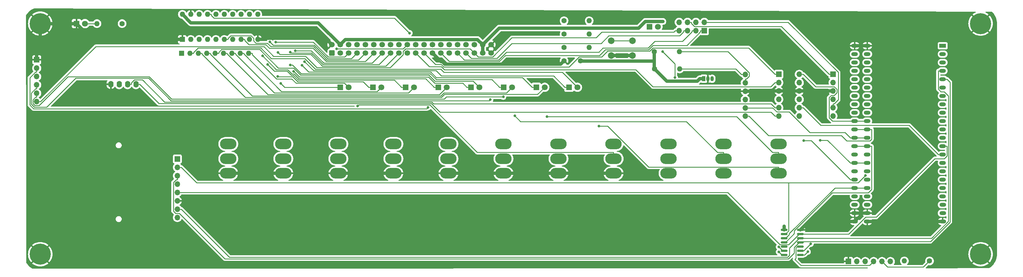
<source format=gbr>
%TF.GenerationSoftware,KiCad,Pcbnew,8.0.6*%
%TF.CreationDate,2025-04-19T20:02:08-05:00*%
%TF.ProjectId,front-panel.processor,66726f6e-742d-4706-916e-656c2e70726f,rev?*%
%TF.SameCoordinates,Original*%
%TF.FileFunction,Copper,L1,Top*%
%TF.FilePolarity,Positive*%
%FSLAX46Y46*%
G04 Gerber Fmt 4.6, Leading zero omitted, Abs format (unit mm)*
G04 Created by KiCad (PCBNEW 8.0.6) date 2025-04-19 20:02:08*
%MOMM*%
%LPD*%
G01*
G04 APERTURE LIST*
G04 Aperture macros list*
%AMRoundRect*
0 Rectangle with rounded corners*
0 $1 Rounding radius*
0 $2 $3 $4 $5 $6 $7 $8 $9 X,Y pos of 4 corners*
0 Add a 4 corners polygon primitive as box body*
4,1,4,$2,$3,$4,$5,$6,$7,$8,$9,$2,$3,0*
0 Add four circle primitives for the rounded corners*
1,1,$1+$1,$2,$3*
1,1,$1+$1,$4,$5*
1,1,$1+$1,$6,$7*
1,1,$1+$1,$8,$9*
0 Add four rect primitives between the rounded corners*
20,1,$1+$1,$2,$3,$4,$5,0*
20,1,$1+$1,$4,$5,$6,$7,0*
20,1,$1+$1,$6,$7,$8,$9,0*
20,1,$1+$1,$8,$9,$2,$3,0*%
G04 Aperture macros list end*
%TA.AperFunction,ComponentPad*%
%ADD10C,1.600000*%
%TD*%
%TA.AperFunction,ComponentPad*%
%ADD11O,1.600000X1.600000*%
%TD*%
%TA.AperFunction,ComponentPad*%
%ADD12R,1.700000X1.700000*%
%TD*%
%TA.AperFunction,ComponentPad*%
%ADD13O,1.700000X1.700000*%
%TD*%
%TA.AperFunction,ComponentPad*%
%ADD14RoundRect,0.250000X0.600000X-0.600000X0.600000X0.600000X-0.600000X0.600000X-0.600000X-0.600000X0*%
%TD*%
%TA.AperFunction,ComponentPad*%
%ADD15C,1.700000*%
%TD*%
%TA.AperFunction,ComponentPad*%
%ADD16C,6.400000*%
%TD*%
%TA.AperFunction,ComponentPad*%
%ADD17R,1.800000X1.800000*%
%TD*%
%TA.AperFunction,ComponentPad*%
%ADD18C,1.800000*%
%TD*%
%TA.AperFunction,ComponentPad*%
%ADD19C,2.000000*%
%TD*%
%TA.AperFunction,ComponentPad*%
%ADD20R,1.600000X1.600000*%
%TD*%
%TA.AperFunction,ComponentPad*%
%ADD21O,5.000000X3.200000*%
%TD*%
%TA.AperFunction,SMDPad,CuDef*%
%ADD22RoundRect,0.150000X-0.825000X-0.150000X0.825000X-0.150000X0.825000X0.150000X-0.825000X0.150000X0*%
%TD*%
%TA.AperFunction,ComponentPad*%
%ADD23R,1.050000X1.500000*%
%TD*%
%TA.AperFunction,ComponentPad*%
%ADD24O,1.050000X1.500000*%
%TD*%
%TA.AperFunction,ComponentPad*%
%ADD25O,1.600000X2.000000*%
%TD*%
%TA.AperFunction,ComponentPad*%
%ADD26R,2.000000X1.200000*%
%TD*%
%TA.AperFunction,ComponentPad*%
%ADD27O,2.000000X1.200000*%
%TD*%
%TA.AperFunction,ViaPad*%
%ADD28C,0.800000*%
%TD*%
%TA.AperFunction,Conductor*%
%ADD29C,0.250000*%
%TD*%
%TA.AperFunction,Conductor*%
%ADD30C,1.000000*%
%TD*%
G04 APERTURE END LIST*
D10*
%TO.P,R7,1*%
%TO.N,/UPDI-TX*%
X309523200Y-227028200D03*
D11*
%TO.P,R7,2*%
%TO.N,/UPDI*%
X301903200Y-227028200D03*
%TD*%
D12*
%TO.P,J6,1,Pin_1*%
%TO.N,GND*%
X284961400Y-227206000D03*
D13*
%TO.P,J6,2,Pin_2*%
%TO.N,unconnected-(J6-Pin_2-Pad2)*%
X287501400Y-227206000D03*
%TO.P,J6,3,Pin_3*%
%TO.N,+3.3V*%
X290041400Y-227206000D03*
%TO.P,J6,4,Pin_4*%
%TO.N,/UPDI*%
X292581400Y-227206000D03*
%TO.P,J6,5,Pin_5*%
%TO.N,/UPDI-TX*%
X295121400Y-227206000D03*
%TO.P,J6,6,Pin_6*%
%TO.N,unconnected-(J6-Pin_6-Pad6)*%
X297661400Y-227206000D03*
%TD*%
D14*
%TO.P,J1,1,Pin_1*%
%TO.N,GND*%
X128370000Y-163947500D03*
D15*
%TO.P,J1,2,Pin_2*%
X128370000Y-161407500D03*
%TO.P,J1,3,Pin_3*%
%TO.N,VCC*%
X130910000Y-163947500D03*
%TO.P,J1,4,Pin_4*%
X130910000Y-161407500D03*
%TO.P,J1,5,Pin_5*%
%TO.N,/LED0*%
X133450000Y-163947500D03*
%TO.P,J1,6,Pin_6*%
%TO.N,/FP-D0*%
X133450000Y-161407500D03*
%TO.P,J1,7,Pin_7*%
%TO.N,/LED1*%
X135990000Y-163947500D03*
%TO.P,J1,8,Pin_8*%
%TO.N,/FP-D1*%
X135990000Y-161407500D03*
%TO.P,J1,9,Pin_9*%
%TO.N,/LED2*%
X138530000Y-163947500D03*
%TO.P,J1,10,Pin_10*%
%TO.N,/FP-D2*%
X138530000Y-161407500D03*
%TO.P,J1,11,Pin_11*%
%TO.N,/LED3*%
X141070000Y-163947500D03*
%TO.P,J1,12,Pin_12*%
%TO.N,/FP-D3*%
X141070000Y-161407500D03*
%TO.P,J1,13,Pin_13*%
%TO.N,/LED4*%
X143610000Y-163947500D03*
%TO.P,J1,14,Pin_14*%
%TO.N,/FP-D4*%
X143610000Y-161407500D03*
%TO.P,J1,15,Pin_15*%
%TO.N,/LED5*%
X146150000Y-163947500D03*
%TO.P,J1,16,Pin_16*%
%TO.N,/FP-D5*%
X146150000Y-161407500D03*
%TO.P,J1,17,Pin_17*%
%TO.N,/LED6*%
X148690000Y-163947500D03*
%TO.P,J1,18,Pin_18*%
%TO.N,/FP-D6*%
X148690000Y-161407500D03*
%TO.P,J1,19,Pin_19*%
%TO.N,/LED7*%
X151230000Y-163947500D03*
%TO.P,J1,20,Pin_20*%
%TO.N,/FP-D7*%
X151230000Y-161407500D03*
%TO.P,J1,21,Pin_21*%
%TO.N,I2C_SDA*%
X153770000Y-163947500D03*
%TO.P,J1,22,Pin_22*%
%TO.N,GND*%
X153770000Y-161407500D03*
%TO.P,J1,23,Pin_23*%
%TO.N,I2C_SCL*%
X156310000Y-163947500D03*
%TO.P,J1,24,Pin_24*%
%TO.N,~{EXT_RES}*%
X156310000Y-161407500D03*
%TO.P,J1,25,Pin_25*%
%TO.N,GND*%
X158850000Y-163947500D03*
%TO.P,J1,26,Pin_26*%
%TO.N,~{IM2-EN}*%
X158850000Y-161407500D03*
%TO.P,J1,27,Pin_27*%
%TO.N,~{RTS}*%
X161390000Y-163947500D03*
%TO.P,J1,28,Pin_28*%
%TO.N,~{IM2-EN-OE}*%
X161390000Y-161407500D03*
%TO.P,J1,29,Pin_29*%
%TO.N,unconnected-(J1-Pin_29-Pad29)*%
X163930000Y-163947500D03*
%TO.P,J1,30,Pin_30*%
%TO.N,~{INT0-EN}*%
X163930000Y-161407500D03*
%TO.P,J1,31,Pin_31*%
%TO.N,RX*%
X166470000Y-163947500D03*
%TO.P,J1,32,Pin_32*%
%TO.N,~{INT0}*%
X166470000Y-161407500D03*
%TO.P,J1,33,Pin_33*%
%TO.N,TX*%
X169010000Y-163947500D03*
%TO.P,J1,34,Pin_34*%
%TO.N,~{WAIT-EN}*%
X169010000Y-161407500D03*
%TO.P,J1,35,Pin_35*%
%TO.N,~{CTS}*%
X171550000Y-163947500D03*
%TO.P,J1,36,Pin_36*%
%TO.N,~{WAIT}*%
X171550000Y-161407500D03*
%TO.P,J1,37,Pin_37*%
%TO.N,VCC*%
X174090000Y-163947500D03*
%TO.P,J1,38,Pin_38*%
X174090000Y-161407500D03*
%TO.P,J1,39,Pin_39*%
%TO.N,GND*%
X176630000Y-163947500D03*
%TO.P,J1,40,Pin_40*%
X176630000Y-161407500D03*
%TD*%
D12*
%TO.P,J2,1,Pin_1*%
%TO.N,GND*%
X38937000Y-165992000D03*
D13*
%TO.P,J2,2,Pin_2*%
%TO.N,~{RTS}*%
X38937000Y-168532000D03*
%TO.P,J2,3,Pin_3*%
%TO.N,unconnected-(J2-Pin_3-Pad3)*%
X38937000Y-171072000D03*
%TO.P,J2,4,Pin_4*%
%TO.N,RX*%
X38937000Y-173612000D03*
%TO.P,J2,5,Pin_5*%
%TO.N,TX*%
X38937000Y-176152000D03*
%TO.P,J2,6,Pin_6*%
%TO.N,~{CTS}*%
X38937000Y-178692000D03*
%TD*%
D16*
%TO.P,H1,1,1*%
%TO.N,GND*%
X40000000Y-155000000D03*
%TD*%
%TO.P,H2,1,1*%
%TO.N,GND*%
X325000000Y-155000000D03*
%TD*%
%TO.P,H3,1,1*%
%TO.N,GND*%
X325000000Y-225000000D03*
%TD*%
%TO.P,H4,1,1*%
%TO.N,GND*%
X40000000Y-225000000D03*
%TD*%
D17*
%TO.P,D5,1,K*%
%TO.N,GND*%
X51000000Y-155000000D03*
D18*
%TO.P,D5,2,A*%
%TO.N,Net-(D5-A)*%
X53540000Y-155000000D03*
%TD*%
D10*
%TO.P,R6,1*%
%TO.N,VCC*%
X64810000Y-155000000D03*
D11*
%TO.P,R6,2*%
%TO.N,Net-(D5-A)*%
X57190000Y-155000000D03*
%TD*%
D17*
%TO.P,D4,1,K*%
%TO.N,Net-(D4-K)*%
X170549000Y-174327000D03*
D18*
%TO.P,D4,2,A*%
%TO.N,Net-(D4-A)*%
X173089000Y-174327000D03*
%TD*%
D19*
%TO.P,SW9,1,1*%
%TO.N,~{EXT_RES}*%
X213031000Y-160222000D03*
X219531000Y-160222000D03*
%TO.P,SW9,2,2*%
%TO.N,GND*%
X213031000Y-164722000D03*
X219531000Y-164722000D03*
%TD*%
D17*
%TO.P,D6,1,K*%
%TO.N,Net-(D6-K)*%
X160643100Y-174327000D03*
D18*
%TO.P,D6,2,A*%
%TO.N,Net-(D6-A)*%
X163183100Y-174327000D03*
%TD*%
D17*
%TO.P,D3,1,K*%
%TO.N,Net-(D3-K)*%
X180454900Y-174329300D03*
D18*
%TO.P,D3,2,A*%
%TO.N,Net-(D3-A)*%
X182994900Y-174329300D03*
%TD*%
D20*
%TO.P,U1,1,OEa*%
%TO.N,GND*%
X83075000Y-159800000D03*
D11*
%TO.P,U1,2,I0a*%
%TO.N,/LED0*%
X85615000Y-159800000D03*
%TO.P,U1,3,O3b*%
%TO.N,Net-(D9-K)*%
X88155000Y-159800000D03*
%TO.P,U1,4,I1a*%
%TO.N,/LED1*%
X90695000Y-159800000D03*
%TO.P,U1,5,O2b*%
%TO.N,Net-(D8-K)*%
X93235000Y-159800000D03*
%TO.P,U1,6,I2a*%
%TO.N,/LED2*%
X95775000Y-159800000D03*
%TO.P,U1,7,O1b*%
%TO.N,Net-(D7-K)*%
X98315000Y-159800000D03*
%TO.P,U1,8,I3a*%
%TO.N,/LED3*%
X100855000Y-159800000D03*
%TO.P,U1,9,O0b*%
%TO.N,Net-(D6-K)*%
X103395000Y-159800000D03*
%TO.P,U1,10,GND*%
%TO.N,GND*%
X105935000Y-159800000D03*
%TO.P,U1,11,I0b*%
%TO.N,/LED4*%
X105935000Y-152180000D03*
%TO.P,U1,12,O3a*%
%TO.N,Net-(D4-K)*%
X103395000Y-152180000D03*
%TO.P,U1,13,I1b*%
%TO.N,/LED5*%
X100855000Y-152180000D03*
%TO.P,U1,14,O2a*%
%TO.N,Net-(D3-K)*%
X98315000Y-152180000D03*
%TO.P,U1,15,I2b*%
%TO.N,/LED6*%
X95775000Y-152180000D03*
%TO.P,U1,16,O1a*%
%TO.N,Net-(D2-K)*%
X93235000Y-152180000D03*
%TO.P,U1,17,I3b*%
%TO.N,/LED7*%
X90695000Y-152180000D03*
%TO.P,U1,18,O0a*%
%TO.N,Net-(D1-K)*%
X88155000Y-152180000D03*
%TO.P,U1,19,OEb*%
%TO.N,GND*%
X85615000Y-152180000D03*
%TO.P,U1,20,VCC*%
%TO.N,VCC*%
X83075000Y-152180000D03*
%TD*%
D21*
%TO.P,SW8,1,A*%
%TO.N,GND*%
X97000000Y-200450000D03*
%TO.P,SW8,2,B*%
%TO.N,/FP-D7*%
X97000000Y-196000000D03*
%TO.P,SW8,3,C*%
%TO.N,unconnected-(SW8-C-Pad3)*%
X97000000Y-191550000D03*
%TD*%
%TO.P,SW3,1,A*%
%TO.N,GND*%
X180405000Y-200450000D03*
%TO.P,SW3,2,B*%
%TO.N,/FP-D2*%
X180405000Y-196000000D03*
%TO.P,SW3,3,C*%
%TO.N,unconnected-(SW3-C-Pad3)*%
X180405000Y-191550000D03*
%TD*%
%TO.P,SW7,1,A*%
%TO.N,GND*%
X113681000Y-200450000D03*
%TO.P,SW7,2,B*%
%TO.N,/FP-D6*%
X113681000Y-196000000D03*
%TO.P,SW7,3,C*%
%TO.N,unconnected-(SW7-C-Pad3)*%
X113681000Y-191550000D03*
%TD*%
D10*
%TO.P,R4,1*%
%TO.N,+3.3V*%
X198757600Y-158171400D03*
D11*
%TO.P,R4,2*%
%TO.N,LV_I2C_SDA*%
X206377600Y-158171400D03*
%TD*%
D21*
%TO.P,SW1,1,A*%
%TO.N,GND*%
X213767000Y-200450000D03*
%TO.P,SW1,2,B*%
%TO.N,/FP-D0*%
X213767000Y-196000000D03*
%TO.P,SW1,3,C*%
%TO.N,unconnected-(SW1-C-Pad3)*%
X213767000Y-191550000D03*
%TD*%
%TO.P,SW5,1,A*%
%TO.N,GND*%
X147043000Y-200450000D03*
%TO.P,SW5,2,B*%
%TO.N,/FP-D4*%
X147043000Y-196000000D03*
%TO.P,SW5,3,C*%
%TO.N,unconnected-(SW5-C-Pad3)*%
X147043000Y-191550000D03*
%TD*%
D10*
%TO.P,R3,1*%
%TO.N,+3.3V*%
X198757600Y-154121400D03*
D11*
%TO.P,R3,2*%
%TO.N,LV_I2C_SCL*%
X206377600Y-154121400D03*
%TD*%
D17*
%TO.P,D2,1,K*%
%TO.N,Net-(D2-K)*%
X190360800Y-174328800D03*
D18*
%TO.P,D2,2,A*%
%TO.N,Net-(D2-A)*%
X192900800Y-174328800D03*
%TD*%
D10*
%TO.P,R5,1*%
%TO.N,Net-(U7-PB2)*%
X198757600Y-162221400D03*
D11*
%TO.P,R5,2*%
%TO.N,Net-(D10-AK)*%
X206377600Y-162221400D03*
%TD*%
D21*
%TO.P,SW10,1,A*%
%TO.N,~{IM2-EN-OE}*%
X230448000Y-200450000D03*
%TO.P,SW10,2,B*%
%TO.N,~{IM2-EN}*%
X230448000Y-196000000D03*
%TO.P,SW10,3,C*%
%TO.N,unconnected-(SW10-C-Pad3)*%
X230448000Y-191550000D03*
%TD*%
D17*
%TO.P,D7,1,K*%
%TO.N,Net-(D7-K)*%
X150737300Y-174328800D03*
D18*
%TO.P,D7,2,A*%
%TO.N,Net-(D7-A)*%
X153277300Y-174328800D03*
%TD*%
D21*
%TO.P,SW6,1,A*%
%TO.N,GND*%
X130362000Y-200450000D03*
%TO.P,SW6,2,B*%
%TO.N,/FP-D5*%
X130362000Y-196000000D03*
%TO.P,SW6,3,C*%
%TO.N,unconnected-(SW6-C-Pad3)*%
X130362000Y-191550000D03*
%TD*%
D22*
%TO.P,U7,1,VCC*%
%TO.N,+3.3V*%
X265443000Y-217630200D03*
%TO.P,U7,2,PA4*%
%TO.N,CS*%
X265443000Y-218900200D03*
%TO.P,U7,3,PA5*%
%TO.N,IC_RX*%
X265443000Y-220170200D03*
%TO.P,U7,4,PA6*%
%TO.N,IC_TX*%
X265443000Y-221440200D03*
%TO.P,U7,5,PA7*%
%TO.N,unconnected-(U7-PA7-Pad5)*%
X265443000Y-222710200D03*
%TO.P,U7,6,PB3*%
%TO.N,Net-(D10-KA)*%
X265443000Y-223980200D03*
%TO.P,U7,7,PB2*%
%TO.N,Net-(U7-PB2)*%
X265443000Y-225250200D03*
%TO.P,U7,8,PB1*%
%TO.N,LV_I2C_SDA*%
X270393000Y-225250200D03*
%TO.P,U7,9,PB0*%
%TO.N,LV_I2C_SCL*%
X270393000Y-223980200D03*
%TO.P,U7,10,~{RESET}/PA0*%
%TO.N,/UPDI*%
X270393000Y-222710200D03*
%TO.P,U7,11,PA1*%
%TO.N,DI*%
X270393000Y-221440200D03*
%TO.P,U7,12,PA2*%
%TO.N,DO*%
X270393000Y-220170200D03*
%TO.P,U7,13,PA3*%
%TO.N,CLK*%
X270393000Y-218900200D03*
%TO.P,U7,14,GND*%
%TO.N,GND*%
X270393000Y-217630200D03*
%TD*%
D21*
%TO.P,SW11,1,A*%
%TO.N,~{INT0}*%
X247129000Y-200450000D03*
%TO.P,SW11,2,B*%
%TO.N,~{INT0-EN}*%
X247129000Y-196000000D03*
%TO.P,SW11,3,C*%
%TO.N,unconnected-(SW11-C-Pad3)*%
X247129000Y-191550000D03*
%TD*%
D20*
%TO.P,RN1,1,common*%
%TO.N,VCC*%
X82825000Y-164000000D03*
D11*
%TO.P,RN1,2,R1*%
%TO.N,Net-(D1-A)*%
X85365000Y-164000000D03*
%TO.P,RN1,3,R2*%
%TO.N,Net-(D2-A)*%
X87905000Y-164000000D03*
%TO.P,RN1,4,R3*%
%TO.N,Net-(D3-A)*%
X90445000Y-164000000D03*
%TO.P,RN1,5,R4*%
%TO.N,Net-(D4-A)*%
X92985000Y-164000000D03*
%TO.P,RN1,6,R5*%
%TO.N,Net-(D6-A)*%
X95525000Y-164000000D03*
%TO.P,RN1,7,R6*%
%TO.N,Net-(D7-A)*%
X98065000Y-164000000D03*
%TO.P,RN1,8,R7*%
%TO.N,Net-(D8-A)*%
X100605000Y-164000000D03*
%TO.P,RN1,9,R8*%
%TO.N,Net-(D9-A)*%
X103145000Y-164000000D03*
%TD*%
D17*
%TO.P,D8,1,K*%
%TO.N,Net-(D8-K)*%
X140831400Y-174327000D03*
D18*
%TO.P,D8,2,A*%
%TO.N,Net-(D8-A)*%
X143371400Y-174327000D03*
%TD*%
D17*
%TO.P,D1,1,K*%
%TO.N,Net-(D1-K)*%
X200266600Y-174327000D03*
D18*
%TO.P,D1,2,A*%
%TO.N,Net-(D1-A)*%
X202806600Y-174327000D03*
%TD*%
D17*
%TO.P,D10,1,KA*%
%TO.N,Net-(D10-KA)*%
X224682200Y-155959000D03*
D18*
%TO.P,D10,2,AK*%
%TO.N,Net-(D10-AK)*%
X227222200Y-155959000D03*
%TD*%
D21*
%TO.P,SW2,1,A*%
%TO.N,GND*%
X197086000Y-200450000D03*
%TO.P,SW2,2,B*%
%TO.N,/FP-D1*%
X197086000Y-196000000D03*
%TO.P,SW2,3,C*%
%TO.N,unconnected-(SW2-C-Pad3)*%
X197086000Y-191550000D03*
%TD*%
D23*
%TO.P,U5,1,VO*%
%TO.N,+3.3V*%
X241095600Y-171736800D03*
D24*
%TO.P,U5,2,GND*%
%TO.N,GND*%
X242365600Y-171736800D03*
%TO.P,U5,3,VI*%
%TO.N,VCC*%
X243635600Y-171736800D03*
%TD*%
D17*
%TO.P,D9,1,K*%
%TO.N,Net-(D9-K)*%
X130925500Y-174327000D03*
D18*
%TO.P,D9,2,A*%
%TO.N,Net-(D9-A)*%
X133465500Y-174327000D03*
%TD*%
D25*
%TO.P,Brd1,1,GND*%
%TO.N,GND*%
X61380000Y-173400000D03*
%TO.P,Brd1,2,VCC*%
%TO.N,VCC*%
X63920000Y-173400000D03*
%TO.P,Brd1,3,SCL*%
%TO.N,I2C_SCL_1*%
X66460000Y-173400000D03*
%TO.P,Brd1,4,SDA*%
%TO.N,I2C_SDA_1*%
X69000000Y-173400000D03*
%TD*%
D21*
%TO.P,SW12,1,A*%
%TO.N,~{WAIT}*%
X263810000Y-200450000D03*
%TO.P,SW12,2,B*%
%TO.N,~{WAIT-EN}*%
X263810000Y-196000000D03*
%TO.P,SW12,3,C*%
%TO.N,unconnected-(SW12-C-Pad3)*%
X263810000Y-191550000D03*
%TD*%
D10*
%TO.P,R2,1*%
%TO.N,+3.3V*%
X226135000Y-163502800D03*
D11*
%TO.P,R2,2*%
%TO.N,LV_I2C_SDA*%
X233755000Y-163502800D03*
%TD*%
D21*
%TO.P,SW4,1,A*%
%TO.N,GND*%
X163724000Y-200450000D03*
%TO.P,SW4,2,B*%
%TO.N,/FP-D3*%
X163724000Y-196000000D03*
%TO.P,SW4,3,C*%
%TO.N,unconnected-(SW4-C-Pad3)*%
X163724000Y-191550000D03*
%TD*%
D10*
%TO.P,C3,1*%
%TO.N,GND*%
X198757600Y-166271400D03*
%TO.P,C3,2*%
%TO.N,+3.3V*%
X203757600Y-166271400D03*
%TD*%
%TO.P,R1,1*%
%TO.N,+3.3V*%
X226185800Y-168760600D03*
D11*
%TO.P,R1,2*%
%TO.N,LV_I2C_SCL*%
X233805800Y-168760600D03*
%TD*%
D12*
%TO.P,J3,1,Pin_1*%
%TO.N,unconnected-(J3-Pin_1-Pad1)*%
X81558200Y-196091000D03*
D13*
%TO.P,J3,2,Pin_2*%
%TO.N,CS*%
X81558200Y-198631000D03*
%TO.P,J3,3,Pin_3*%
%TO.N,DI*%
X81558200Y-201171000D03*
%TO.P,J3,4,Pin_4*%
%TO.N,+3.3V*%
X81558200Y-203711000D03*
%TO.P,J3,5,Pin_5*%
%TO.N,CLK*%
X81558200Y-206251000D03*
%TO.P,J3,6,Pin_6*%
%TO.N,GND*%
X81558200Y-208791000D03*
%TO.P,J3,7,Pin_7*%
%TO.N,DO*%
X81558200Y-211331000D03*
%TO.P,J3,8,Pin_8*%
%TO.N,unconnected-(J3-Pin_8-Pad8)*%
X81558200Y-213871000D03*
%TD*%
D26*
%TO.P,U2,1,3V3*%
%TO.N,unconnected-(U2-3V3-Pad1)*%
X313511000Y-161721900D03*
D27*
%TO.P,U2,2,3V3*%
%TO.N,unconnected-(U2-3V3-Pad1)_1*%
X313511000Y-164261900D03*
%TO.P,U2,3,CHIP_PU*%
%TO.N,unconnected-(U2-CHIP_PU-Pad3)*%
X313511000Y-166801900D03*
%TO.P,U2,4,GPIO4/ADC1_CH3*%
%TO.N,DO*%
X313511000Y-169341900D03*
%TO.P,U2,5,GPIO5/ADC1_CH4*%
%TO.N,DI*%
X313511000Y-171881900D03*
%TO.P,U2,6,GPIO6/ADC1_CH5*%
%TO.N,CS*%
X313511000Y-174421900D03*
%TO.P,U2,7,GPIO7/ADC1_CH6*%
%TO.N,unconnected-(U2-GPIO7{slash}ADC1_CH6-Pad7)*%
X313511000Y-176961900D03*
%TO.P,U2,8,GPIO15/ADC2_CH4/32K_P*%
%TO.N,unconnected-(U2-GPIO15{slash}ADC2_CH4{slash}32K_P-Pad8)*%
X313511000Y-179501900D03*
%TO.P,U2,9,GPIO16/ADC2_CH5/32K_N*%
%TO.N,unconnected-(U2-GPIO16{slash}ADC2_CH5{slash}32K_N-Pad9)*%
X313511000Y-182041900D03*
%TO.P,U2,10,GPIO17/ADC2_CH6*%
%TO.N,unconnected-(U2-GPIO17{slash}ADC2_CH6-Pad10)*%
X313511000Y-184581900D03*
%TO.P,U2,11,GPIO18/ADC2_CH7*%
%TO.N,unconnected-(U2-GPIO18{slash}ADC2_CH7-Pad11)*%
X313511000Y-187121900D03*
%TO.P,U2,12,GPIO8/ADC1_CH7*%
%TO.N,unconnected-(U2-GPIO8{slash}ADC1_CH7-Pad12)*%
X313511000Y-189661900D03*
%TO.P,U2,13,GPIO3/ADC1_CH2*%
%TO.N,CLK*%
X313511000Y-192201900D03*
%TO.P,U2,14,GPIO46*%
%TO.N,~{LV_RTS_WIFI}*%
X313511000Y-194741900D03*
%TO.P,U2,15,GPIO9/ADC1_CH8*%
%TO.N,unconnected-(U2-GPIO9{slash}ADC1_CH8-Pad15)*%
X313511000Y-197281900D03*
%TO.P,U2,16,GPIO10/ADC1_CH9*%
%TO.N,unconnected-(U2-GPIO10{slash}ADC1_CH9-Pad16)*%
X313511000Y-199821900D03*
%TO.P,U2,17,GPIO11/ADC2_CH0*%
%TO.N,unconnected-(U2-GPIO11{slash}ADC2_CH0-Pad17)*%
X313511000Y-202361900D03*
%TO.P,U2,18,GPIO12/ADC2_CH1*%
%TO.N,unconnected-(U2-GPIO12{slash}ADC2_CH1-Pad18)*%
X313511000Y-204901900D03*
%TO.P,U2,19,GPIO13/ADC2_CH2*%
%TO.N,unconnected-(U2-GPIO13{slash}ADC2_CH2-Pad19)*%
X313511000Y-207441900D03*
%TO.P,U2,20,GPIO14/ADC2_CH3*%
%TO.N,unconnected-(U2-GPIO14{slash}ADC2_CH3-Pad20)*%
X313514680Y-209979180D03*
%TO.P,U2,21,5V*%
%TO.N,VCC*%
X313514680Y-212519180D03*
%TO.P,U2,22,GND*%
%TO.N,GND*%
X313514680Y-215059180D03*
%TO.P,U2,23,GND*%
X290651000Y-215061900D03*
X286841000Y-215061900D03*
%TO.P,U2,24,GND*%
X290651000Y-212521900D03*
X286841000Y-212521900D03*
%TO.P,U2,25,GPIO19/USB_D-*%
%TO.N,unconnected-(U2-GPIO19{slash}USB_D--Pad25)_1*%
X290651000Y-209981900D03*
%TO.N,unconnected-(U2-GPIO19{slash}USB_D--Pad25)*%
X286841000Y-209981900D03*
%TO.P,U2,26,GPIO20/USB_D+*%
%TO.N,unconnected-(U2-GPIO20{slash}USB_D+-Pad26)_1*%
X290651000Y-207441900D03*
%TO.N,unconnected-(U2-GPIO20{slash}USB_D+-Pad26)*%
X286841000Y-207441900D03*
%TO.P,U2,27,GPIO21*%
%TO.N,IC_RX*%
X290651000Y-204901900D03*
X286841000Y-204901900D03*
%TO.P,U2,28,GPIO47*%
%TO.N,~{LV_CTS_WIFI}*%
X290651000Y-202361900D03*
X286841000Y-202361900D03*
%TO.P,U2,29,GPIO48*%
%TO.N,unconnected-(U2-GPIO48-Pad29)*%
X290651000Y-199821900D03*
%TO.N,unconnected-(U2-GPIO48-Pad29)_1*%
X286841000Y-199821900D03*
%TO.P,U2,30,GPIO45*%
%TO.N,LV_RX_WIFI*%
X290651000Y-197281900D03*
X286841000Y-197281900D03*
%TO.P,U2,31,GPIO0*%
%TO.N,unconnected-(U2-GPIO0-Pad31)_1*%
X290651000Y-194741900D03*
%TO.N,unconnected-(U2-GPIO0-Pad31)*%
X286841000Y-194741900D03*
%TO.P,U2,32,GPIO35*%
%TO.N,IC_TX*%
X290651000Y-192201900D03*
X286841000Y-192201900D03*
%TO.P,U2,33,GPIO36*%
%TO.N,LV_I2C_SCL_1*%
X290651000Y-189661900D03*
X286841000Y-189661900D03*
%TO.P,U2,34,GPIO37*%
%TO.N,LV_I2C_SDA_1*%
X290651000Y-187121900D03*
X286841000Y-187121900D03*
%TO.P,U2,35,GPIO38*%
%TO.N,LV_TX_WIFI*%
X290651000Y-184581900D03*
X286841000Y-184581900D03*
%TO.P,U2,36,GPIO39/MTCK*%
%TO.N,unconnected-(U2-GPIO39{slash}MTCK-Pad36)_1*%
X290651000Y-182041900D03*
%TO.N,unconnected-(U2-GPIO39{slash}MTCK-Pad36)*%
X286841000Y-182041900D03*
%TO.P,U2,37,GPIO40/MTDO*%
%TO.N,unconnected-(U2-GPIO40{slash}MTDO-Pad37)*%
X290651000Y-179501900D03*
%TO.N,unconnected-(U2-GPIO40{slash}MTDO-Pad37)_1*%
X286841000Y-179501900D03*
%TO.P,U2,38,GPIO41/MTDI*%
%TO.N,unconnected-(U2-GPIO41{slash}MTDI-Pad38)*%
X290651000Y-176961900D03*
%TO.N,unconnected-(U2-GPIO41{slash}MTDI-Pad38)_1*%
X286841000Y-176961900D03*
%TO.P,U2,39,GPIO42/MTMS*%
%TO.N,unconnected-(U2-GPIO42{slash}MTMS-Pad39)*%
X290651000Y-174421900D03*
%TO.N,unconnected-(U2-GPIO42{slash}MTMS-Pad39)_1*%
X286841000Y-174421900D03*
%TO.P,U2,40,GPIO2/ADC1_CH1*%
%TO.N,unconnected-(U2-GPIO2{slash}ADC1_CH1-Pad40)*%
X290651000Y-171881900D03*
%TO.N,unconnected-(U2-GPIO2{slash}ADC1_CH1-Pad40)_1*%
X286841000Y-171881900D03*
%TO.P,U2,41,GPIO1/ADC1_CH0*%
%TO.N,unconnected-(U2-GPIO1{slash}ADC1_CH0-Pad41)*%
X290651000Y-169341900D03*
%TO.N,unconnected-(U2-GPIO1{slash}ADC1_CH0-Pad41)_1*%
X286841000Y-169341900D03*
%TO.P,U2,42,GPIO44/U0RXD*%
%TO.N,unconnected-(U2-GPIO44{slash}U0RXD-Pad42)_1*%
X290651000Y-166801900D03*
%TO.N,unconnected-(U2-GPIO44{slash}U0RXD-Pad42)*%
X286841000Y-166801900D03*
%TO.P,U2,43,GPIO43/U0TXD*%
%TO.N,unconnected-(U2-GPIO43{slash}U0TXD-Pad43)_1*%
X290651000Y-164261900D03*
%TO.N,unconnected-(U2-GPIO43{slash}U0TXD-Pad43)*%
X286841000Y-164261900D03*
%TO.P,U2,44,GND*%
%TO.N,GND*%
X290651000Y-161721900D03*
X286841000Y-161721900D03*
%TD*%
D12*
%TO.P,J4,1,Pin_1*%
%TO.N,~{RTS}*%
X241273400Y-157127400D03*
D13*
%TO.P,J4,2,Pin_2*%
%TO.N,~{RTS_WIFI}*%
X241273400Y-154587400D03*
%TO.P,J4,3,Pin_3*%
%TO.N,RX*%
X238733400Y-157127400D03*
%TO.P,J4,4,Pin_4*%
%TO.N,RX_WIFI*%
X238733400Y-154587400D03*
%TO.P,J4,5,Pin_5*%
%TO.N,TX*%
X236193400Y-157127400D03*
%TO.P,J4,6,Pin_6*%
%TO.N,TX_WIFI*%
X236193400Y-154587400D03*
%TO.P,J4,7,Pin_7*%
%TO.N,~{CTS}*%
X233653400Y-157127400D03*
%TO.P,J4,8,Pin_8*%
%TO.N,~{CTS_WIFI}*%
X233653400Y-154587400D03*
%TD*%
D12*
%TO.P,U3,1,HV4*%
%TO.N,I2C_SCL*%
X263855400Y-170371600D03*
D13*
%TO.P,U3,2,HV3*%
%TO.N,I2C_SDA*%
X263855400Y-172911600D03*
%TO.P,U3,3,GND*%
%TO.N,GND*%
X263855400Y-175451600D03*
%TO.P,U3,4,HV*%
%TO.N,VCC*%
X263855400Y-177991600D03*
%TO.P,U3,5,HV2*%
%TO.N,I2C_SCL_1*%
X263855400Y-180531600D03*
%TO.P,U3,6,HV1*%
%TO.N,I2C_SDA_1*%
X263855400Y-183071600D03*
%TO.P,U3,7,LV1*%
%TO.N,LV_I2C_SDA_1*%
X253655400Y-183071600D03*
%TO.P,U3,8,LV2*%
%TO.N,LV_I2C_SCL_1*%
X253655400Y-180571600D03*
%TO.P,U3,9,LV*%
%TO.N,+3.3V*%
X253655400Y-178031600D03*
%TO.P,U3,10,GND*%
%TO.N,GND*%
X253655400Y-175491600D03*
%TO.P,U3,11,LV3*%
%TO.N,LV_I2C_SDA*%
X253655400Y-172951600D03*
%TO.P,U3,12,LV4*%
%TO.N,LV_I2C_SCL*%
X253655400Y-170411600D03*
%TD*%
D12*
%TO.P,U4,1,HV4*%
%TO.N,TX_WIFI*%
X280260000Y-170348900D03*
D13*
%TO.P,U4,2,HV3*%
%TO.N,RX_WIFI*%
X280260000Y-172888900D03*
%TO.P,U4,3,GND*%
%TO.N,GND*%
X280260000Y-175428900D03*
%TO.P,U4,4,HV*%
%TO.N,VCC*%
X280260000Y-177968900D03*
%TO.P,U4,5,HV2*%
%TO.N,~{RTS_WIFI}*%
X280260000Y-180508900D03*
%TO.P,U4,6,HV1*%
%TO.N,~{CTS_WIFI}*%
X280260000Y-183048900D03*
%TO.P,U4,7,LV1*%
%TO.N,~{LV_CTS_WIFI}*%
X270060000Y-183048900D03*
%TO.P,U4,8,LV2*%
%TO.N,~{LV_RTS_WIFI}*%
X270060000Y-180548900D03*
%TO.P,U4,9,LV*%
%TO.N,+3.3V*%
X270060000Y-178008900D03*
%TO.P,U4,10,GND*%
%TO.N,GND*%
X270060000Y-175468900D03*
%TO.P,U4,11,LV3*%
%TO.N,LV_RX_WIFI*%
X270060000Y-172928900D03*
%TO.P,U4,12,LV4*%
%TO.N,LV_TX_WIFI*%
X270060000Y-170388900D03*
%TD*%
D28*
%TO.N,Net-(U7-PB2)*%
X263851800Y-224285100D03*
%TO.N,Net-(D10-KA)*%
X228652900Y-163463900D03*
X232378800Y-171372200D03*
X263849600Y-222769500D03*
%TO.N,LV_RX_WIFI*%
X276354400Y-190393900D03*
%TO.N,~{LV_CTS_WIFI}*%
X271384600Y-190517300D03*
%TO.N,LV_I2C_SDA*%
X272631400Y-224252200D03*
%TO.N,LV_I2C_SCL*%
X273504200Y-221861700D03*
%TO.N,+3.3V*%
X265443000Y-216496200D03*
%TO.N,CS*%
X290105700Y-201091900D03*
%TO.N,Net-(D9-K)*%
X112896400Y-173176300D03*
%TO.N,~{WAIT}*%
X209318100Y-186088800D03*
%TO.N,~{WAIT-EN}*%
X193574400Y-183248600D03*
%TO.N,TX*%
X180342900Y-177237100D03*
%TO.N,RX*%
X176423300Y-178064500D03*
%TO.N,~{INT0-EN}*%
X183810400Y-183020100D03*
%TO.N,~{RTS}*%
X157519100Y-180444300D03*
%TO.N,/FP-D7*%
X129804600Y-162677500D03*
%TO.N,/LED7*%
X151958000Y-157886900D03*
%TO.N,/LED6*%
X112016100Y-163781900D03*
%TO.N,/LED5*%
X115750900Y-163665900D03*
%TO.N,/LED4*%
X117320700Y-163215800D03*
%TO.N,/LED1*%
X109562000Y-160514700D03*
%TO.N,/FP-D0*%
X136204800Y-180002900D03*
%TO.N,/LED0*%
X111333300Y-160624000D03*
%TO.N,Net-(D8-K)*%
X111970400Y-171031500D03*
%TO.N,Net-(D7-K)*%
X108929700Y-167420300D03*
%TO.N,Net-(D6-K)*%
X107371700Y-164805800D03*
%TO.N,Net-(D4-K)*%
X116784500Y-169527700D03*
%TO.N,Net-(D3-K)*%
X115782100Y-167531500D03*
%TO.N,Net-(D2-K)*%
X119324500Y-167674000D03*
%TO.N,Net-(D1-K)*%
X120111600Y-166538200D03*
%TO.N,VCC*%
X228717100Y-154357400D03*
%TD*%
D29*
%TO.N,/UPDI-TX*%
X296797800Y-228882400D02*
X307669000Y-228882400D01*
X307669000Y-228882400D02*
X309523200Y-227028200D01*
X295121400Y-227206000D02*
X296797800Y-228882400D01*
%TO.N,/UPDI*%
X268984800Y-223106896D02*
X269381496Y-222710200D01*
X269381496Y-222710200D02*
X270393000Y-222710200D01*
X268984800Y-226240800D02*
X268984800Y-223106896D01*
X270515400Y-228381000D02*
X268680000Y-226545600D01*
X291406400Y-228381000D02*
X270515400Y-228381000D01*
X292581400Y-227206000D02*
X291406400Y-228381000D01*
X268680000Y-226545600D02*
X268984800Y-226240800D01*
%TO.N,IC_TX*%
X286841000Y-192201900D02*
X290651000Y-192201900D01*
X290651000Y-192201900D02*
X291976100Y-192201900D01*
X291976100Y-205309600D02*
X291976100Y-192201900D01*
X290927300Y-206358400D02*
X291976100Y-205309600D01*
X280016900Y-206358400D02*
X290927300Y-206358400D01*
X268553000Y-217822300D02*
X280016900Y-206358400D01*
X268553000Y-218747200D02*
X268553000Y-217822300D01*
X265860000Y-221440200D02*
X268553000Y-218747200D01*
X265443000Y-221440200D02*
X265860000Y-221440200D01*
%TO.N,IC_RX*%
X288166100Y-204901900D02*
X289325900Y-204901900D01*
X290651000Y-204901900D02*
X289325900Y-204901900D01*
X287503600Y-204901900D02*
X288166100Y-204901900D01*
X287503600Y-204901900D02*
X286841000Y-204901900D01*
X265873700Y-220170200D02*
X265443000Y-220170200D01*
X267026500Y-219017400D02*
X265873700Y-220170200D01*
X267026500Y-218712100D02*
X267026500Y-219017400D01*
X280836700Y-204901900D02*
X267026500Y-218712100D01*
X286841000Y-204901900D02*
X280836700Y-204901900D01*
%TO.N,Net-(U7-PB2)*%
X264816900Y-225250200D02*
X265443000Y-225250200D01*
X263851800Y-224285100D02*
X264816900Y-225250200D01*
%TO.N,Net-(D10-KA)*%
X265060300Y-223980200D02*
X265443000Y-223980200D01*
X263849600Y-222769500D02*
X265060300Y-223980200D01*
X232378800Y-167189800D02*
X228652900Y-163463900D01*
X232378800Y-171372200D02*
X232378800Y-167189800D01*
%TO.N,LV_I2C_SDA_1*%
X286841000Y-187121900D02*
X290651000Y-187121900D01*
X291976100Y-190070000D02*
X291976100Y-187121900D01*
X291437400Y-190608700D02*
X291976100Y-190070000D01*
X284407500Y-190608700D02*
X291437400Y-190608700D01*
X282799500Y-189000700D02*
X284407500Y-190608700D01*
X260759600Y-189000700D02*
X282799500Y-189000700D01*
X254830500Y-183071600D02*
X260759600Y-189000700D01*
X253655400Y-183071600D02*
X254830500Y-183071600D01*
X290651000Y-187121900D02*
X291976100Y-187121900D01*
%TO.N,~{LV_RTS_WIFI}*%
X303328300Y-185884300D02*
X312185900Y-194741900D01*
X276570500Y-185884300D02*
X303328300Y-185884300D01*
X271235100Y-180548900D02*
X276570500Y-185884300D01*
X270060000Y-180548900D02*
X271235100Y-180548900D01*
X313511000Y-194741900D02*
X312185900Y-194741900D01*
%TO.N,LV_RX_WIFI*%
X286841000Y-197281900D02*
X290651000Y-197281900D01*
X278627900Y-190393900D02*
X285515900Y-197281900D01*
X276354400Y-190393900D02*
X278627900Y-190393900D01*
X286841000Y-197281900D02*
X285515900Y-197281900D01*
%TO.N,~{LV_CTS_WIFI}*%
X273671300Y-190517300D02*
X285515900Y-202361900D01*
X271384600Y-190517300D02*
X273671300Y-190517300D01*
X286841000Y-202361900D02*
X285515900Y-202361900D01*
%TO.N,LV_I2C_SCL_1*%
X290651000Y-189661900D02*
X286841000Y-189661900D01*
X283901100Y-188047100D02*
X285515900Y-189661900D01*
X273216800Y-188047100D02*
X283901100Y-188047100D01*
X266971300Y-181801600D02*
X273216800Y-188047100D01*
X263225400Y-181801600D02*
X266971300Y-181801600D01*
X261995400Y-180571600D02*
X263225400Y-181801600D01*
X253655400Y-180571600D02*
X261995400Y-180571600D01*
X286841000Y-189661900D02*
X285515900Y-189661900D01*
%TO.N,LV_TX_WIFI*%
X270060000Y-170388900D02*
X271235100Y-170388900D01*
X280113400Y-184581900D02*
X286841000Y-184581900D01*
X279080500Y-183549000D02*
X280113400Y-184581900D01*
X279080500Y-177431600D02*
X279080500Y-183549000D01*
X279738900Y-176773200D02*
X279080500Y-177431600D01*
X280580000Y-176773200D02*
X279738900Y-176773200D01*
X281435200Y-175918000D02*
X280580000Y-176773200D01*
X281435200Y-174934000D02*
X281435200Y-175918000D01*
X280660100Y-174158900D02*
X281435200Y-174934000D01*
X275005100Y-174158900D02*
X280660100Y-174158900D01*
X271235100Y-170388900D02*
X275005100Y-174158900D01*
X286841000Y-184581900D02*
X290651000Y-184581900D01*
%TO.N,LV_I2C_SDA*%
X248433000Y-163502800D02*
X233755000Y-163502800D01*
X254845100Y-169914900D02*
X248433000Y-163502800D01*
X254845100Y-170954000D02*
X254845100Y-169914900D01*
X254022600Y-171776500D02*
X254845100Y-170954000D01*
X253655400Y-171776500D02*
X254022600Y-171776500D01*
X253655400Y-172951600D02*
X253655400Y-171776500D01*
X271633400Y-225250200D02*
X272631400Y-224252200D01*
X270393000Y-225250200D02*
X271633400Y-225250200D01*
%TO.N,LV_I2C_SCL*%
X253655400Y-170411600D02*
X252480300Y-170411600D01*
X250829300Y-168760600D02*
X233805800Y-168760600D01*
X252480300Y-170411600D02*
X250829300Y-168760600D01*
X271385700Y-223980200D02*
X270393000Y-223980200D01*
X273504200Y-221861700D02*
X271385700Y-223980200D01*
D30*
%TO.N,+3.3V*%
X203913200Y-166427000D02*
X226135000Y-166427000D01*
X203757600Y-166271400D02*
X203913200Y-166427000D01*
X226135000Y-168709800D02*
X226135000Y-166427000D01*
X226185800Y-168760600D02*
X226135000Y-168709800D01*
X226135000Y-166427000D02*
X226135000Y-163502800D01*
X241095600Y-171736800D02*
X239870500Y-171736800D01*
X265443000Y-216496200D02*
X265443000Y-217630200D01*
X239134900Y-172472400D02*
X239870500Y-171736800D01*
X229897600Y-172472400D02*
X239134900Y-172472400D01*
X226185800Y-168760600D02*
X229897600Y-172472400D01*
D29*
%TO.N,TX_WIFI*%
X280260000Y-170348900D02*
X279084900Y-170348900D01*
X236193400Y-154587400D02*
X237368500Y-154587400D01*
X264593400Y-155857400D02*
X279084900Y-170348900D01*
X238273200Y-155857400D02*
X264593400Y-155857400D01*
X237368500Y-154952700D02*
X238273200Y-155857400D01*
X237368500Y-154587400D02*
X237368500Y-154952700D01*
%TO.N,~{RTS_WIFI}*%
X280260000Y-180508900D02*
X280260000Y-179333800D01*
X266666500Y-154587400D02*
X241273400Y-154587400D01*
X281885300Y-169806200D02*
X266666500Y-154587400D01*
X281885300Y-178075700D02*
X281885300Y-169806200D01*
X280627200Y-179333800D02*
X281885300Y-178075700D01*
X280260000Y-179333800D02*
X280627200Y-179333800D01*
%TO.N,CLK*%
X248359800Y-206251000D02*
X81558200Y-206251000D01*
X264184000Y-222075200D02*
X248359800Y-206251000D01*
X266840200Y-222075200D02*
X264184000Y-222075200D01*
X270015200Y-218900200D02*
X266840200Y-222075200D01*
X270393000Y-218900200D02*
X270015200Y-218900200D01*
X285047400Y-218900200D02*
X270393000Y-218900200D01*
X290203500Y-213744100D02*
X285047400Y-218900200D01*
X293374900Y-213744100D02*
X290203500Y-213744100D01*
X311139500Y-195979500D02*
X293374900Y-213744100D01*
X313992700Y-195979500D02*
X311139500Y-195979500D01*
X314836100Y-195136100D02*
X313992700Y-195979500D01*
X314836100Y-192201900D02*
X314836100Y-195136100D01*
X313511000Y-192201900D02*
X314836100Y-192201900D01*
%TO.N,DI*%
X313511000Y-171881900D02*
X314836100Y-171881900D01*
X81192900Y-202346100D02*
X81558200Y-202346100D01*
X80355900Y-203183100D02*
X81192900Y-202346100D01*
X80355900Y-211897000D02*
X80355900Y-203183100D01*
X81059900Y-212601000D02*
X80355900Y-211897000D01*
X82188200Y-212601000D02*
X81059900Y-212601000D01*
X95976800Y-226389600D02*
X82188200Y-212601000D01*
X266725100Y-226389600D02*
X95976800Y-226389600D01*
X268518300Y-224596400D02*
X266725100Y-226389600D01*
X268518300Y-222937000D02*
X268518300Y-224596400D01*
X270015100Y-221440200D02*
X268518300Y-222937000D01*
X270393000Y-221440200D02*
X270015100Y-221440200D01*
X81558200Y-201171000D02*
X81558200Y-202346100D01*
X315738000Y-172783800D02*
X314836100Y-171881900D01*
X315738000Y-215197000D02*
X315738000Y-172783800D01*
X309798400Y-221136600D02*
X315738000Y-215197000D01*
X270696600Y-221136600D02*
X309798400Y-221136600D01*
X270393000Y-221440200D02*
X270696600Y-221136600D01*
%TO.N,CS*%
X81558200Y-198631000D02*
X82733300Y-198631000D01*
X287893500Y-203304100D02*
X266785300Y-203304100D01*
X290105700Y-201091900D02*
X287893500Y-203304100D01*
X87406400Y-203304100D02*
X266785300Y-203304100D01*
X82733300Y-198631000D02*
X87406400Y-203304100D01*
X265844400Y-218900200D02*
X265443000Y-218900200D01*
X266785300Y-217959300D02*
X265844400Y-218900200D01*
X266785300Y-203304100D02*
X266785300Y-217959300D01*
%TO.N,DO*%
X81558200Y-211331000D02*
X82733300Y-211331000D01*
X270001000Y-220170200D02*
X270393000Y-220170200D01*
X267101700Y-223069500D02*
X270001000Y-220170200D01*
X267101700Y-225299600D02*
X267101700Y-223069500D01*
X266477300Y-225924000D02*
X267101700Y-225299600D01*
X97326300Y-225924000D02*
X266477300Y-225924000D01*
X82733300Y-211331000D02*
X97326300Y-225924000D01*
X310128200Y-220170200D02*
X270393000Y-220170200D01*
X315287900Y-215010500D02*
X310128200Y-220170200D01*
X315287900Y-176975400D02*
X315287900Y-215010500D01*
X314004400Y-175691900D02*
X315287900Y-176975400D01*
X312993500Y-175691900D02*
X314004400Y-175691900D01*
X312185900Y-174884300D02*
X312993500Y-175691900D01*
X312185900Y-169341900D02*
X312185900Y-174884300D01*
X313511000Y-169341900D02*
X312185900Y-169341900D01*
%TO.N,Net-(D9-A)*%
X132208400Y-173069900D02*
X133465500Y-174327000D01*
X117513100Y-173069900D02*
X132208400Y-173069900D01*
X116205400Y-171762200D02*
X117513100Y-173069900D01*
X111610400Y-171762200D02*
X116205400Y-171762200D01*
X104270100Y-164421900D02*
X111610400Y-171762200D01*
X104270100Y-164000000D02*
X104270100Y-164421900D01*
X103145000Y-164000000D02*
X104270100Y-164000000D01*
%TO.N,Net-(D9-K)*%
X114047100Y-174327000D02*
X130925500Y-174327000D01*
X112896400Y-173176300D02*
X114047100Y-174327000D01*
%TO.N,Net-(D8-A)*%
X142115000Y-175583400D02*
X143371400Y-174327000D01*
X113102500Y-175583400D02*
X142115000Y-175583400D01*
X101730100Y-164211000D02*
X113102500Y-175583400D01*
X101730100Y-164000000D02*
X101730100Y-164211000D01*
X100605000Y-164000000D02*
X101730100Y-164000000D01*
%TO.N,~{WAIT}*%
X263810000Y-200450000D02*
X263810000Y-198524900D01*
X211949900Y-186088800D02*
X209318100Y-186088800D01*
X224386000Y-198524900D02*
X211949900Y-186088800D01*
X263810000Y-198524900D02*
X224386000Y-198524900D01*
%TO.N,~{CTS}*%
X38937000Y-178692000D02*
X40112100Y-178692000D01*
X56837400Y-161966700D02*
X40112100Y-178692000D01*
X107784700Y-161966700D02*
X56837400Y-161966700D01*
X110730900Y-164912900D02*
X107784700Y-161966700D01*
X120411800Y-164912900D02*
X110730900Y-164912900D01*
X123818400Y-168319500D02*
X120411800Y-164912900D01*
X146062300Y-168319500D02*
X123818400Y-168319500D01*
X149960000Y-164421800D02*
X146062300Y-168319500D01*
X149960000Y-163452700D02*
X149960000Y-164421800D01*
X150735200Y-162677500D02*
X149960000Y-163452700D01*
X170280000Y-162677500D02*
X150735200Y-162677500D01*
X171550000Y-163947500D02*
X170280000Y-162677500D01*
X172725100Y-165122600D02*
X171550000Y-163947500D01*
X177116700Y-165122600D02*
X172725100Y-165122600D01*
X182942700Y-159296600D02*
X177116700Y-165122600D01*
X208448900Y-159296600D02*
X182942700Y-159296600D01*
X210179400Y-157566100D02*
X208448900Y-159296600D01*
X232039600Y-157566100D02*
X210179400Y-157566100D01*
X232478300Y-157127400D02*
X232039600Y-157566100D01*
X233653400Y-157127400D02*
X232478300Y-157127400D01*
%TO.N,~{WAIT-EN}*%
X251058600Y-183248600D02*
X193574400Y-183248600D01*
X261884900Y-194074900D02*
X251058600Y-183248600D01*
X263810000Y-194074900D02*
X261884900Y-194074900D01*
X263810000Y-196000000D02*
X263810000Y-194074900D01*
%TO.N,TX*%
X236193400Y-157127400D02*
X235018300Y-157127400D01*
X38937000Y-176152000D02*
X38937000Y-177327100D01*
X163106000Y-177237100D02*
X180342900Y-177237100D01*
X162424400Y-177918700D02*
X163106000Y-177237100D01*
X79816600Y-177918700D02*
X162424400Y-177918700D01*
X73015100Y-171117200D02*
X79816600Y-177918700D01*
X48411800Y-171117200D02*
X73015100Y-171117200D01*
X39640000Y-179889000D02*
X48411800Y-171117200D01*
X38402900Y-179889000D02*
X39640000Y-179889000D01*
X37755400Y-179241500D02*
X38402900Y-179889000D01*
X37755400Y-178143400D02*
X37755400Y-179241500D01*
X38571700Y-177327100D02*
X37755400Y-178143400D01*
X38937000Y-177327100D02*
X38571700Y-177327100D01*
X235018300Y-157492600D02*
X235018300Y-157127400D01*
X233793800Y-158717100D02*
X235018300Y-157492600D01*
X212293100Y-158717100D02*
X233793800Y-158717100D01*
X209972700Y-161037500D02*
X212293100Y-158717100D01*
X182938500Y-161037500D02*
X209972700Y-161037500D01*
X178403200Y-165572800D02*
X182938500Y-161037500D01*
X170635300Y-165572800D02*
X178403200Y-165572800D01*
X169010000Y-163947500D02*
X170635300Y-165572800D01*
%TO.N,RX*%
X168545500Y-166023000D02*
X166470000Y-163947500D01*
X178935100Y-166023000D02*
X168545500Y-166023000D01*
X181278400Y-163679700D02*
X178935100Y-166023000D01*
X209310500Y-163679700D02*
X181278400Y-163679700D01*
X210543800Y-162446400D02*
X209310500Y-163679700D01*
X224235300Y-162446400D02*
X210543800Y-162446400D01*
X226274000Y-160407700D02*
X224235300Y-162446400D01*
X234645200Y-160407700D02*
X226274000Y-160407700D01*
X237558300Y-157494600D02*
X234645200Y-160407700D01*
X237558300Y-157127400D02*
X237558300Y-157494600D01*
X238733400Y-157127400D02*
X237558300Y-157127400D01*
X38937000Y-173612000D02*
X38937000Y-174787100D01*
X176119000Y-178368800D02*
X176423300Y-178064500D01*
X79630000Y-178368800D02*
X176119000Y-178368800D01*
X72830900Y-171569700D02*
X79630000Y-178368800D01*
X50757500Y-171569700D02*
X72830900Y-171569700D01*
X41957200Y-180370000D02*
X50757500Y-171569700D01*
X38204600Y-180370000D02*
X41957200Y-180370000D01*
X37277000Y-179442400D02*
X38204600Y-180370000D01*
X37277000Y-176081800D02*
X37277000Y-179442400D01*
X38571700Y-174787100D02*
X37277000Y-176081800D01*
X38937000Y-174787100D02*
X38571700Y-174787100D01*
%TO.N,~{INT0-EN}*%
X185509300Y-184719000D02*
X183810400Y-183020100D01*
X235848000Y-184719000D02*
X185509300Y-184719000D01*
X245203900Y-194074900D02*
X235848000Y-184719000D01*
X247129000Y-194074900D02*
X245203900Y-194074900D01*
X247129000Y-196000000D02*
X247129000Y-194074900D01*
%TO.N,~{RTS}*%
X241273400Y-157127400D02*
X240098300Y-157127400D01*
X240098300Y-157494600D02*
X240098300Y-157127400D01*
X235958200Y-161634700D02*
X240098300Y-157494600D01*
X225683700Y-161634700D02*
X235958200Y-161634700D01*
X224420900Y-162897500D02*
X225683700Y-161634700D01*
X211300200Y-162897500D02*
X224420900Y-162897500D01*
X209525000Y-164672700D02*
X211300200Y-162897500D01*
X180942000Y-164672700D02*
X209525000Y-164672700D01*
X179141600Y-166473100D02*
X180942000Y-164672700D01*
X163915600Y-166473100D02*
X179141600Y-166473100D01*
X161390000Y-163947500D02*
X163915600Y-166473100D01*
X38937000Y-168532000D02*
X38937000Y-169707100D01*
X157140800Y-180822600D02*
X157519100Y-180444300D01*
X37942700Y-180822600D02*
X157140800Y-180822600D01*
X36826800Y-179706700D02*
X37942700Y-180822600D01*
X36826800Y-171452000D02*
X36826800Y-179706700D01*
X38571700Y-169707100D02*
X36826800Y-171452000D01*
X38937000Y-169707100D02*
X38571700Y-169707100D01*
%TO.N,~{EXT_RES}*%
X219531000Y-160222000D02*
X213031000Y-160222000D01*
%TO.N,I2C_SCL*%
X263855400Y-170371600D02*
X262680300Y-170371600D01*
X159773900Y-167411400D02*
X156310000Y-163947500D01*
X161573300Y-167411400D02*
X159773900Y-167411400D01*
X162285200Y-168123300D02*
X161573300Y-167411400D01*
X200305900Y-168123300D02*
X162285200Y-168123300D01*
X203306400Y-165122800D02*
X200305900Y-168123300D01*
X210140400Y-165122800D02*
X203306400Y-165122800D01*
X211915600Y-163347600D02*
X210140400Y-165122800D01*
X224699000Y-163347600D02*
X211915600Y-163347600D01*
X225680500Y-162366100D02*
X224699000Y-163347600D01*
X254674800Y-162366100D02*
X225680500Y-162366100D01*
X262680300Y-170371600D02*
X254674800Y-162366100D01*
%TO.N,I2C_SDA*%
X263855400Y-172911600D02*
X262680300Y-172911600D01*
X157908900Y-168086400D02*
X153770000Y-163947500D01*
X161611700Y-168086400D02*
X157908900Y-168086400D01*
X162510700Y-168985400D02*
X161611700Y-168086400D01*
X220544200Y-168985400D02*
X162510700Y-168985400D01*
X225709300Y-174150500D02*
X220544200Y-168985400D01*
X261441400Y-174150500D02*
X225709300Y-174150500D01*
X262680300Y-172911600D02*
X261441400Y-174150500D01*
%TO.N,/FP-D7*%
X149960000Y-162677500D02*
X129804600Y-162677500D01*
X151230000Y-161407500D02*
X149960000Y-162677500D01*
%TO.N,/LED7*%
X147376200Y-153305100D02*
X151958000Y-157886900D01*
X92663800Y-153305100D02*
X147376200Y-153305100D01*
X91820100Y-152461400D02*
X92663800Y-153305100D01*
X91820100Y-152180000D02*
X91820100Y-152461400D01*
X90695000Y-152180000D02*
X91820100Y-152180000D01*
%TO.N,/LED6*%
X112625400Y-164391200D02*
X112016100Y-163781900D01*
X122053900Y-164391200D02*
X112625400Y-164391200D01*
X125532100Y-167869400D02*
X122053900Y-164391200D01*
X144768100Y-167869400D02*
X125532100Y-167869400D01*
X148690000Y-163947500D02*
X144768100Y-167869400D01*
%TO.N,/LED5*%
X116026000Y-163941000D02*
X115750900Y-163665900D01*
X122240300Y-163941000D02*
X116026000Y-163941000D01*
X125706700Y-167407400D02*
X122240300Y-163941000D01*
X142690100Y-167407400D02*
X125706700Y-167407400D01*
X146150000Y-163947500D02*
X142690100Y-167407400D01*
%TO.N,/LED4*%
X122151700Y-163215800D02*
X117320700Y-163215800D01*
X125893200Y-166957300D02*
X122151700Y-163215800D01*
X140600200Y-166957300D02*
X125893200Y-166957300D01*
X143610000Y-163947500D02*
X140600200Y-166957300D01*
%TO.N,/LED3*%
X100855000Y-159800000D02*
X101980100Y-159800000D01*
X101980100Y-160081400D02*
X101980100Y-159800000D01*
X103273900Y-161375200D02*
X101980100Y-160081400D01*
X108357800Y-161375200D02*
X103273900Y-161375200D01*
X109473300Y-162490700D02*
X108357800Y-161375200D01*
X122699800Y-162490700D02*
X109473300Y-162490700D01*
X126716300Y-166507200D02*
X122699800Y-162490700D01*
X138510300Y-166507200D02*
X126716300Y-166507200D01*
X141070000Y-163947500D02*
X138510300Y-166507200D01*
%TO.N,/LED2*%
X95775000Y-159800000D02*
X96900100Y-159800000D01*
X96900100Y-159518700D02*
X96900100Y-159800000D01*
X97757800Y-158661000D02*
X96900100Y-159518700D01*
X103850800Y-158661000D02*
X97757800Y-158661000D01*
X104665000Y-159475200D02*
X103850800Y-158661000D01*
X104665000Y-160198700D02*
X104665000Y-159475200D01*
X105391400Y-160925100D02*
X104665000Y-160198700D01*
X108862500Y-160925100D02*
X105391400Y-160925100D01*
X109959900Y-162022500D02*
X108862500Y-160925100D01*
X122868200Y-162022500D02*
X109959900Y-162022500D01*
X126902800Y-166057100D02*
X122868200Y-162022500D01*
X136420400Y-166057100D02*
X126902800Y-166057100D01*
X138530000Y-163947500D02*
X136420400Y-166057100D01*
%TO.N,/LED1*%
X110619600Y-161572300D02*
X109562000Y-160514700D01*
X123054600Y-161572300D02*
X110619600Y-161572300D01*
X127082800Y-165600500D02*
X123054600Y-161572300D01*
X134337000Y-165600500D02*
X127082800Y-165600500D01*
X135990000Y-163947500D02*
X134337000Y-165600500D01*
%TO.N,/FP-D0*%
X213767000Y-196000000D02*
X213767000Y-194074900D01*
X172436400Y-194074900D02*
X213767000Y-194074900D01*
X158080600Y-179719100D02*
X172436400Y-194074900D01*
X136488600Y-179719100D02*
X158080600Y-179719100D01*
X136204800Y-180002900D02*
X136488600Y-179719100D01*
%TO.N,/LED0*%
X122742900Y-160624000D02*
X111333300Y-160624000D01*
X127269300Y-165150400D02*
X122742900Y-160624000D01*
X132247100Y-165150400D02*
X127269300Y-165150400D01*
X133450000Y-163947500D02*
X132247100Y-165150400D01*
%TO.N,Net-(D8-K)*%
X140831400Y-174327000D02*
X139606300Y-174327000D01*
X112092000Y-171153100D02*
X111970400Y-171031500D01*
X116551200Y-171153100D02*
X112092000Y-171153100D01*
X118017800Y-172619700D02*
X116551200Y-171153100D01*
X137899000Y-172619700D02*
X118017800Y-172619700D01*
X139606300Y-174327000D02*
X137899000Y-172619700D01*
%TO.N,Net-(D7-K)*%
X150737300Y-174328800D02*
X149512200Y-174328800D01*
X110954000Y-169444600D02*
X108929700Y-167420300D01*
X114842600Y-169444600D02*
X110954000Y-169444600D01*
X116101000Y-170703000D02*
X114842600Y-169444600D01*
X116737700Y-170703000D02*
X116101000Y-170703000D01*
X118204200Y-172169500D02*
X116737700Y-170703000D01*
X147352900Y-172169500D02*
X118204200Y-172169500D01*
X149512200Y-174328800D02*
X147352900Y-172169500D01*
%TO.N,Net-(D7-A)*%
X98065000Y-164000000D02*
X99190100Y-164000000D01*
X151552000Y-176054100D02*
X153277300Y-174328800D01*
X110962900Y-176054100D02*
X151552000Y-176054100D01*
X99190100Y-164281300D02*
X110962900Y-176054100D01*
X99190100Y-164000000D02*
X99190100Y-164281300D01*
%TO.N,Net-(D6-K)*%
X160643100Y-174327000D02*
X159418000Y-174327000D01*
X111560400Y-168994500D02*
X107371700Y-164805800D01*
X115029100Y-168994500D02*
X111560400Y-168994500D01*
X116287500Y-170252900D02*
X115029100Y-168994500D01*
X116924200Y-170252900D02*
X116287500Y-170252900D01*
X118390600Y-171719300D02*
X116924200Y-170252900D01*
X156810300Y-171719300D02*
X118390600Y-171719300D01*
X159418000Y-174327000D02*
X156810300Y-171719300D01*
%TO.N,Net-(D6-A)*%
X95525000Y-164000000D02*
X96650100Y-164000000D01*
X96650100Y-164178000D02*
X96650100Y-164000000D01*
X108982200Y-176510100D02*
X96650100Y-164178000D01*
X161000000Y-176510100D02*
X108982200Y-176510100D01*
X163183100Y-174327000D02*
X161000000Y-176510100D01*
%TO.N,Net-(D5-A)*%
X57190000Y-155000000D02*
X53540000Y-155000000D01*
%TO.N,Net-(D4-A)*%
X92985000Y-164000000D02*
X94110100Y-164000000D01*
X94110100Y-163734400D02*
X94110100Y-164000000D01*
X94977600Y-162866900D02*
X94110100Y-163734400D01*
X106522700Y-162866900D02*
X94977600Y-162866900D01*
X112167500Y-168511700D02*
X106522700Y-162866900D01*
X116794000Y-168511700D02*
X112167500Y-168511700D01*
X118908700Y-170626400D02*
X116794000Y-168511700D01*
X157785800Y-170626400D02*
X118908700Y-170626400D01*
X159624400Y-172465000D02*
X157785800Y-170626400D01*
X171227000Y-172465000D02*
X159624400Y-172465000D01*
X173089000Y-174327000D02*
X171227000Y-172465000D01*
%TO.N,Net-(D4-K)*%
X170549000Y-174327000D02*
X169323900Y-174327000D01*
X116835600Y-169527700D02*
X116784500Y-169527700D01*
X118534700Y-171226800D02*
X116835600Y-169527700D01*
X157672600Y-171226800D02*
X118534700Y-171226800D01*
X159547700Y-173101900D02*
X157672600Y-171226800D01*
X168098800Y-173101900D02*
X159547700Y-173101900D01*
X169323900Y-174327000D02*
X168098800Y-173101900D01*
%TO.N,Net-(D3-K)*%
X180454900Y-174329300D02*
X179229800Y-174329300D01*
X116450400Y-167531500D02*
X115782100Y-167531500D01*
X119095100Y-170176200D02*
X116450400Y-167531500D01*
X158177800Y-170176200D02*
X119095100Y-170176200D01*
X160016400Y-172014800D02*
X158177800Y-170176200D01*
X176915300Y-172014800D02*
X160016400Y-172014800D01*
X179229800Y-174329300D02*
X176915300Y-172014800D01*
%TO.N,Net-(D3-A)*%
X181290900Y-176033300D02*
X182994900Y-174329300D01*
X162349800Y-176033300D02*
X181290900Y-176033300D01*
X161422800Y-176960300D02*
X162349800Y-176033300D01*
X104249100Y-176960300D02*
X161422800Y-176960300D01*
X91570100Y-164281300D02*
X104249100Y-176960300D01*
X91570100Y-164000000D02*
X91570100Y-164281300D01*
X90445000Y-164000000D02*
X91570100Y-164000000D01*
%TO.N,Net-(D2-A)*%
X190746000Y-176483600D02*
X192900800Y-174328800D01*
X162536200Y-176483600D02*
X190746000Y-176483600D01*
X161608400Y-177411400D02*
X162536200Y-176483600D01*
X102160200Y-177411400D02*
X161608400Y-177411400D01*
X89030100Y-164281300D02*
X102160200Y-177411400D01*
X89030100Y-164000000D02*
X89030100Y-164281300D01*
X87905000Y-164000000D02*
X89030100Y-164000000D01*
%TO.N,Net-(D2-K)*%
X186146600Y-171339700D02*
X189135700Y-174328800D01*
X159978000Y-171339700D02*
X186146600Y-171339700D01*
X158364400Y-169726100D02*
X159978000Y-171339700D01*
X121376600Y-169726100D02*
X158364400Y-169726100D01*
X119324500Y-167674000D02*
X121376600Y-169726100D01*
X190360800Y-174328800D02*
X189135700Y-174328800D01*
%TO.N,Net-(D1-A)*%
X85365000Y-164000000D02*
X86490100Y-164000000D01*
X86490100Y-163718700D02*
X86490100Y-164000000D01*
X87792000Y-162416800D02*
X86490100Y-163718700D01*
X106882500Y-162416800D02*
X87792000Y-162416800D01*
X110053700Y-165588000D02*
X106882500Y-162416800D01*
X120186800Y-165588000D02*
X110053700Y-165588000D01*
X123424400Y-168825600D02*
X120186800Y-165588000D01*
X161396100Y-168825600D02*
X123424400Y-168825600D01*
X162348700Y-169778200D02*
X161396100Y-168825600D01*
X198257800Y-169778200D02*
X162348700Y-169778200D01*
X202806600Y-174327000D02*
X198257800Y-169778200D01*
%TO.N,Net-(D1-K)*%
X200266600Y-174327000D02*
X199041500Y-174327000D01*
X122849300Y-169275900D02*
X120111600Y-166538200D01*
X159984500Y-169275900D02*
X122849300Y-169275900D01*
X161598100Y-170889500D02*
X159984500Y-169275900D01*
X195604000Y-170889500D02*
X161598100Y-170889500D01*
X199041500Y-174327000D02*
X195604000Y-170889500D01*
%TO.N,I2C_SCL_1*%
X263855400Y-180531600D02*
X262680300Y-180531600D01*
X66460000Y-173400000D02*
X67585100Y-173400000D01*
X261505200Y-179356500D02*
X262680300Y-180531600D01*
X159216100Y-179356500D02*
X261505200Y-179356500D01*
X158678500Y-178818900D02*
X159216100Y-179356500D01*
X77697900Y-178818900D02*
X158678500Y-178818900D01*
X70950300Y-172071300D02*
X77697900Y-178818900D01*
X68497400Y-172071300D02*
X70950300Y-172071300D01*
X67585100Y-172983600D02*
X68497400Y-172071300D01*
X67585100Y-173400000D02*
X67585100Y-172983600D01*
%TO.N,I2C_SDA_1*%
X263855400Y-183071600D02*
X262680300Y-183071600D01*
X69000000Y-173400000D02*
X70125100Y-173400000D01*
X261505200Y-181896500D02*
X262680300Y-183071600D01*
X161119500Y-181896500D02*
X261505200Y-181896500D01*
X158492000Y-179269000D02*
X161119500Y-181896500D01*
X75994100Y-179269000D02*
X158492000Y-179269000D01*
X70125100Y-173400000D02*
X75994100Y-179269000D01*
D30*
%TO.N,VCC*%
X174090000Y-163947500D02*
X174090000Y-161407500D01*
X85674100Y-154779100D02*
X83075000Y-152180000D01*
X124281600Y-154779100D02*
X85674100Y-154779100D01*
X130910000Y-161407500D02*
X124281600Y-154779100D01*
X132470900Y-159846600D02*
X130910000Y-161407500D01*
X172529100Y-159846600D02*
X132470900Y-159846600D01*
X174090000Y-161407500D02*
X172529100Y-159846600D01*
X223389000Y-154357400D02*
X228717100Y-154357400D01*
X221387600Y-156358800D02*
X223389000Y-154357400D01*
X179138700Y-156358800D02*
X221387600Y-156358800D01*
X174090000Y-161407500D02*
X179138700Y-156358800D01*
%TO.N,GND*%
X280260000Y-175428900D02*
X278709900Y-175428900D01*
X262265300Y-175491600D02*
X262305300Y-175451600D01*
X253655400Y-175491600D02*
X262265300Y-175491600D01*
X263855400Y-175451600D02*
X262305300Y-175451600D01*
X286841000Y-161721900D02*
X290651000Y-161721900D01*
X311811900Y-215061900D02*
X311814600Y-215059200D01*
X290651000Y-215061900D02*
X311811900Y-215061900D01*
X313514700Y-215059200D02*
X311814600Y-215059200D01*
X147043000Y-200450000D02*
X130362000Y-200450000D01*
X197086000Y-200450000D02*
X180405000Y-200450000D01*
X163724000Y-200450000D02*
X180405000Y-200450000D01*
X113681000Y-200450000D02*
X97000000Y-200450000D01*
X105935000Y-159800000D02*
X107435100Y-159800000D01*
X219531000Y-164722000D02*
X213031000Y-164722000D01*
X272961300Y-215061900D02*
X270393000Y-217630200D01*
X286841000Y-215061900D02*
X272961300Y-215061900D01*
X38937000Y-165992000D02*
X38937000Y-164441900D01*
X40000000Y-163378900D02*
X38937000Y-164441900D01*
X40000000Y-155000000D02*
X40000000Y-163378900D01*
X200286100Y-200450000D02*
X210566900Y-200450000D01*
X197086000Y-200450000D02*
X200286100Y-200450000D01*
X213767000Y-200450000D02*
X210566900Y-200450000D01*
X40000000Y-155000000D02*
X51000000Y-155000000D01*
X55800000Y-159800000D02*
X83075000Y-159800000D01*
X51000000Y-155000000D02*
X55800000Y-159800000D01*
X278669900Y-175468900D02*
X270060000Y-175468900D01*
X278709900Y-175428900D02*
X278669900Y-175468900D01*
X265422800Y-175468900D02*
X265405500Y-175451600D01*
X270060000Y-175468900D02*
X265422800Y-175468900D01*
X263855400Y-175451600D02*
X265405500Y-175451600D01*
X286841000Y-212521900D02*
X288541100Y-212521900D01*
X290651000Y-212521900D02*
X288541100Y-212521900D01*
X107833200Y-159401900D02*
X107435100Y-159800000D01*
X126364400Y-159401900D02*
X107833200Y-159401900D01*
X128370000Y-161407500D02*
X126364400Y-159401900D01*
X161488700Y-166586200D02*
X158850000Y-163947500D01*
X161915000Y-166586200D02*
X161488700Y-166586200D01*
X162627000Y-167298200D02*
X161915000Y-166586200D01*
X197730800Y-167298200D02*
X162627000Y-167298200D01*
X198757600Y-166271400D02*
X197730800Y-167298200D01*
X288541100Y-213361800D02*
X286841000Y-215061900D01*
X288541100Y-212521900D02*
X288541100Y-213361800D01*
%TD*%
%TA.AperFunction,Conductor*%
%TO.N,GND*%
G36*
X323430740Y-151384033D02*
G01*
X323497704Y-151403958D01*
X323543269Y-151456927D01*
X323552962Y-151526121D01*
X323523708Y-151589571D01*
X323486584Y-151618516D01*
X323147456Y-151791310D01*
X322822206Y-152002531D01*
X322564648Y-152211095D01*
X322564648Y-152211096D01*
X324059301Y-153705748D01*
X323957670Y-153779588D01*
X323779588Y-153957670D01*
X323705748Y-154059300D01*
X322211096Y-152564648D01*
X322211095Y-152564648D01*
X322002531Y-152822206D01*
X321791310Y-153147456D01*
X321615244Y-153493005D01*
X321476262Y-153855063D01*
X321375887Y-154229669D01*
X321375886Y-154229676D01*
X321315219Y-154612712D01*
X321294922Y-154999999D01*
X321294922Y-155000000D01*
X321315219Y-155387287D01*
X321375886Y-155770323D01*
X321375887Y-155770330D01*
X321476262Y-156144936D01*
X321615244Y-156506994D01*
X321791310Y-156852543D01*
X322002531Y-157177793D01*
X322211095Y-157435350D01*
X322211096Y-157435350D01*
X323705748Y-155940698D01*
X323779588Y-156042330D01*
X323957670Y-156220412D01*
X324059300Y-156294251D01*
X322564648Y-157788903D01*
X322564649Y-157788904D01*
X322822206Y-157997468D01*
X323147456Y-158208689D01*
X323493005Y-158384755D01*
X323855063Y-158523737D01*
X324229669Y-158624112D01*
X324229676Y-158624113D01*
X324612712Y-158684780D01*
X324999999Y-158705078D01*
X325000001Y-158705078D01*
X325387287Y-158684780D01*
X325770323Y-158624113D01*
X325770330Y-158624112D01*
X326144936Y-158523737D01*
X326506994Y-158384755D01*
X326852543Y-158208689D01*
X327177783Y-157997476D01*
X327177785Y-157997475D01*
X327435349Y-157788902D01*
X325940698Y-156294251D01*
X326042330Y-156220412D01*
X326220412Y-156042330D01*
X326294251Y-155940698D01*
X327788902Y-157435349D01*
X327997475Y-157177785D01*
X327997476Y-157177783D01*
X328208689Y-156852543D01*
X328384755Y-156506994D01*
X328523737Y-156144936D01*
X328624112Y-155770330D01*
X328624113Y-155770323D01*
X328684780Y-155387287D01*
X328705078Y-155000000D01*
X328705078Y-154999999D01*
X328684780Y-154612712D01*
X328624113Y-154229676D01*
X328624112Y-154229669D01*
X328523737Y-153855063D01*
X328384755Y-153493005D01*
X328208689Y-153147456D01*
X327997468Y-152822206D01*
X327788904Y-152564649D01*
X327788903Y-152564648D01*
X326294251Y-154059300D01*
X326220412Y-153957670D01*
X326042330Y-153779588D01*
X325940698Y-153705748D01*
X327435350Y-152211096D01*
X327435350Y-152211095D01*
X327177793Y-152002531D01*
X326852543Y-151791310D01*
X326535811Y-151629927D01*
X326485015Y-151581952D01*
X326468220Y-151514131D01*
X326490757Y-151447997D01*
X326545472Y-151404545D01*
X326592548Y-151395443D01*
X328379977Y-151401894D01*
X328446941Y-151421819D01*
X328467207Y-151438211D01*
X328656226Y-151627230D01*
X328663168Y-151634770D01*
X328922266Y-151940688D01*
X328928560Y-151948775D01*
X329161502Y-152275028D01*
X329167108Y-152283609D01*
X329372322Y-152628005D01*
X329377195Y-152637010D01*
X329470495Y-152827856D01*
X329553260Y-152997155D01*
X329557376Y-153006540D01*
X329703102Y-153380000D01*
X329706430Y-153389693D01*
X329820818Y-153773917D01*
X329823334Y-153783853D01*
X329905600Y-154176201D01*
X329907287Y-154186309D01*
X329956876Y-154584123D01*
X329957722Y-154594337D01*
X329974394Y-154997437D01*
X329974500Y-155002561D01*
X329974500Y-224997438D01*
X329974394Y-225002562D01*
X329957722Y-225405662D01*
X329956876Y-225415876D01*
X329907287Y-225813690D01*
X329905600Y-225823798D01*
X329823334Y-226216146D01*
X329820818Y-226226082D01*
X329706430Y-226610306D01*
X329703102Y-226619999D01*
X329557376Y-226993459D01*
X329553260Y-227002844D01*
X329377200Y-227362981D01*
X329372322Y-227371994D01*
X329167108Y-227716390D01*
X329161502Y-227724971D01*
X328928560Y-228051224D01*
X328922266Y-228059311D01*
X328663168Y-228365229D01*
X328656226Y-228372769D01*
X328372769Y-228656226D01*
X328365229Y-228663168D01*
X328059311Y-228922266D01*
X328051224Y-228928560D01*
X327724966Y-229161505D01*
X327716386Y-229167111D01*
X327622857Y-229222842D01*
X327559458Y-229240319D01*
X308494955Y-229251784D01*
X308427903Y-229232140D01*
X308382117Y-229179363D01*
X308372132Y-229110211D01*
X308401118Y-229046638D01*
X308407172Y-229040131D01*
X309110770Y-228336533D01*
X309172091Y-228303050D01*
X309230541Y-228304440D01*
X309295113Y-228321743D01*
X309458032Y-228335996D01*
X309523198Y-228341698D01*
X309523200Y-228341698D01*
X309523202Y-228341698D01*
X309582213Y-228336535D01*
X309751287Y-228321743D01*
X309972443Y-228262484D01*
X310179949Y-228165723D01*
X310367500Y-228034398D01*
X310529398Y-227872500D01*
X310660723Y-227684949D01*
X310757484Y-227477443D01*
X310816743Y-227256287D01*
X310836698Y-227028200D01*
X310832623Y-226981628D01*
X310821330Y-226852543D01*
X310816743Y-226800113D01*
X310757484Y-226578957D01*
X310749570Y-226561986D01*
X310712835Y-226483206D01*
X310660723Y-226371451D01*
X310529398Y-226183900D01*
X310367500Y-226022002D01*
X310179949Y-225890677D01*
X310179945Y-225890675D01*
X309972449Y-225793918D01*
X309972438Y-225793914D01*
X309751289Y-225734657D01*
X309751281Y-225734656D01*
X309523202Y-225714702D01*
X309523198Y-225714702D01*
X309295118Y-225734656D01*
X309295110Y-225734657D01*
X309073961Y-225793914D01*
X309073950Y-225793918D01*
X308866454Y-225890675D01*
X308866452Y-225890676D01*
X308796056Y-225939967D01*
X308678900Y-226022002D01*
X308678898Y-226022003D01*
X308678895Y-226022006D01*
X308517006Y-226183895D01*
X308517003Y-226183898D01*
X308517002Y-226183900D01*
X308450571Y-226278773D01*
X308385676Y-226371452D01*
X308385675Y-226371454D01*
X308288918Y-226578950D01*
X308288914Y-226578961D01*
X308229657Y-226800110D01*
X308229656Y-226800118D01*
X308209702Y-227028198D01*
X308209702Y-227028201D01*
X308229656Y-227256281D01*
X308229658Y-227256291D01*
X308246958Y-227320855D01*
X308245295Y-227390704D01*
X308214864Y-227440629D01*
X307442915Y-228212581D01*
X307381592Y-228246066D01*
X307355234Y-228248900D01*
X302832360Y-228248900D01*
X302765321Y-228229215D01*
X302719566Y-228176411D01*
X302709622Y-228107253D01*
X302738647Y-228043697D01*
X302744679Y-228037219D01*
X302784430Y-227997468D01*
X302909398Y-227872500D01*
X303040723Y-227684949D01*
X303137484Y-227477443D01*
X303196743Y-227256287D01*
X303216698Y-227028200D01*
X303212623Y-226981628D01*
X303201330Y-226852543D01*
X303196743Y-226800113D01*
X303137484Y-226578957D01*
X303129570Y-226561986D01*
X303092835Y-226483206D01*
X303040723Y-226371451D01*
X302909398Y-226183900D01*
X302747500Y-226022002D01*
X302559949Y-225890677D01*
X302559945Y-225890675D01*
X302352449Y-225793918D01*
X302352438Y-225793914D01*
X302131289Y-225734657D01*
X302131281Y-225734656D01*
X301903202Y-225714702D01*
X301903198Y-225714702D01*
X301675118Y-225734656D01*
X301675110Y-225734657D01*
X301453961Y-225793914D01*
X301453950Y-225793918D01*
X301246454Y-225890675D01*
X301246452Y-225890676D01*
X301176056Y-225939967D01*
X301058900Y-226022002D01*
X301058898Y-226022003D01*
X301058895Y-226022006D01*
X300897006Y-226183895D01*
X300897003Y-226183898D01*
X300897002Y-226183900D01*
X300830571Y-226278773D01*
X300765676Y-226371452D01*
X300765675Y-226371454D01*
X300668918Y-226578950D01*
X300668914Y-226578961D01*
X300609657Y-226800110D01*
X300609656Y-226800118D01*
X300589702Y-227028198D01*
X300589702Y-227028201D01*
X300609656Y-227256281D01*
X300609657Y-227256289D01*
X300668914Y-227477438D01*
X300668918Y-227477449D01*
X300748734Y-227648614D01*
X300765677Y-227684949D01*
X300897002Y-227872500D01*
X300897006Y-227872504D01*
X301061721Y-228037219D01*
X301095206Y-228098542D01*
X301090222Y-228168234D01*
X301048350Y-228224167D01*
X300982886Y-228248584D01*
X300974040Y-228248900D01*
X298830516Y-228248900D01*
X298763477Y-228229215D01*
X298717722Y-228176411D01*
X298707778Y-228107253D01*
X298734838Y-228047997D01*
X298733968Y-228047320D01*
X298737113Y-228043277D01*
X298737122Y-228043268D01*
X298860260Y-227854791D01*
X298950696Y-227648616D01*
X299005964Y-227430368D01*
X299009251Y-227390704D01*
X299024556Y-227206005D01*
X299024556Y-227205994D01*
X299005965Y-226981640D01*
X299005963Y-226981628D01*
X298950696Y-226763385D01*
X298940471Y-226740075D01*
X298860260Y-226557209D01*
X298844106Y-226532484D01*
X298788038Y-226446665D01*
X298737122Y-226368732D01*
X298737119Y-226368729D01*
X298737115Y-226368723D01*
X298584643Y-226203097D01*
X298584638Y-226203092D01*
X298466197Y-226110905D01*
X298406976Y-226064811D01*
X298406975Y-226064810D01*
X298406972Y-226064808D01*
X298208980Y-225957661D01*
X298208977Y-225957659D01*
X298208974Y-225957658D01*
X298208971Y-225957657D01*
X298208969Y-225957656D01*
X297996037Y-225884556D01*
X297773969Y-225847500D01*
X297548831Y-225847500D01*
X297326762Y-225884556D01*
X297113830Y-225957656D01*
X297113819Y-225957661D01*
X296915827Y-226064808D01*
X296915822Y-226064812D01*
X296738161Y-226203092D01*
X296738156Y-226203097D01*
X296585684Y-226368723D01*
X296585676Y-226368734D01*
X296495208Y-226507206D01*
X296442062Y-226552562D01*
X296372831Y-226561986D01*
X296309495Y-226532484D01*
X296287592Y-226507206D01*
X296197123Y-226368734D01*
X296197115Y-226368723D01*
X296044643Y-226203097D01*
X296044638Y-226203092D01*
X295926197Y-226110905D01*
X295866976Y-226064811D01*
X295866975Y-226064810D01*
X295866972Y-226064808D01*
X295668980Y-225957661D01*
X295668977Y-225957659D01*
X295668974Y-225957658D01*
X295668971Y-225957657D01*
X295668969Y-225957656D01*
X295456037Y-225884556D01*
X295233969Y-225847500D01*
X295008831Y-225847500D01*
X294786762Y-225884556D01*
X294573830Y-225957656D01*
X294573819Y-225957661D01*
X294375827Y-226064808D01*
X294375822Y-226064812D01*
X294198161Y-226203092D01*
X294198156Y-226203097D01*
X294045684Y-226368723D01*
X294045676Y-226368734D01*
X293955208Y-226507206D01*
X293902062Y-226552562D01*
X293832831Y-226561986D01*
X293769495Y-226532484D01*
X293747592Y-226507206D01*
X293657123Y-226368734D01*
X293657115Y-226368723D01*
X293504643Y-226203097D01*
X293504638Y-226203092D01*
X293386197Y-226110905D01*
X293326976Y-226064811D01*
X293326975Y-226064810D01*
X293326972Y-226064808D01*
X293128980Y-225957661D01*
X293128977Y-225957659D01*
X293128974Y-225957658D01*
X293128971Y-225957657D01*
X293128969Y-225957656D01*
X292916037Y-225884556D01*
X292693969Y-225847500D01*
X292468831Y-225847500D01*
X292246762Y-225884556D01*
X292033830Y-225957656D01*
X292033819Y-225957661D01*
X291835827Y-226064808D01*
X291835822Y-226064812D01*
X291658161Y-226203092D01*
X291658156Y-226203097D01*
X291505684Y-226368723D01*
X291505676Y-226368734D01*
X291415208Y-226507206D01*
X291362062Y-226552562D01*
X291292831Y-226561986D01*
X291229495Y-226532484D01*
X291207592Y-226507206D01*
X291117123Y-226368734D01*
X291117115Y-226368723D01*
X290964643Y-226203097D01*
X290964638Y-226203092D01*
X290846197Y-226110905D01*
X290786976Y-226064811D01*
X290786975Y-226064810D01*
X290786972Y-226064808D01*
X290588980Y-225957661D01*
X290588977Y-225957659D01*
X290588974Y-225957658D01*
X290588971Y-225957657D01*
X290588969Y-225957656D01*
X290376037Y-225884556D01*
X290153969Y-225847500D01*
X289928831Y-225847500D01*
X289706762Y-225884556D01*
X289493830Y-225957656D01*
X289493819Y-225957661D01*
X289295827Y-226064808D01*
X289295822Y-226064812D01*
X289118161Y-226203092D01*
X289118156Y-226203097D01*
X288965684Y-226368723D01*
X288965676Y-226368734D01*
X288875208Y-226507206D01*
X288822062Y-226552562D01*
X288752831Y-226561986D01*
X288689495Y-226532484D01*
X288667592Y-226507206D01*
X288577123Y-226368734D01*
X288577115Y-226368723D01*
X288424643Y-226203097D01*
X288424638Y-226203092D01*
X288306197Y-226110905D01*
X288246976Y-226064811D01*
X288246975Y-226064810D01*
X288246972Y-226064808D01*
X288048980Y-225957661D01*
X288048977Y-225957659D01*
X288048974Y-225957658D01*
X288048971Y-225957657D01*
X288048969Y-225957656D01*
X287836037Y-225884556D01*
X287613969Y-225847500D01*
X287388831Y-225847500D01*
X287166762Y-225884556D01*
X286953830Y-225957656D01*
X286953819Y-225957661D01*
X286755827Y-226064808D01*
X286755822Y-226064812D01*
X286578161Y-226203092D01*
X286508492Y-226278773D01*
X286448605Y-226314763D01*
X286378767Y-226312662D01*
X286321151Y-226273137D01*
X286301081Y-226238122D01*
X286254754Y-226113913D01*
X286254750Y-226113906D01*
X286168590Y-225998812D01*
X286168587Y-225998809D01*
X286053493Y-225912649D01*
X286053486Y-225912645D01*
X285918779Y-225862403D01*
X285918772Y-225862401D01*
X285859244Y-225856000D01*
X285211400Y-225856000D01*
X285211400Y-226772988D01*
X285154393Y-226740075D01*
X285027226Y-226706000D01*
X284895574Y-226706000D01*
X284768407Y-226740075D01*
X284711400Y-226772988D01*
X284711400Y-225856000D01*
X284063555Y-225856000D01*
X284004027Y-225862401D01*
X284004020Y-225862403D01*
X283869313Y-225912645D01*
X283869306Y-225912649D01*
X283754212Y-225998809D01*
X283754209Y-225998812D01*
X283668049Y-226113906D01*
X283668045Y-226113913D01*
X283617803Y-226248620D01*
X283617801Y-226248627D01*
X283611400Y-226308155D01*
X283611400Y-226956000D01*
X284528388Y-226956000D01*
X284495475Y-227013007D01*
X284461400Y-227140174D01*
X284461400Y-227271826D01*
X284495475Y-227398993D01*
X284528388Y-227456000D01*
X283611400Y-227456000D01*
X283611400Y-227623500D01*
X283591715Y-227690539D01*
X283538911Y-227736294D01*
X283487400Y-227747500D01*
X270829167Y-227747500D01*
X270762128Y-227727815D01*
X270741486Y-227711181D01*
X270208088Y-227177783D01*
X269612102Y-226581798D01*
X269578618Y-226520476D01*
X269583602Y-226450784D01*
X269585223Y-226446665D01*
X269589979Y-226435183D01*
X269593955Y-226425585D01*
X269618300Y-226303194D01*
X269618300Y-226182700D01*
X269637985Y-226115661D01*
X269690789Y-226069906D01*
X269742300Y-226058700D01*
X271284496Y-226058700D01*
X271284502Y-226058700D01*
X271321831Y-226055762D01*
X271321833Y-226055761D01*
X271321835Y-226055761D01*
X271402960Y-226032192D01*
X271481601Y-226009345D01*
X271624807Y-225924653D01*
X271631703Y-225917756D01*
X271693023Y-225884271D01*
X271695195Y-225883818D01*
X271695788Y-225883700D01*
X271695794Y-225883700D01*
X271818185Y-225859355D01*
X271933475Y-225811600D01*
X272037233Y-225742271D01*
X272582485Y-225197019D01*
X272643808Y-225163534D01*
X272670166Y-225160700D01*
X272726887Y-225160700D01*
X272913688Y-225120994D01*
X273088152Y-225043318D01*
X273147775Y-224999999D01*
X321294922Y-224999999D01*
X321294922Y-225000000D01*
X321315219Y-225387287D01*
X321375886Y-225770323D01*
X321375887Y-225770330D01*
X321476262Y-226144936D01*
X321615244Y-226506994D01*
X321791310Y-226852543D01*
X322002531Y-227177793D01*
X322211095Y-227435350D01*
X322211096Y-227435350D01*
X323705748Y-225940698D01*
X323779588Y-226042330D01*
X323957670Y-226220412D01*
X324059300Y-226294251D01*
X322564648Y-227788903D01*
X322564649Y-227788904D01*
X322822206Y-227997468D01*
X323147456Y-228208689D01*
X323493005Y-228384755D01*
X323855063Y-228523737D01*
X324229669Y-228624112D01*
X324229676Y-228624113D01*
X324612712Y-228684780D01*
X324999999Y-228705078D01*
X325000001Y-228705078D01*
X325387287Y-228684780D01*
X325770323Y-228624113D01*
X325770330Y-228624112D01*
X326144936Y-228523737D01*
X326506994Y-228384755D01*
X326852543Y-228208689D01*
X327177783Y-227997476D01*
X327177785Y-227997475D01*
X327435349Y-227788902D01*
X325940698Y-226294251D01*
X326042330Y-226220412D01*
X326220412Y-226042330D01*
X326294251Y-225940698D01*
X327788902Y-227435349D01*
X327997475Y-227177785D01*
X327997476Y-227177783D01*
X328208689Y-226852543D01*
X328384755Y-226506994D01*
X328523737Y-226144936D01*
X328624112Y-225770330D01*
X328624113Y-225770323D01*
X328684780Y-225387287D01*
X328705078Y-225000000D01*
X328705078Y-224999999D01*
X328684780Y-224612712D01*
X328624113Y-224229676D01*
X328624112Y-224229669D01*
X328523737Y-223855063D01*
X328384755Y-223493005D01*
X328208689Y-223147456D01*
X327997468Y-222822206D01*
X327788904Y-222564649D01*
X327788903Y-222564648D01*
X326294251Y-224059300D01*
X326220412Y-223957670D01*
X326042330Y-223779588D01*
X325940698Y-223705748D01*
X327435350Y-222211096D01*
X327435350Y-222211095D01*
X327177793Y-222002531D01*
X326852543Y-221791310D01*
X326506994Y-221615244D01*
X326144936Y-221476262D01*
X325770330Y-221375887D01*
X325770323Y-221375886D01*
X325387287Y-221315219D01*
X325000001Y-221294922D01*
X324999999Y-221294922D01*
X324612712Y-221315219D01*
X324229676Y-221375886D01*
X324229669Y-221375887D01*
X323855063Y-221476262D01*
X323493005Y-221615244D01*
X323147456Y-221791310D01*
X322822206Y-222002531D01*
X322564648Y-222211095D01*
X322564648Y-222211096D01*
X324059301Y-223705748D01*
X323957670Y-223779588D01*
X323779588Y-223957670D01*
X323705748Y-224059300D01*
X322211096Y-222564648D01*
X322211095Y-222564648D01*
X322002531Y-222822206D01*
X321791310Y-223147456D01*
X321615244Y-223493005D01*
X321476262Y-223855063D01*
X321375887Y-224229669D01*
X321375886Y-224229676D01*
X321315219Y-224612712D01*
X321294922Y-224999999D01*
X273147775Y-224999999D01*
X273242653Y-224931066D01*
X273370440Y-224789144D01*
X273465927Y-224623756D01*
X273524942Y-224442128D01*
X273544904Y-224252200D01*
X273524942Y-224062272D01*
X273465927Y-223880644D01*
X273370440Y-223715256D01*
X273242653Y-223573334D01*
X273088152Y-223461082D01*
X273088151Y-223461081D01*
X273054091Y-223445917D01*
X273000854Y-223400667D01*
X272980533Y-223333818D01*
X272999578Y-223266594D01*
X273016846Y-223244957D01*
X273455285Y-222806519D01*
X273516608Y-222773034D01*
X273542966Y-222770200D01*
X273599687Y-222770200D01*
X273786488Y-222730494D01*
X273960952Y-222652818D01*
X274115453Y-222540566D01*
X274243240Y-222398644D01*
X274338727Y-222233256D01*
X274397742Y-222051628D01*
X274415661Y-221881137D01*
X274442246Y-221816524D01*
X274499543Y-221776539D01*
X274538982Y-221770100D01*
X309860795Y-221770100D01*
X309860796Y-221770099D01*
X309983185Y-221745755D01*
X310098475Y-221698000D01*
X310202233Y-221628671D01*
X316230071Y-215600833D01*
X316299400Y-215497075D01*
X316347155Y-215381785D01*
X316371500Y-215259394D01*
X316371500Y-215134606D01*
X316371500Y-172721406D01*
X316347155Y-172599015D01*
X316309863Y-172508984D01*
X316299401Y-172483727D01*
X316299396Y-172483718D01*
X316230072Y-172379968D01*
X316192104Y-172342000D01*
X316141833Y-172291729D01*
X315704041Y-171853937D01*
X315239936Y-171389831D01*
X315239932Y-171389828D01*
X315136181Y-171320503D01*
X315136172Y-171320498D01*
X315020885Y-171272745D01*
X315020877Y-171272743D01*
X314898498Y-171248400D01*
X314898494Y-171248400D01*
X314884098Y-171248400D01*
X314817059Y-171228715D01*
X314783781Y-171197287D01*
X314756517Y-171159761D01*
X314633139Y-171036383D01*
X314633137Y-171036381D01*
X314633132Y-171036377D01*
X314491984Y-170933828D01*
X314491983Y-170933827D01*
X314491981Y-170933826D01*
X314432795Y-170903669D01*
X314336516Y-170854611D01*
X314336513Y-170854610D01*
X314170575Y-170800695D01*
X314059200Y-170783055D01*
X313998241Y-170773400D01*
X313023759Y-170773400D01*
X312962797Y-170783055D01*
X312893504Y-170774100D01*
X312840052Y-170729104D01*
X312819413Y-170662352D01*
X312819400Y-170660582D01*
X312819400Y-170563217D01*
X312839085Y-170496178D01*
X312891889Y-170450423D01*
X312961047Y-170440479D01*
X312962681Y-170440726D01*
X313023759Y-170450400D01*
X313023761Y-170450400D01*
X313998240Y-170450400D01*
X313998241Y-170450400D01*
X314170574Y-170423105D01*
X314336516Y-170369188D01*
X314491981Y-170289974D01*
X314633139Y-170187417D01*
X314756517Y-170064039D01*
X314859074Y-169922881D01*
X314938288Y-169767416D01*
X314992205Y-169601474D01*
X315019500Y-169429141D01*
X315019500Y-169254659D01*
X314992205Y-169082326D01*
X314961778Y-168988681D01*
X314938289Y-168916386D01*
X314938288Y-168916383D01*
X314904376Y-168849828D01*
X314859074Y-168760919D01*
X314845971Y-168742884D01*
X314756522Y-168619767D01*
X314756518Y-168619762D01*
X314633137Y-168496381D01*
X314633132Y-168496377D01*
X314491984Y-168393828D01*
X314491983Y-168393827D01*
X314491981Y-168393826D01*
X314442175Y-168368448D01*
X314336516Y-168314611D01*
X314336513Y-168314610D01*
X314170575Y-168260695D01*
X314084407Y-168247047D01*
X313998241Y-168233400D01*
X313023759Y-168233400D01*
X312966314Y-168242498D01*
X312851424Y-168260695D01*
X312685486Y-168314610D01*
X312685483Y-168314611D01*
X312530015Y-168393828D01*
X312388867Y-168496377D01*
X312388862Y-168496381D01*
X312265485Y-168619758D01*
X312265485Y-168619759D01*
X312265483Y-168619761D01*
X312238218Y-168657286D01*
X312182890Y-168699951D01*
X312137902Y-168708400D01*
X312123501Y-168708400D01*
X312001122Y-168732743D01*
X312001114Y-168732745D01*
X311885827Y-168780498D01*
X311885818Y-168780503D01*
X311782067Y-168849828D01*
X311782063Y-168849831D01*
X311693831Y-168938063D01*
X311693828Y-168938067D01*
X311624503Y-169041818D01*
X311624498Y-169041827D01*
X311576745Y-169157114D01*
X311576743Y-169157122D01*
X311552400Y-169279501D01*
X311552400Y-174946698D01*
X311576743Y-175069077D01*
X311576745Y-175069085D01*
X311624498Y-175184372D01*
X311624503Y-175184381D01*
X311693828Y-175288132D01*
X311693831Y-175288136D01*
X312367788Y-175962092D01*
X312401273Y-176023415D01*
X312396289Y-176093106D01*
X312367789Y-176137453D01*
X312265481Y-176239762D01*
X312265477Y-176239767D01*
X312162928Y-176380915D01*
X312083711Y-176536383D01*
X312083710Y-176536386D01*
X312029795Y-176702324D01*
X312002500Y-176874659D01*
X312002500Y-177049140D01*
X312029795Y-177221475D01*
X312083710Y-177387413D01*
X312083711Y-177387416D01*
X312131077Y-177480375D01*
X312156899Y-177531053D01*
X312162928Y-177542884D01*
X312265477Y-177684032D01*
X312265481Y-177684037D01*
X312388862Y-177807418D01*
X312388867Y-177807422D01*
X312499510Y-177887808D01*
X312530019Y-177909974D01*
X312586656Y-177938832D01*
X312685483Y-177989188D01*
X312685486Y-177989189D01*
X312759713Y-178013306D01*
X312851426Y-178043105D01*
X313023759Y-178070400D01*
X313023760Y-178070400D01*
X313998240Y-178070400D01*
X313998241Y-178070400D01*
X314170574Y-178043105D01*
X314330528Y-177991133D01*
X314336513Y-177989189D01*
X314336513Y-177989188D01*
X314336516Y-177989188D01*
X314336526Y-177989183D01*
X314474105Y-177919083D01*
X314542774Y-177906186D01*
X314607514Y-177932462D01*
X314647772Y-177989568D01*
X314654400Y-178029567D01*
X314654400Y-178434232D01*
X314634715Y-178501271D01*
X314581911Y-178547026D01*
X314512753Y-178556970D01*
X314474105Y-178544717D01*
X314336516Y-178474611D01*
X314336513Y-178474610D01*
X314170575Y-178420695D01*
X314084407Y-178407047D01*
X313998241Y-178393400D01*
X313023759Y-178393400D01*
X312966314Y-178402498D01*
X312851424Y-178420695D01*
X312685486Y-178474610D01*
X312685483Y-178474611D01*
X312530015Y-178553828D01*
X312388867Y-178656377D01*
X312388862Y-178656381D01*
X312265481Y-178779762D01*
X312265477Y-178779767D01*
X312162928Y-178920915D01*
X312083711Y-179076383D01*
X312083710Y-179076386D01*
X312029795Y-179242324D01*
X312006340Y-179390412D01*
X312002500Y-179414659D01*
X312002500Y-179589141D01*
X312008047Y-179624163D01*
X312029795Y-179761475D01*
X312083710Y-179927413D01*
X312083711Y-179927416D01*
X312137548Y-180033075D01*
X312154469Y-180066284D01*
X312162928Y-180082884D01*
X312265477Y-180224032D01*
X312265481Y-180224037D01*
X312388862Y-180347418D01*
X312388867Y-180347422D01*
X312511984Y-180436871D01*
X312530019Y-180449974D01*
X312631646Y-180501756D01*
X312685483Y-180529188D01*
X312685486Y-180529189D01*
X312768455Y-180556146D01*
X312851426Y-180583105D01*
X313023759Y-180610400D01*
X313023760Y-180610400D01*
X313998240Y-180610400D01*
X313998241Y-180610400D01*
X314170574Y-180583105D01*
X314330528Y-180531133D01*
X314336513Y-180529189D01*
X314336513Y-180529188D01*
X314336516Y-180529188D01*
X314336526Y-180529183D01*
X314474105Y-180459083D01*
X314542774Y-180446186D01*
X314607514Y-180472462D01*
X314647772Y-180529568D01*
X314654400Y-180569567D01*
X314654400Y-180974232D01*
X314634715Y-181041271D01*
X314581911Y-181087026D01*
X314512753Y-181096970D01*
X314474105Y-181084717D01*
X314336516Y-181014611D01*
X314336513Y-181014610D01*
X314170575Y-180960695D01*
X314055102Y-180942406D01*
X313998241Y-180933400D01*
X313023759Y-180933400D01*
X312966898Y-180942406D01*
X312851424Y-180960695D01*
X312685486Y-181014610D01*
X312685483Y-181014611D01*
X312530015Y-181093828D01*
X312388867Y-181196377D01*
X312388862Y-181196381D01*
X312265481Y-181319762D01*
X312265477Y-181319767D01*
X312162928Y-181460915D01*
X312083711Y-181616383D01*
X312083710Y-181616386D01*
X312029795Y-181782324D01*
X312002500Y-181954659D01*
X312002500Y-182129140D01*
X312029795Y-182301475D01*
X312083710Y-182467413D01*
X312083711Y-182467416D01*
X312132034Y-182562252D01*
X312162720Y-182622477D01*
X312162928Y-182622884D01*
X312265477Y-182764032D01*
X312265481Y-182764037D01*
X312388862Y-182887418D01*
X312388867Y-182887422D01*
X312511984Y-182976871D01*
X312530019Y-182989974D01*
X312631646Y-183041756D01*
X312685483Y-183069188D01*
X312685486Y-183069189D01*
X312768455Y-183096146D01*
X312851426Y-183123105D01*
X313023759Y-183150400D01*
X313023760Y-183150400D01*
X313998240Y-183150400D01*
X313998241Y-183150400D01*
X314170574Y-183123105D01*
X314331505Y-183070816D01*
X314336513Y-183069189D01*
X314336513Y-183069188D01*
X314336516Y-183069188D01*
X314357155Y-183058672D01*
X314474105Y-182999083D01*
X314542774Y-182986186D01*
X314607514Y-183012462D01*
X314647772Y-183069568D01*
X314654400Y-183109567D01*
X314654400Y-183514232D01*
X314634715Y-183581271D01*
X314581911Y-183627026D01*
X314512753Y-183636970D01*
X314474105Y-183624717D01*
X314336516Y-183554611D01*
X314336513Y-183554610D01*
X314170575Y-183500695D01*
X314081620Y-183486606D01*
X313998241Y-183473400D01*
X313023759Y-183473400D01*
X312966314Y-183482498D01*
X312851424Y-183500695D01*
X312685486Y-183554610D01*
X312685483Y-183554611D01*
X312530015Y-183633828D01*
X312388867Y-183736377D01*
X312388862Y-183736381D01*
X312265481Y-183859762D01*
X312265477Y-183859767D01*
X312162928Y-184000915D01*
X312083711Y-184156383D01*
X312083710Y-184156386D01*
X312029795Y-184322324D01*
X312002500Y-184494659D01*
X312002500Y-184669140D01*
X312029795Y-184841475D01*
X312083710Y-185007413D01*
X312083711Y-185007416D01*
X312162928Y-185162884D01*
X312265477Y-185304032D01*
X312265481Y-185304037D01*
X312388862Y-185427418D01*
X312388867Y-185427422D01*
X312460747Y-185479645D01*
X312530019Y-185529974D01*
X312627419Y-185579602D01*
X312685483Y-185609188D01*
X312685486Y-185609189D01*
X312768455Y-185636146D01*
X312851426Y-185663105D01*
X313023759Y-185690400D01*
X313023760Y-185690400D01*
X313998240Y-185690400D01*
X313998241Y-185690400D01*
X314170574Y-185663105D01*
X314330528Y-185611133D01*
X314336513Y-185609189D01*
X314336513Y-185609188D01*
X314336516Y-185609188D01*
X314360970Y-185596728D01*
X314474105Y-185539083D01*
X314542774Y-185526186D01*
X314607514Y-185552462D01*
X314647772Y-185609568D01*
X314654400Y-185649567D01*
X314654400Y-186054232D01*
X314634715Y-186121271D01*
X314581911Y-186167026D01*
X314512753Y-186176970D01*
X314474105Y-186164717D01*
X314336516Y-186094611D01*
X314336513Y-186094610D01*
X314170575Y-186040695D01*
X314084407Y-186027047D01*
X313998241Y-186013400D01*
X313023759Y-186013400D01*
X312966314Y-186022498D01*
X312851424Y-186040695D01*
X312685486Y-186094610D01*
X312685483Y-186094611D01*
X312530015Y-186173828D01*
X312388867Y-186276377D01*
X312388862Y-186276381D01*
X312265481Y-186399762D01*
X312265477Y-186399767D01*
X312162928Y-186540915D01*
X312083711Y-186696383D01*
X312083710Y-186696386D01*
X312029795Y-186862324D01*
X312002500Y-187034659D01*
X312002500Y-187209140D01*
X312029795Y-187381475D01*
X312083710Y-187547413D01*
X312083711Y-187547416D01*
X312162928Y-187702884D01*
X312265477Y-187844032D01*
X312265481Y-187844037D01*
X312388862Y-187967418D01*
X312388867Y-187967422D01*
X312511984Y-188056871D01*
X312530019Y-188069974D01*
X312631646Y-188121756D01*
X312685483Y-188149188D01*
X312685486Y-188149189D01*
X312768455Y-188176146D01*
X312851426Y-188203105D01*
X313023759Y-188230400D01*
X313023760Y-188230400D01*
X313998240Y-188230400D01*
X313998241Y-188230400D01*
X314170574Y-188203105D01*
X314330528Y-188151133D01*
X314336513Y-188149189D01*
X314336513Y-188149188D01*
X314336516Y-188149188D01*
X314336526Y-188149183D01*
X314474105Y-188079083D01*
X314542774Y-188066186D01*
X314607514Y-188092462D01*
X314647772Y-188149568D01*
X314654400Y-188189567D01*
X314654400Y-188594232D01*
X314634715Y-188661271D01*
X314581911Y-188707026D01*
X314512753Y-188716970D01*
X314474105Y-188704717D01*
X314336516Y-188634611D01*
X314336513Y-188634610D01*
X314170575Y-188580695D01*
X314059200Y-188563055D01*
X313998241Y-188553400D01*
X313023759Y-188553400D01*
X312966314Y-188562498D01*
X312851424Y-188580695D01*
X312685486Y-188634610D01*
X312685483Y-188634611D01*
X312530015Y-188713828D01*
X312388867Y-188816377D01*
X312388862Y-188816381D01*
X312265481Y-188939762D01*
X312265477Y-188939767D01*
X312162928Y-189080915D01*
X312083711Y-189236383D01*
X312083710Y-189236386D01*
X312029795Y-189402324D01*
X312002500Y-189574659D01*
X312002500Y-189749140D01*
X312029795Y-189921475D01*
X312083710Y-190087413D01*
X312083711Y-190087416D01*
X312162928Y-190242884D01*
X312265477Y-190384032D01*
X312265481Y-190384037D01*
X312388862Y-190507418D01*
X312388867Y-190507422D01*
X312494032Y-190583828D01*
X312530019Y-190609974D01*
X312631646Y-190661756D01*
X312685483Y-190689188D01*
X312685486Y-190689189D01*
X312741006Y-190707228D01*
X312851426Y-190743105D01*
X313023759Y-190770400D01*
X313023760Y-190770400D01*
X313998240Y-190770400D01*
X313998241Y-190770400D01*
X314170574Y-190743105D01*
X314330528Y-190691133D01*
X314336513Y-190689189D01*
X314336513Y-190689188D01*
X314336516Y-190689188D01*
X314336526Y-190689183D01*
X314474105Y-190619083D01*
X314542774Y-190606186D01*
X314607514Y-190632462D01*
X314647772Y-190689568D01*
X314654400Y-190729567D01*
X314654400Y-191134232D01*
X314634715Y-191201271D01*
X314581911Y-191247026D01*
X314512753Y-191256970D01*
X314474105Y-191244717D01*
X314336516Y-191174611D01*
X314336513Y-191174610D01*
X314170575Y-191120695D01*
X314044760Y-191100768D01*
X313998241Y-191093400D01*
X313023759Y-191093400D01*
X312977240Y-191100768D01*
X312851424Y-191120695D01*
X312685486Y-191174610D01*
X312685483Y-191174611D01*
X312530015Y-191253828D01*
X312388867Y-191356377D01*
X312388862Y-191356381D01*
X312265481Y-191479762D01*
X312265477Y-191479767D01*
X312162928Y-191620915D01*
X312083711Y-191776383D01*
X312083710Y-191776386D01*
X312029795Y-191942324D01*
X312002500Y-192114659D01*
X312002500Y-192289140D01*
X312029795Y-192461475D01*
X312083710Y-192627413D01*
X312083711Y-192627416D01*
X312132890Y-192723932D01*
X312140575Y-192739016D01*
X312162928Y-192782884D01*
X312265477Y-192924032D01*
X312265481Y-192924037D01*
X312388862Y-193047418D01*
X312388867Y-193047422D01*
X312511984Y-193136871D01*
X312530019Y-193149974D01*
X312631646Y-193201756D01*
X312685483Y-193229188D01*
X312685486Y-193229189D01*
X312768455Y-193256146D01*
X312851426Y-193283105D01*
X313023759Y-193310400D01*
X313023760Y-193310400D01*
X313998239Y-193310400D01*
X313998241Y-193310400D01*
X314059203Y-193300744D01*
X314128495Y-193309698D01*
X314181947Y-193354694D01*
X314202587Y-193421445D01*
X314202600Y-193423217D01*
X314202600Y-193520582D01*
X314182915Y-193587621D01*
X314130111Y-193633376D01*
X314060953Y-193643320D01*
X314059203Y-193643055D01*
X313998241Y-193633400D01*
X313023759Y-193633400D01*
X312966314Y-193642498D01*
X312851424Y-193660695D01*
X312685486Y-193714610D01*
X312685483Y-193714611D01*
X312530015Y-193793828D01*
X312386170Y-193898337D01*
X312320364Y-193921817D01*
X312252310Y-193905991D01*
X312225604Y-193885700D01*
X303732136Y-185392231D01*
X303732132Y-185392228D01*
X303628381Y-185322903D01*
X303628372Y-185322898D01*
X303513085Y-185275145D01*
X303513077Y-185275143D01*
X303390698Y-185250800D01*
X303390694Y-185250800D01*
X292156627Y-185250800D01*
X292089588Y-185231115D01*
X292043833Y-185178311D01*
X292033889Y-185109153D01*
X292046143Y-185070504D01*
X292078286Y-185007420D01*
X292078289Y-185007413D01*
X292080233Y-185001428D01*
X292132205Y-184841474D01*
X292159500Y-184669141D01*
X292159500Y-184494659D01*
X292132205Y-184322326D01*
X292100013Y-184223249D01*
X292078289Y-184156386D01*
X292078288Y-184156383D01*
X292050856Y-184102546D01*
X291999074Y-184000919D01*
X291964137Y-183952832D01*
X291896522Y-183859767D01*
X291896518Y-183859762D01*
X291773137Y-183736381D01*
X291773132Y-183736377D01*
X291631984Y-183633828D01*
X291631983Y-183633827D01*
X291631981Y-183633826D01*
X291582175Y-183608448D01*
X291476516Y-183554611D01*
X291476513Y-183554610D01*
X291310575Y-183500695D01*
X291221620Y-183486606D01*
X291138241Y-183473400D01*
X290163759Y-183473400D01*
X290106314Y-183482498D01*
X289991424Y-183500695D01*
X289825486Y-183554610D01*
X289825483Y-183554611D01*
X289670015Y-183633828D01*
X289528867Y-183736377D01*
X289528862Y-183736381D01*
X289405485Y-183859758D01*
X289405485Y-183859759D01*
X289405483Y-183859761D01*
X289378218Y-183897286D01*
X289322890Y-183939951D01*
X289277902Y-183948400D01*
X288214098Y-183948400D01*
X288147059Y-183928715D01*
X288113781Y-183897287D01*
X288086517Y-183859761D01*
X287963139Y-183736383D01*
X287963137Y-183736381D01*
X287963132Y-183736377D01*
X287821984Y-183633828D01*
X287821983Y-183633827D01*
X287821981Y-183633826D01*
X287772175Y-183608448D01*
X287666516Y-183554611D01*
X287666513Y-183554610D01*
X287500575Y-183500695D01*
X287411620Y-183486606D01*
X287328241Y-183473400D01*
X286353759Y-183473400D01*
X286296314Y-183482498D01*
X286181424Y-183500695D01*
X286015486Y-183554610D01*
X286015483Y-183554611D01*
X285860015Y-183633828D01*
X285718867Y-183736377D01*
X285718862Y-183736381D01*
X285595485Y-183859758D01*
X285595485Y-183859759D01*
X285595483Y-183859761D01*
X285568218Y-183897286D01*
X285512890Y-183939951D01*
X285467902Y-183948400D01*
X281524196Y-183948400D01*
X281457157Y-183928715D01*
X281411402Y-183875911D01*
X281401458Y-183806753D01*
X281420387Y-183756579D01*
X281435284Y-183733777D01*
X281458860Y-183697691D01*
X281549296Y-183491516D01*
X281604564Y-183273268D01*
X281609804Y-183210031D01*
X281623156Y-183048905D01*
X281623156Y-183048894D01*
X281604565Y-182824540D01*
X281604563Y-182824528D01*
X281589245Y-182764039D01*
X281549296Y-182606284D01*
X281458860Y-182400109D01*
X281458857Y-182400105D01*
X281366652Y-182258974D01*
X281335722Y-182211632D01*
X281335719Y-182211629D01*
X281335715Y-182211623D01*
X281183243Y-182045997D01*
X281183238Y-182045992D01*
X281065894Y-181954659D01*
X285332500Y-181954659D01*
X285332500Y-182129140D01*
X285359795Y-182301475D01*
X285413710Y-182467413D01*
X285413711Y-182467416D01*
X285462034Y-182562252D01*
X285492720Y-182622477D01*
X285492928Y-182622884D01*
X285595477Y-182764032D01*
X285595481Y-182764037D01*
X285718862Y-182887418D01*
X285718867Y-182887422D01*
X285841984Y-182976871D01*
X285860019Y-182989974D01*
X285961646Y-183041756D01*
X286015483Y-183069188D01*
X286015486Y-183069189D01*
X286098455Y-183096146D01*
X286181426Y-183123105D01*
X286353759Y-183150400D01*
X286353760Y-183150400D01*
X287328240Y-183150400D01*
X287328241Y-183150400D01*
X287500574Y-183123105D01*
X287661505Y-183070816D01*
X287666513Y-183069189D01*
X287666516Y-183069188D01*
X287666526Y-183069183D01*
X287821981Y-182989974D01*
X287963139Y-182887417D01*
X288086517Y-182764039D01*
X288189074Y-182622881D01*
X288268288Y-182467416D01*
X288322205Y-182301474D01*
X288349500Y-182129141D01*
X288349500Y-181954659D01*
X289142500Y-181954659D01*
X289142500Y-182129140D01*
X289169795Y-182301475D01*
X289223710Y-182467413D01*
X289223711Y-182467416D01*
X289272034Y-182562252D01*
X289302720Y-182622477D01*
X289302928Y-182622884D01*
X289405477Y-182764032D01*
X289405481Y-182764037D01*
X289528862Y-182887418D01*
X289528867Y-182887422D01*
X289651984Y-182976871D01*
X289670019Y-182989974D01*
X289771646Y-183041756D01*
X289825483Y-183069188D01*
X289825486Y-183069189D01*
X289908455Y-183096146D01*
X289991426Y-183123105D01*
X290163759Y-183150400D01*
X290163760Y-183150400D01*
X291138240Y-183150400D01*
X291138241Y-183150400D01*
X291310574Y-183123105D01*
X291471505Y-183070816D01*
X291476513Y-183069189D01*
X291476516Y-183069188D01*
X291476526Y-183069183D01*
X291631981Y-182989974D01*
X291773139Y-182887417D01*
X291896517Y-182764039D01*
X291999074Y-182622881D01*
X292078288Y-182467416D01*
X292132205Y-182301474D01*
X292159500Y-182129141D01*
X292159500Y-181954659D01*
X292132205Y-181782326D01*
X292078288Y-181616384D01*
X292078288Y-181616383D01*
X292045384Y-181551806D01*
X291999074Y-181460919D01*
X291977885Y-181431755D01*
X291896522Y-181319767D01*
X291896518Y-181319762D01*
X291773137Y-181196381D01*
X291773132Y-181196377D01*
X291631984Y-181093828D01*
X291631983Y-181093827D01*
X291631981Y-181093826D01*
X291582175Y-181068448D01*
X291476516Y-181014611D01*
X291476513Y-181014610D01*
X291310575Y-180960695D01*
X291195102Y-180942406D01*
X291138241Y-180933400D01*
X290163759Y-180933400D01*
X290106898Y-180942406D01*
X289991424Y-180960695D01*
X289825486Y-181014610D01*
X289825483Y-181014611D01*
X289670015Y-181093828D01*
X289528867Y-181196377D01*
X289528862Y-181196381D01*
X289405481Y-181319762D01*
X289405477Y-181319767D01*
X289302928Y-181460915D01*
X289223711Y-181616383D01*
X289223710Y-181616386D01*
X289169795Y-181782324D01*
X289142500Y-181954659D01*
X288349500Y-181954659D01*
X288322205Y-181782326D01*
X288268288Y-181616384D01*
X288268288Y-181616383D01*
X288235384Y-181551806D01*
X288189074Y-181460919D01*
X288167885Y-181431755D01*
X288086522Y-181319767D01*
X288086518Y-181319762D01*
X287963137Y-181196381D01*
X287963132Y-181196377D01*
X287821984Y-181093828D01*
X287821983Y-181093827D01*
X287821981Y-181093826D01*
X287772175Y-181068448D01*
X287666516Y-181014611D01*
X287666513Y-181014610D01*
X287500575Y-180960695D01*
X287385102Y-180942406D01*
X287328241Y-180933400D01*
X286353759Y-180933400D01*
X286296898Y-180942406D01*
X286181424Y-180960695D01*
X286015486Y-181014610D01*
X286015483Y-181014611D01*
X285860015Y-181093828D01*
X285718867Y-181196377D01*
X285718862Y-181196381D01*
X285595481Y-181319762D01*
X285595477Y-181319767D01*
X285492928Y-181460915D01*
X285413711Y-181616383D01*
X285413710Y-181616386D01*
X285359795Y-181782324D01*
X285332500Y-181954659D01*
X281065894Y-181954659D01*
X281005577Y-181907712D01*
X281005578Y-181907712D01*
X281005576Y-181907711D01*
X280969070Y-181887955D01*
X280919479Y-181838736D01*
X280904371Y-181770519D01*
X280928541Y-181704964D01*
X280969070Y-181669845D01*
X280969084Y-181669836D01*
X281005576Y-181650089D01*
X281183240Y-181511806D01*
X281321585Y-181361525D01*
X281335715Y-181346176D01*
X281335716Y-181346174D01*
X281335722Y-181346168D01*
X281458860Y-181157691D01*
X281549296Y-180951516D01*
X281604564Y-180733268D01*
X281604565Y-180733259D01*
X281623156Y-180508905D01*
X281623156Y-180508894D01*
X281604565Y-180284540D01*
X281604563Y-180284528D01*
X281589245Y-180224039D01*
X281549296Y-180066284D01*
X281458860Y-179860109D01*
X281335722Y-179671632D01*
X281335721Y-179671631D01*
X281332917Y-179667339D01*
X281334351Y-179666401D01*
X281311488Y-179608444D01*
X281325057Y-179539905D01*
X281347300Y-179509603D01*
X281442244Y-179414659D01*
X285332500Y-179414659D01*
X285332500Y-179589141D01*
X285338047Y-179624163D01*
X285359795Y-179761475D01*
X285413710Y-179927413D01*
X285413711Y-179927416D01*
X285467548Y-180033075D01*
X285484469Y-180066284D01*
X285492928Y-180082884D01*
X285595477Y-180224032D01*
X285595481Y-180224037D01*
X285718862Y-180347418D01*
X285718867Y-180347422D01*
X285841984Y-180436871D01*
X285860019Y-180449974D01*
X285961646Y-180501756D01*
X286015483Y-180529188D01*
X286015486Y-180529189D01*
X286098455Y-180556146D01*
X286181426Y-180583105D01*
X286353759Y-180610400D01*
X286353760Y-180610400D01*
X287328240Y-180610400D01*
X287328241Y-180610400D01*
X287500574Y-180583105D01*
X287660528Y-180531133D01*
X287666513Y-180529189D01*
X287666516Y-180529188D01*
X287706323Y-180508905D01*
X287821981Y-180449974D01*
X287963139Y-180347417D01*
X288086517Y-180224039D01*
X288189074Y-180082881D01*
X288268288Y-179927416D01*
X288322205Y-179761474D01*
X288349500Y-179589141D01*
X288349500Y-179414659D01*
X289142500Y-179414659D01*
X289142500Y-179589141D01*
X289148047Y-179624163D01*
X289169795Y-179761475D01*
X289223710Y-179927413D01*
X289223711Y-179927416D01*
X289277548Y-180033075D01*
X289294469Y-180066284D01*
X289302928Y-180082884D01*
X289405477Y-180224032D01*
X289405481Y-180224037D01*
X289528862Y-180347418D01*
X289528867Y-180347422D01*
X289651984Y-180436871D01*
X289670019Y-180449974D01*
X289771646Y-180501756D01*
X289825483Y-180529188D01*
X289825486Y-180529189D01*
X289908455Y-180556146D01*
X289991426Y-180583105D01*
X290163759Y-180610400D01*
X290163760Y-180610400D01*
X291138240Y-180610400D01*
X291138241Y-180610400D01*
X291310574Y-180583105D01*
X291470528Y-180531133D01*
X291476513Y-180529189D01*
X291476516Y-180529188D01*
X291516323Y-180508905D01*
X291631981Y-180449974D01*
X291773139Y-180347417D01*
X291896517Y-180224039D01*
X291999074Y-180082881D01*
X292078288Y-179927416D01*
X292132205Y-179761474D01*
X292159500Y-179589141D01*
X292159500Y-179414659D01*
X292132205Y-179242326D01*
X292078288Y-179076384D01*
X292078288Y-179076383D01*
X292045384Y-179011806D01*
X291999074Y-178920919D01*
X291944770Y-178846176D01*
X291896522Y-178779767D01*
X291896518Y-178779762D01*
X291773137Y-178656381D01*
X291773132Y-178656377D01*
X291631984Y-178553828D01*
X291631983Y-178553827D01*
X291631981Y-178553826D01*
X291582175Y-178528448D01*
X291476516Y-178474611D01*
X291476513Y-178474610D01*
X291310575Y-178420695D01*
X291224407Y-178407047D01*
X291138241Y-178393400D01*
X290163759Y-178393400D01*
X290106314Y-178402498D01*
X289991424Y-178420695D01*
X289825486Y-178474610D01*
X289825483Y-178474611D01*
X289670015Y-178553828D01*
X289528867Y-178656377D01*
X289528862Y-178656381D01*
X289405481Y-178779762D01*
X289405477Y-178779767D01*
X289302928Y-178920915D01*
X289223711Y-179076383D01*
X289223710Y-179076386D01*
X289169795Y-179242324D01*
X289146340Y-179390412D01*
X289142500Y-179414659D01*
X288349500Y-179414659D01*
X288322205Y-179242326D01*
X288268288Y-179076384D01*
X288268288Y-179076383D01*
X288235384Y-179011806D01*
X288189074Y-178920919D01*
X288134770Y-178846176D01*
X288086522Y-178779767D01*
X288086518Y-178779762D01*
X287963137Y-178656381D01*
X287963132Y-178656377D01*
X287821984Y-178553828D01*
X287821983Y-178553827D01*
X287821981Y-178553826D01*
X287772175Y-178528448D01*
X287666516Y-178474611D01*
X287666513Y-178474610D01*
X287500575Y-178420695D01*
X287414407Y-178407047D01*
X287328241Y-178393400D01*
X286353759Y-178393400D01*
X286296314Y-178402498D01*
X286181424Y-178420695D01*
X286015486Y-178474610D01*
X286015483Y-178474611D01*
X285860015Y-178553828D01*
X285718867Y-178656377D01*
X285718862Y-178656381D01*
X285595481Y-178779762D01*
X285595477Y-178779767D01*
X285492928Y-178920915D01*
X285413711Y-179076383D01*
X285413710Y-179076386D01*
X285359795Y-179242324D01*
X285336340Y-179390412D01*
X285332500Y-179414659D01*
X281442244Y-179414659D01*
X282377371Y-178479533D01*
X282446700Y-178375775D01*
X282494455Y-178260485D01*
X282518800Y-178138094D01*
X282518800Y-178013306D01*
X282518800Y-176874659D01*
X285332500Y-176874659D01*
X285332500Y-177049140D01*
X285359795Y-177221475D01*
X285413710Y-177387413D01*
X285413711Y-177387416D01*
X285461077Y-177480375D01*
X285486899Y-177531053D01*
X285492928Y-177542884D01*
X285595477Y-177684032D01*
X285595481Y-177684037D01*
X285718862Y-177807418D01*
X285718867Y-177807422D01*
X285829510Y-177887808D01*
X285860019Y-177909974D01*
X285916656Y-177938832D01*
X286015483Y-177989188D01*
X286015486Y-177989189D01*
X286089713Y-178013306D01*
X286181426Y-178043105D01*
X286353759Y-178070400D01*
X286353760Y-178070400D01*
X287328240Y-178070400D01*
X287328241Y-178070400D01*
X287500574Y-178043105D01*
X287660528Y-177991133D01*
X287666513Y-177989189D01*
X287666516Y-177989188D01*
X287696875Y-177973719D01*
X287821981Y-177909974D01*
X287963139Y-177807417D01*
X288086517Y-177684039D01*
X288189074Y-177542881D01*
X288268288Y-177387416D01*
X288322205Y-177221474D01*
X288349500Y-177049141D01*
X288349500Y-176874659D01*
X289142500Y-176874659D01*
X289142500Y-177049140D01*
X289169795Y-177221475D01*
X289223710Y-177387413D01*
X289223711Y-177387416D01*
X289271077Y-177480375D01*
X289296899Y-177531053D01*
X289302928Y-177542884D01*
X289405477Y-177684032D01*
X289405481Y-177684037D01*
X289528862Y-177807418D01*
X289528867Y-177807422D01*
X289639510Y-177887808D01*
X289670019Y-177909974D01*
X289726656Y-177938832D01*
X289825483Y-177989188D01*
X289825486Y-177989189D01*
X289899713Y-178013306D01*
X289991426Y-178043105D01*
X290163759Y-178070400D01*
X290163760Y-178070400D01*
X291138240Y-178070400D01*
X291138241Y-178070400D01*
X291310574Y-178043105D01*
X291470528Y-177991133D01*
X291476513Y-177989189D01*
X291476516Y-177989188D01*
X291506875Y-177973719D01*
X291631981Y-177909974D01*
X291773139Y-177807417D01*
X291896517Y-177684039D01*
X291999074Y-177542881D01*
X292078288Y-177387416D01*
X292132205Y-177221474D01*
X292159500Y-177049141D01*
X292159500Y-176874659D01*
X292132205Y-176702326D01*
X292104274Y-176616363D01*
X292078289Y-176536386D01*
X292078288Y-176536383D01*
X292010936Y-176404200D01*
X291999074Y-176380919D01*
X291969332Y-176339982D01*
X291896522Y-176239767D01*
X291896518Y-176239762D01*
X291773137Y-176116381D01*
X291773132Y-176116377D01*
X291631984Y-176013828D01*
X291631983Y-176013827D01*
X291631981Y-176013826D01*
X291582175Y-175988448D01*
X291476516Y-175934611D01*
X291476513Y-175934610D01*
X291310575Y-175880695D01*
X291224407Y-175867047D01*
X291138241Y-175853400D01*
X290163759Y-175853400D01*
X290106314Y-175862498D01*
X289991424Y-175880695D01*
X289825486Y-175934610D01*
X289825483Y-175934611D01*
X289670015Y-176013828D01*
X289528867Y-176116377D01*
X289528862Y-176116381D01*
X289405481Y-176239762D01*
X289405477Y-176239767D01*
X289302928Y-176380915D01*
X289223711Y-176536383D01*
X289223710Y-176536386D01*
X289169795Y-176702324D01*
X289142500Y-176874659D01*
X288349500Y-176874659D01*
X288322205Y-176702326D01*
X288294274Y-176616363D01*
X288268289Y-176536386D01*
X288268288Y-176536383D01*
X288200936Y-176404200D01*
X288189074Y-176380919D01*
X288159332Y-176339982D01*
X288086522Y-176239767D01*
X288086518Y-176239762D01*
X287963137Y-176116381D01*
X287963132Y-176116377D01*
X287821984Y-176013828D01*
X287821983Y-176013827D01*
X287821981Y-176013826D01*
X287772175Y-175988448D01*
X287666516Y-175934611D01*
X287666513Y-175934610D01*
X287500575Y-175880695D01*
X287414407Y-175867047D01*
X287328241Y-175853400D01*
X286353759Y-175853400D01*
X286296314Y-175862498D01*
X286181424Y-175880695D01*
X286015486Y-175934610D01*
X286015483Y-175934611D01*
X285860015Y-176013828D01*
X285718867Y-176116377D01*
X285718862Y-176116381D01*
X285595481Y-176239762D01*
X285595477Y-176239767D01*
X285492928Y-176380915D01*
X285413711Y-176536383D01*
X285413710Y-176536386D01*
X285359795Y-176702324D01*
X285332500Y-176874659D01*
X282518800Y-176874659D01*
X282518800Y-174334659D01*
X285332500Y-174334659D01*
X285332500Y-174509141D01*
X285340496Y-174559626D01*
X285359795Y-174681475D01*
X285413710Y-174847413D01*
X285413711Y-174847416D01*
X285456103Y-174930612D01*
X285492461Y-175001969D01*
X285492928Y-175002884D01*
X285595477Y-175144032D01*
X285595481Y-175144037D01*
X285718862Y-175267418D01*
X285718867Y-175267422D01*
X285822671Y-175342839D01*
X285860019Y-175369974D01*
X285958757Y-175420284D01*
X286015483Y-175449188D01*
X286015486Y-175449189D01*
X286089399Y-175473204D01*
X286181426Y-175503105D01*
X286353759Y-175530400D01*
X286353760Y-175530400D01*
X287328240Y-175530400D01*
X287328241Y-175530400D01*
X287500574Y-175503105D01*
X287666516Y-175449188D01*
X287821981Y-175369974D01*
X287963139Y-175267417D01*
X288086517Y-175144039D01*
X288189074Y-175002881D01*
X288268288Y-174847416D01*
X288322205Y-174681474D01*
X288349500Y-174509141D01*
X288349500Y-174334659D01*
X289142500Y-174334659D01*
X289142500Y-174509141D01*
X289150496Y-174559626D01*
X289169795Y-174681475D01*
X289223710Y-174847413D01*
X289223711Y-174847416D01*
X289266103Y-174930612D01*
X289302461Y-175001969D01*
X289302928Y-175002884D01*
X289405477Y-175144032D01*
X289405481Y-175144037D01*
X289528862Y-175267418D01*
X289528867Y-175267422D01*
X289632671Y-175342839D01*
X289670019Y-175369974D01*
X289768757Y-175420284D01*
X289825483Y-175449188D01*
X289825486Y-175449189D01*
X289899399Y-175473204D01*
X289991426Y-175503105D01*
X290163759Y-175530400D01*
X290163760Y-175530400D01*
X291138240Y-175530400D01*
X291138241Y-175530400D01*
X291310574Y-175503105D01*
X291476516Y-175449188D01*
X291631981Y-175369974D01*
X291773139Y-175267417D01*
X291896517Y-175144039D01*
X291999074Y-175002881D01*
X292078288Y-174847416D01*
X292132205Y-174681474D01*
X292159500Y-174509141D01*
X292159500Y-174334659D01*
X292132205Y-174162326D01*
X292102235Y-174070087D01*
X292078289Y-173996386D01*
X292078288Y-173996383D01*
X292045384Y-173931806D01*
X291999074Y-173840919D01*
X291958847Y-173785551D01*
X291896522Y-173699767D01*
X291896518Y-173699762D01*
X291773137Y-173576381D01*
X291773132Y-173576377D01*
X291631984Y-173473828D01*
X291631983Y-173473827D01*
X291631981Y-173473826D01*
X291569802Y-173442144D01*
X291476516Y-173394611D01*
X291476513Y-173394610D01*
X291310575Y-173340695D01*
X291214302Y-173325447D01*
X291138241Y-173313400D01*
X290163759Y-173313400D01*
X290115560Y-173321034D01*
X289991424Y-173340695D01*
X289825486Y-173394610D01*
X289825483Y-173394611D01*
X289670015Y-173473828D01*
X289528867Y-173576377D01*
X289528862Y-173576381D01*
X289405481Y-173699762D01*
X289405477Y-173699767D01*
X289302928Y-173840915D01*
X289223711Y-173996383D01*
X289223710Y-173996386D01*
X289169795Y-174162324D01*
X289150238Y-174285803D01*
X289142500Y-174334659D01*
X288349500Y-174334659D01*
X288322205Y-174162326D01*
X288292235Y-174070087D01*
X288268289Y-173996386D01*
X288268288Y-173996383D01*
X288235384Y-173931806D01*
X288189074Y-173840919D01*
X288148847Y-173785551D01*
X288086522Y-173699767D01*
X288086518Y-173699762D01*
X287963137Y-173576381D01*
X287963132Y-173576377D01*
X287821984Y-173473828D01*
X287821983Y-173473827D01*
X287821981Y-173473826D01*
X287759802Y-173442144D01*
X287666516Y-173394611D01*
X287666513Y-173394610D01*
X287500575Y-173340695D01*
X287404302Y-173325447D01*
X287328241Y-173313400D01*
X286353759Y-173313400D01*
X286305560Y-173321034D01*
X286181424Y-173340695D01*
X286015486Y-173394610D01*
X286015483Y-173394611D01*
X285860015Y-173473828D01*
X285718867Y-173576377D01*
X285718862Y-173576381D01*
X285595481Y-173699762D01*
X285595477Y-173699767D01*
X285492928Y-173840915D01*
X285413711Y-173996383D01*
X285413710Y-173996386D01*
X285359795Y-174162324D01*
X285340238Y-174285803D01*
X285332500Y-174334659D01*
X282518800Y-174334659D01*
X282518800Y-171794659D01*
X285332500Y-171794659D01*
X285332500Y-171969140D01*
X285359795Y-172141475D01*
X285413710Y-172307413D01*
X285413711Y-172307416D01*
X285460930Y-172400086D01*
X285486900Y-172451055D01*
X285492928Y-172462884D01*
X285595477Y-172604032D01*
X285595481Y-172604037D01*
X285718862Y-172727418D01*
X285718867Y-172727422D01*
X285783987Y-172774734D01*
X285860019Y-172829974D01*
X285949347Y-172875489D01*
X286015483Y-172909188D01*
X286015486Y-172909189D01*
X286092079Y-172934075D01*
X286181426Y-172963105D01*
X286353759Y-172990400D01*
X286353760Y-172990400D01*
X287328240Y-172990400D01*
X287328241Y-172990400D01*
X287500574Y-172963105D01*
X287666516Y-172909188D01*
X287821981Y-172829974D01*
X287963139Y-172727417D01*
X288086517Y-172604039D01*
X288189074Y-172462881D01*
X288268288Y-172307416D01*
X288322205Y-172141474D01*
X288349500Y-171969141D01*
X288349500Y-171794659D01*
X289142500Y-171794659D01*
X289142500Y-171969140D01*
X289169795Y-172141475D01*
X289223710Y-172307413D01*
X289223711Y-172307416D01*
X289270930Y-172400086D01*
X289296900Y-172451055D01*
X289302928Y-172462884D01*
X289405477Y-172604032D01*
X289405481Y-172604037D01*
X289528862Y-172727418D01*
X289528867Y-172727422D01*
X289593987Y-172774734D01*
X289670019Y-172829974D01*
X289759347Y-172875489D01*
X289825483Y-172909188D01*
X289825486Y-172909189D01*
X289902079Y-172934075D01*
X289991426Y-172963105D01*
X290163759Y-172990400D01*
X290163760Y-172990400D01*
X291138240Y-172990400D01*
X291138241Y-172990400D01*
X291310574Y-172963105D01*
X291476516Y-172909188D01*
X291631981Y-172829974D01*
X291773139Y-172727417D01*
X291896517Y-172604039D01*
X291999074Y-172462881D01*
X292078288Y-172307416D01*
X292132205Y-172141474D01*
X292159500Y-171969141D01*
X292159500Y-171794659D01*
X292132205Y-171622326D01*
X292099933Y-171523000D01*
X292078289Y-171456386D01*
X292078288Y-171456383D01*
X292045384Y-171391806D01*
X291999074Y-171300919D01*
X291985971Y-171282884D01*
X291896522Y-171159767D01*
X291896518Y-171159762D01*
X291773137Y-171036381D01*
X291773132Y-171036377D01*
X291631984Y-170933828D01*
X291631983Y-170933827D01*
X291631981Y-170933826D01*
X291572795Y-170903669D01*
X291476516Y-170854611D01*
X291476513Y-170854610D01*
X291310575Y-170800695D01*
X291199200Y-170783055D01*
X291138241Y-170773400D01*
X290163759Y-170773400D01*
X290106314Y-170782498D01*
X289991424Y-170800695D01*
X289825486Y-170854610D01*
X289825483Y-170854611D01*
X289670015Y-170933828D01*
X289528867Y-171036377D01*
X289528862Y-171036381D01*
X289405481Y-171159762D01*
X289405477Y-171159767D01*
X289302928Y-171300915D01*
X289223711Y-171456383D01*
X289223710Y-171456386D01*
X289169795Y-171622324D01*
X289142500Y-171794659D01*
X288349500Y-171794659D01*
X288322205Y-171622326D01*
X288289933Y-171523000D01*
X288268289Y-171456386D01*
X288268288Y-171456383D01*
X288235384Y-171391806D01*
X288189074Y-171300919D01*
X288175971Y-171282884D01*
X288086522Y-171159767D01*
X288086518Y-171159762D01*
X287963137Y-171036381D01*
X287963132Y-171036377D01*
X287821984Y-170933828D01*
X287821983Y-170933827D01*
X287821981Y-170933826D01*
X287762795Y-170903669D01*
X287666516Y-170854611D01*
X287666513Y-170854610D01*
X287500575Y-170800695D01*
X287389200Y-170783055D01*
X287328241Y-170773400D01*
X286353759Y-170773400D01*
X286296314Y-170782498D01*
X286181424Y-170800695D01*
X286015486Y-170854610D01*
X286015483Y-170854611D01*
X285860015Y-170933828D01*
X285718867Y-171036377D01*
X285718862Y-171036381D01*
X285595481Y-171159762D01*
X285595477Y-171159767D01*
X285492928Y-171300915D01*
X285413711Y-171456383D01*
X285413710Y-171456386D01*
X285359795Y-171622324D01*
X285332500Y-171794659D01*
X282518800Y-171794659D01*
X282518800Y-169743806D01*
X282494455Y-169621415D01*
X282448747Y-169511067D01*
X282446701Y-169506127D01*
X282446696Y-169506118D01*
X282377372Y-169402368D01*
X282344269Y-169369265D01*
X282289133Y-169314129D01*
X282229663Y-169254659D01*
X285332500Y-169254659D01*
X285332500Y-169429141D01*
X285333196Y-169433533D01*
X285359795Y-169601475D01*
X285413710Y-169767413D01*
X285413711Y-169767416D01*
X285444328Y-169827503D01*
X285489732Y-169916613D01*
X285492928Y-169922884D01*
X285595477Y-170064032D01*
X285595481Y-170064037D01*
X285718862Y-170187418D01*
X285718867Y-170187422D01*
X285835306Y-170272019D01*
X285860019Y-170289974D01*
X285961646Y-170341756D01*
X286015483Y-170369188D01*
X286015486Y-170369189D01*
X286098455Y-170396146D01*
X286181426Y-170423105D01*
X286353759Y-170450400D01*
X286353760Y-170450400D01*
X287328240Y-170450400D01*
X287328241Y-170450400D01*
X287500574Y-170423105D01*
X287666516Y-170369188D01*
X287821981Y-170289974D01*
X287963139Y-170187417D01*
X288086517Y-170064039D01*
X288189074Y-169922881D01*
X288268288Y-169767416D01*
X288322205Y-169601474D01*
X288349500Y-169429141D01*
X288349500Y-169254659D01*
X289142500Y-169254659D01*
X289142500Y-169429141D01*
X289143196Y-169433533D01*
X289169795Y-169601475D01*
X289223710Y-169767413D01*
X289223711Y-169767416D01*
X289254328Y-169827503D01*
X289299732Y-169916613D01*
X289302928Y-169922884D01*
X289405477Y-170064032D01*
X289405481Y-170064037D01*
X289528862Y-170187418D01*
X289528867Y-170187422D01*
X289645306Y-170272019D01*
X289670019Y-170289974D01*
X289771646Y-170341756D01*
X289825483Y-170369188D01*
X289825486Y-170369189D01*
X289908455Y-170396146D01*
X289991426Y-170423105D01*
X290163759Y-170450400D01*
X290163760Y-170450400D01*
X291138240Y-170450400D01*
X291138241Y-170450400D01*
X291310574Y-170423105D01*
X291476516Y-170369188D01*
X291631981Y-170289974D01*
X291773139Y-170187417D01*
X291896517Y-170064039D01*
X291999074Y-169922881D01*
X292078288Y-169767416D01*
X292132205Y-169601474D01*
X292159500Y-169429141D01*
X292159500Y-169254659D01*
X292132205Y-169082326D01*
X292101778Y-168988681D01*
X292078289Y-168916386D01*
X292078288Y-168916383D01*
X292044376Y-168849828D01*
X291999074Y-168760919D01*
X291985971Y-168742884D01*
X291896522Y-168619767D01*
X291896518Y-168619762D01*
X291773137Y-168496381D01*
X291773132Y-168496377D01*
X291631984Y-168393828D01*
X291631983Y-168393827D01*
X291631981Y-168393826D01*
X291582175Y-168368448D01*
X291476516Y-168314611D01*
X291476513Y-168314610D01*
X291310575Y-168260695D01*
X291224407Y-168247047D01*
X291138241Y-168233400D01*
X290163759Y-168233400D01*
X290106314Y-168242498D01*
X289991424Y-168260695D01*
X289825486Y-168314610D01*
X289825483Y-168314611D01*
X289670015Y-168393828D01*
X289528867Y-168496377D01*
X289528862Y-168496381D01*
X289405481Y-168619762D01*
X289405477Y-168619767D01*
X289302928Y-168760915D01*
X289223711Y-168916383D01*
X289223710Y-168916386D01*
X289169795Y-169082324D01*
X289146785Y-169227603D01*
X289142500Y-169254659D01*
X288349500Y-169254659D01*
X288322205Y-169082326D01*
X288291778Y-168988681D01*
X288268289Y-168916386D01*
X288268288Y-168916383D01*
X288234376Y-168849828D01*
X288189074Y-168760919D01*
X288175971Y-168742884D01*
X288086522Y-168619767D01*
X288086518Y-168619762D01*
X287963137Y-168496381D01*
X287963132Y-168496377D01*
X287821984Y-168393828D01*
X287821983Y-168393827D01*
X287821981Y-168393826D01*
X287772175Y-168368448D01*
X287666516Y-168314611D01*
X287666513Y-168314610D01*
X287500575Y-168260695D01*
X287414407Y-168247047D01*
X287328241Y-168233400D01*
X286353759Y-168233400D01*
X286296314Y-168242498D01*
X286181424Y-168260695D01*
X286015486Y-168314610D01*
X286015483Y-168314611D01*
X285860015Y-168393828D01*
X285718867Y-168496377D01*
X285718862Y-168496381D01*
X285595481Y-168619762D01*
X285595477Y-168619767D01*
X285492928Y-168760915D01*
X285413711Y-168916383D01*
X285413710Y-168916386D01*
X285359795Y-169082324D01*
X285336785Y-169227603D01*
X285332500Y-169254659D01*
X282229663Y-169254659D01*
X279689663Y-166714659D01*
X285332500Y-166714659D01*
X285332500Y-166889141D01*
X285336490Y-166914334D01*
X285359795Y-167061475D01*
X285413710Y-167227413D01*
X285413711Y-167227416D01*
X285451940Y-167302443D01*
X285487353Y-167371944D01*
X285492928Y-167382884D01*
X285595477Y-167524032D01*
X285595481Y-167524037D01*
X285718862Y-167647418D01*
X285718867Y-167647422D01*
X285783987Y-167694734D01*
X285860019Y-167749974D01*
X285930180Y-167785723D01*
X286015483Y-167829188D01*
X286015486Y-167829189D01*
X286065860Y-167845556D01*
X286181426Y-167883105D01*
X286353759Y-167910400D01*
X286353760Y-167910400D01*
X287328240Y-167910400D01*
X287328241Y-167910400D01*
X287500574Y-167883105D01*
X287666516Y-167829188D01*
X287821981Y-167749974D01*
X287963139Y-167647417D01*
X288086517Y-167524039D01*
X288189074Y-167382881D01*
X288268288Y-167227416D01*
X288322205Y-167061474D01*
X288349500Y-166889141D01*
X288349500Y-166714659D01*
X289142500Y-166714659D01*
X289142500Y-166889141D01*
X289146490Y-166914334D01*
X289169795Y-167061475D01*
X289223710Y-167227413D01*
X289223711Y-167227416D01*
X289261940Y-167302443D01*
X289297353Y-167371944D01*
X289302928Y-167382884D01*
X289405477Y-167524032D01*
X289405481Y-167524037D01*
X289528862Y-167647418D01*
X289528867Y-167647422D01*
X289593987Y-167694734D01*
X289670019Y-167749974D01*
X289740180Y-167785723D01*
X289825483Y-167829188D01*
X289825486Y-167829189D01*
X289875860Y-167845556D01*
X289991426Y-167883105D01*
X290163759Y-167910400D01*
X290163760Y-167910400D01*
X291138240Y-167910400D01*
X291138241Y-167910400D01*
X291310574Y-167883105D01*
X291476516Y-167829188D01*
X291631981Y-167749974D01*
X291773139Y-167647417D01*
X291896517Y-167524039D01*
X291999074Y-167382881D01*
X292078288Y-167227416D01*
X292132205Y-167061474D01*
X292159500Y-166889141D01*
X292159500Y-166714659D01*
X312002500Y-166714659D01*
X312002500Y-166889141D01*
X312006490Y-166914334D01*
X312029795Y-167061475D01*
X312083710Y-167227413D01*
X312083711Y-167227416D01*
X312121940Y-167302443D01*
X312157353Y-167371944D01*
X312162928Y-167382884D01*
X312265477Y-167524032D01*
X312265481Y-167524037D01*
X312388862Y-167647418D01*
X312388867Y-167647422D01*
X312453987Y-167694734D01*
X312530019Y-167749974D01*
X312600180Y-167785723D01*
X312685483Y-167829188D01*
X312685486Y-167829189D01*
X312735860Y-167845556D01*
X312851426Y-167883105D01*
X313023759Y-167910400D01*
X313023760Y-167910400D01*
X313998240Y-167910400D01*
X313998241Y-167910400D01*
X314170574Y-167883105D01*
X314336516Y-167829188D01*
X314491981Y-167749974D01*
X314633139Y-167647417D01*
X314756517Y-167524039D01*
X314859074Y-167382881D01*
X314938288Y-167227416D01*
X314992205Y-167061474D01*
X315019500Y-166889141D01*
X315019500Y-166714659D01*
X314992205Y-166542326D01*
X314938288Y-166376384D01*
X314938288Y-166376383D01*
X314892989Y-166287481D01*
X314859074Y-166220919D01*
X314783577Y-166117006D01*
X314756522Y-166079767D01*
X314756518Y-166079762D01*
X314633137Y-165956381D01*
X314633132Y-165956377D01*
X314491984Y-165853828D01*
X314491983Y-165853827D01*
X314491981Y-165853826D01*
X314435551Y-165825073D01*
X314336516Y-165774611D01*
X314336513Y-165774610D01*
X314170575Y-165720695D01*
X314084407Y-165707047D01*
X313998241Y-165693400D01*
X313023759Y-165693400D01*
X312966314Y-165702498D01*
X312851424Y-165720695D01*
X312685486Y-165774610D01*
X312685483Y-165774611D01*
X312530015Y-165853828D01*
X312388867Y-165956377D01*
X312388862Y-165956381D01*
X312265481Y-166079762D01*
X312265477Y-166079767D01*
X312162928Y-166220915D01*
X312083711Y-166376383D01*
X312083710Y-166376386D01*
X312029795Y-166542324D01*
X312009475Y-166670622D01*
X312002500Y-166714659D01*
X292159500Y-166714659D01*
X292132205Y-166542326D01*
X292078288Y-166376384D01*
X292078288Y-166376383D01*
X292032989Y-166287481D01*
X291999074Y-166220919D01*
X291923577Y-166117006D01*
X291896522Y-166079767D01*
X291896518Y-166079762D01*
X291773137Y-165956381D01*
X291773132Y-165956377D01*
X291631984Y-165853828D01*
X291631983Y-165853827D01*
X291631981Y-165853826D01*
X291575551Y-165825073D01*
X291476516Y-165774611D01*
X291476513Y-165774610D01*
X291310575Y-165720695D01*
X291224407Y-165707047D01*
X291138241Y-165693400D01*
X290163759Y-165693400D01*
X290106314Y-165702498D01*
X289991424Y-165720695D01*
X289825486Y-165774610D01*
X289825483Y-165774611D01*
X289670015Y-165853828D01*
X289528867Y-165956377D01*
X289528862Y-165956381D01*
X289405481Y-166079762D01*
X289405477Y-166079767D01*
X289302928Y-166220915D01*
X289223711Y-166376383D01*
X289223710Y-166376386D01*
X289169795Y-166542324D01*
X289149475Y-166670622D01*
X289142500Y-166714659D01*
X288349500Y-166714659D01*
X288322205Y-166542326D01*
X288268288Y-166376384D01*
X288268288Y-166376383D01*
X288222989Y-166287481D01*
X288189074Y-166220919D01*
X288113577Y-166117006D01*
X288086522Y-166079767D01*
X288086518Y-166079762D01*
X287963137Y-165956381D01*
X287963132Y-165956377D01*
X287821984Y-165853828D01*
X287821983Y-165853827D01*
X287821981Y-165853826D01*
X287765551Y-165825073D01*
X287666516Y-165774611D01*
X287666513Y-165774610D01*
X287500575Y-165720695D01*
X287414407Y-165707047D01*
X287328241Y-165693400D01*
X286353759Y-165693400D01*
X286296314Y-165702498D01*
X286181424Y-165720695D01*
X286015486Y-165774610D01*
X286015483Y-165774611D01*
X285860015Y-165853828D01*
X285718867Y-165956377D01*
X285718862Y-165956381D01*
X285595481Y-166079762D01*
X285595477Y-166079767D01*
X285492928Y-166220915D01*
X285413711Y-166376383D01*
X285413710Y-166376386D01*
X285359795Y-166542324D01*
X285339475Y-166670622D01*
X285332500Y-166714659D01*
X279689663Y-166714659D01*
X277149663Y-164174659D01*
X285332500Y-164174659D01*
X285332500Y-164349141D01*
X285337848Y-164382909D01*
X285359795Y-164521475D01*
X285413710Y-164687413D01*
X285413711Y-164687416D01*
X285463314Y-164784765D01*
X285492768Y-164842571D01*
X285492928Y-164842884D01*
X285595477Y-164984032D01*
X285595481Y-164984037D01*
X285718862Y-165107418D01*
X285718867Y-165107422D01*
X285811961Y-165175058D01*
X285860019Y-165209974D01*
X285940317Y-165250888D01*
X286015483Y-165289188D01*
X286015486Y-165289189D01*
X286090304Y-165313498D01*
X286181426Y-165343105D01*
X286353759Y-165370400D01*
X286353760Y-165370400D01*
X287328240Y-165370400D01*
X287328241Y-165370400D01*
X287500574Y-165343105D01*
X287666516Y-165289188D01*
X287821981Y-165209974D01*
X287963139Y-165107417D01*
X288086517Y-164984039D01*
X288189074Y-164842881D01*
X288268288Y-164687416D01*
X288322205Y-164521474D01*
X288349500Y-164349141D01*
X288349500Y-164174659D01*
X289142500Y-164174659D01*
X289142500Y-164349141D01*
X289147848Y-164382909D01*
X289169795Y-164521475D01*
X289223710Y-164687413D01*
X289223711Y-164687416D01*
X289273314Y-164784765D01*
X289302768Y-164842571D01*
X289302928Y-164842884D01*
X289405477Y-164984032D01*
X289405481Y-164984037D01*
X289528862Y-165107418D01*
X289528867Y-165107422D01*
X289621961Y-165175058D01*
X289670019Y-165209974D01*
X289750317Y-165250888D01*
X289825483Y-165289188D01*
X289825486Y-165289189D01*
X289900304Y-165313498D01*
X289991426Y-165343105D01*
X290163759Y-165370400D01*
X290163760Y-165370400D01*
X291138240Y-165370400D01*
X291138241Y-165370400D01*
X291310574Y-165343105D01*
X291476516Y-165289188D01*
X291631981Y-165209974D01*
X291773139Y-165107417D01*
X291896517Y-164984039D01*
X291999074Y-164842881D01*
X292078288Y-164687416D01*
X292132205Y-164521474D01*
X292159500Y-164349141D01*
X292159500Y-164174659D01*
X312002500Y-164174659D01*
X312002500Y-164349141D01*
X312007848Y-164382909D01*
X312029795Y-164521475D01*
X312083710Y-164687413D01*
X312083711Y-164687416D01*
X312133314Y-164784765D01*
X312162768Y-164842571D01*
X312162928Y-164842884D01*
X312265477Y-164984032D01*
X312265481Y-164984037D01*
X312388862Y-165107418D01*
X312388867Y-165107422D01*
X312481961Y-165175058D01*
X312530019Y-165209974D01*
X312610317Y-165250888D01*
X312685483Y-165289188D01*
X312685486Y-165289189D01*
X312760304Y-165313498D01*
X312851426Y-165343105D01*
X313023759Y-165370400D01*
X313023760Y-165370400D01*
X313998240Y-165370400D01*
X313998241Y-165370400D01*
X314170574Y-165343105D01*
X314336516Y-165289188D01*
X314491981Y-165209974D01*
X314633139Y-165107417D01*
X314756517Y-164984039D01*
X314859074Y-164842881D01*
X314938288Y-164687416D01*
X314992205Y-164521474D01*
X315019500Y-164349141D01*
X315019500Y-164174659D01*
X314992205Y-164002326D01*
X314960311Y-163904165D01*
X314938289Y-163836386D01*
X314938288Y-163836383D01*
X314884531Y-163730881D01*
X314859074Y-163680919D01*
X314845971Y-163662884D01*
X314756522Y-163539767D01*
X314756518Y-163539762D01*
X314633137Y-163416381D01*
X314633132Y-163416377D01*
X314491984Y-163313828D01*
X314491983Y-163313827D01*
X314491981Y-163313826D01*
X314415228Y-163274718D01*
X314336516Y-163234611D01*
X314336513Y-163234610D01*
X314170575Y-163180695D01*
X314061214Y-163163374D01*
X313998241Y-163153400D01*
X313023759Y-163153400D01*
X312969972Y-163161919D01*
X312851424Y-163180695D01*
X312685486Y-163234610D01*
X312685483Y-163234611D01*
X312530015Y-163313828D01*
X312388867Y-163416377D01*
X312388862Y-163416381D01*
X312265481Y-163539762D01*
X312265477Y-163539767D01*
X312162928Y-163680915D01*
X312083711Y-163836383D01*
X312083710Y-163836386D01*
X312029795Y-164002324D01*
X312004893Y-164159549D01*
X312002500Y-164174659D01*
X292159500Y-164174659D01*
X292132205Y-164002326D01*
X292100311Y-163904165D01*
X292078289Y-163836386D01*
X292078288Y-163836383D01*
X292024531Y-163730881D01*
X291999074Y-163680919D01*
X291985971Y-163662884D01*
X291896522Y-163539767D01*
X291896518Y-163539762D01*
X291773137Y-163416381D01*
X291773132Y-163416377D01*
X291631984Y-163313828D01*
X291631983Y-163313827D01*
X291631981Y-163313826D01*
X291555228Y-163274718D01*
X291476516Y-163234611D01*
X291476513Y-163234610D01*
X291310575Y-163180695D01*
X291201214Y-163163374D01*
X291138241Y-163153400D01*
X290163759Y-163153400D01*
X290109972Y-163161919D01*
X289991424Y-163180695D01*
X289825486Y-163234610D01*
X289825483Y-163234611D01*
X289670015Y-163313828D01*
X289528867Y-163416377D01*
X289528862Y-163416381D01*
X289405481Y-163539762D01*
X289405477Y-163539767D01*
X289302928Y-163680915D01*
X289223711Y-163836383D01*
X289223710Y-163836386D01*
X289169795Y-164002324D01*
X289144893Y-164159549D01*
X289142500Y-164174659D01*
X288349500Y-164174659D01*
X288322205Y-164002326D01*
X288290311Y-163904165D01*
X288268289Y-163836386D01*
X288268288Y-163836383D01*
X288214531Y-163730881D01*
X288189074Y-163680919D01*
X288175971Y-163662884D01*
X288086522Y-163539767D01*
X288086518Y-163539762D01*
X287963137Y-163416381D01*
X287963132Y-163416377D01*
X287821984Y-163313828D01*
X287821983Y-163313827D01*
X287821981Y-163313826D01*
X287745228Y-163274718D01*
X287666516Y-163234611D01*
X287666513Y-163234610D01*
X287500575Y-163180695D01*
X287391214Y-163163374D01*
X287328241Y-163153400D01*
X286353759Y-163153400D01*
X286299972Y-163161919D01*
X286181424Y-163180695D01*
X286015486Y-163234610D01*
X286015483Y-163234611D01*
X285860015Y-163313828D01*
X285718867Y-163416377D01*
X285718862Y-163416381D01*
X285595481Y-163539762D01*
X285595477Y-163539767D01*
X285492928Y-163680915D01*
X285413711Y-163836383D01*
X285413710Y-163836386D01*
X285359795Y-164002324D01*
X285334893Y-164159549D01*
X285332500Y-164174659D01*
X277149663Y-164174659D01*
X274682323Y-161707319D01*
X274446903Y-161471899D01*
X285366884Y-161471899D01*
X285366885Y-161471900D01*
X286525314Y-161471900D01*
X286520920Y-161476294D01*
X286468259Y-161567506D01*
X286441000Y-161669239D01*
X286441000Y-161774561D01*
X286468259Y-161876294D01*
X286520920Y-161967506D01*
X286525314Y-161971900D01*
X285366885Y-161971900D01*
X285368085Y-161979484D01*
X285421591Y-162144155D01*
X285500195Y-162298424D01*
X285601967Y-162438502D01*
X285724397Y-162560932D01*
X285864475Y-162662704D01*
X286018742Y-162741308D01*
X286183415Y-162794814D01*
X286354429Y-162821900D01*
X286591000Y-162821900D01*
X286591000Y-162037586D01*
X286595394Y-162041980D01*
X286686606Y-162094641D01*
X286788339Y-162121900D01*
X286893661Y-162121900D01*
X286995394Y-162094641D01*
X287086606Y-162041980D01*
X287091000Y-162037586D01*
X287091000Y-162821900D01*
X287327571Y-162821900D01*
X287498584Y-162794814D01*
X287663257Y-162741308D01*
X287817524Y-162662704D01*
X287957602Y-162560932D01*
X288080032Y-162438502D01*
X288181804Y-162298424D01*
X288260408Y-162144155D01*
X288313914Y-161979484D01*
X288315115Y-161971900D01*
X287156686Y-161971900D01*
X287161080Y-161967506D01*
X287213741Y-161876294D01*
X287241000Y-161774561D01*
X287241000Y-161669239D01*
X287213741Y-161567506D01*
X287161080Y-161476294D01*
X287156686Y-161471900D01*
X288315115Y-161471900D01*
X288315115Y-161471899D01*
X289176884Y-161471899D01*
X289176885Y-161471900D01*
X290335314Y-161471900D01*
X290330920Y-161476294D01*
X290278259Y-161567506D01*
X290251000Y-161669239D01*
X290251000Y-161774561D01*
X290278259Y-161876294D01*
X290330920Y-161967506D01*
X290335314Y-161971900D01*
X289176885Y-161971900D01*
X289178085Y-161979484D01*
X289231591Y-162144155D01*
X289310195Y-162298424D01*
X289411967Y-162438502D01*
X289534397Y-162560932D01*
X289674475Y-162662704D01*
X289828742Y-162741308D01*
X289993415Y-162794814D01*
X290164429Y-162821900D01*
X290401000Y-162821900D01*
X290401000Y-162037586D01*
X290405394Y-162041980D01*
X290496606Y-162094641D01*
X290598339Y-162121900D01*
X290703661Y-162121900D01*
X290805394Y-162094641D01*
X290896606Y-162041980D01*
X290901000Y-162037586D01*
X290901000Y-162821900D01*
X291137571Y-162821900D01*
X291308584Y-162794814D01*
X291473257Y-162741308D01*
X291627524Y-162662704D01*
X291767602Y-162560932D01*
X291890032Y-162438502D01*
X291991804Y-162298424D01*
X292070408Y-162144155D01*
X292123914Y-161979484D01*
X292125115Y-161971900D01*
X290966686Y-161971900D01*
X290971080Y-161967506D01*
X291023741Y-161876294D01*
X291051000Y-161774561D01*
X291051000Y-161669239D01*
X291023741Y-161567506D01*
X290971080Y-161476294D01*
X290966686Y-161471900D01*
X292125115Y-161471900D01*
X292125115Y-161471899D01*
X292123914Y-161464315D01*
X292070408Y-161299644D01*
X291991804Y-161145375D01*
X291939399Y-161073245D01*
X312002500Y-161073245D01*
X312002500Y-162370554D01*
X312009011Y-162431102D01*
X312009011Y-162431104D01*
X312052870Y-162548690D01*
X312060111Y-162568104D01*
X312147739Y-162685161D01*
X312264796Y-162772789D01*
X312352237Y-162805403D01*
X312400667Y-162823467D01*
X312401799Y-162823889D01*
X312429050Y-162826818D01*
X312462345Y-162830399D01*
X312462362Y-162830400D01*
X314559638Y-162830400D01*
X314559654Y-162830399D01*
X314586692Y-162827491D01*
X314620201Y-162823889D01*
X314621333Y-162823467D01*
X314634768Y-162818455D01*
X314757204Y-162772789D01*
X314874261Y-162685161D01*
X314961889Y-162568104D01*
X315012989Y-162431101D01*
X315016591Y-162397592D01*
X315019499Y-162370554D01*
X315019500Y-162370537D01*
X315019500Y-161073262D01*
X315019499Y-161073245D01*
X315016157Y-161042170D01*
X315012989Y-161012699D01*
X315010228Y-161005297D01*
X314984950Y-160937524D01*
X314961889Y-160875696D01*
X314874261Y-160758639D01*
X314757204Y-160671011D01*
X314695092Y-160647844D01*
X314620203Y-160619911D01*
X314559654Y-160613400D01*
X314559638Y-160613400D01*
X312462362Y-160613400D01*
X312462345Y-160613400D01*
X312401797Y-160619911D01*
X312401795Y-160619911D01*
X312264795Y-160671011D01*
X312147739Y-160758639D01*
X312060111Y-160875695D01*
X312009011Y-161012695D01*
X312009011Y-161012697D01*
X312002500Y-161073245D01*
X291939399Y-161073245D01*
X291890032Y-161005297D01*
X291767602Y-160882867D01*
X291627524Y-160781095D01*
X291473257Y-160702491D01*
X291308584Y-160648985D01*
X291137571Y-160621900D01*
X290901000Y-160621900D01*
X290901000Y-161406214D01*
X290896606Y-161401820D01*
X290805394Y-161349159D01*
X290703661Y-161321900D01*
X290598339Y-161321900D01*
X290496606Y-161349159D01*
X290405394Y-161401820D01*
X290401000Y-161406214D01*
X290401000Y-160621900D01*
X290164429Y-160621900D01*
X289993415Y-160648985D01*
X289828742Y-160702491D01*
X289674475Y-160781095D01*
X289534397Y-160882867D01*
X289411967Y-161005297D01*
X289310195Y-161145375D01*
X289231591Y-161299644D01*
X289178085Y-161464315D01*
X289176884Y-161471899D01*
X288315115Y-161471899D01*
X288313914Y-161464315D01*
X288260408Y-161299644D01*
X288181804Y-161145375D01*
X288080032Y-161005297D01*
X287957602Y-160882867D01*
X287817524Y-160781095D01*
X287663257Y-160702491D01*
X287498584Y-160648985D01*
X287327571Y-160621900D01*
X287091000Y-160621900D01*
X287091000Y-161406214D01*
X287086606Y-161401820D01*
X286995394Y-161349159D01*
X286893661Y-161321900D01*
X286788339Y-161321900D01*
X286686606Y-161349159D01*
X286595394Y-161401820D01*
X286591000Y-161406214D01*
X286591000Y-160621900D01*
X286354429Y-160621900D01*
X286183415Y-160648985D01*
X286018742Y-160702491D01*
X285864475Y-160781095D01*
X285724397Y-160882867D01*
X285601967Y-161005297D01*
X285500195Y-161145375D01*
X285421591Y-161299644D01*
X285368085Y-161464315D01*
X285366884Y-161471899D01*
X274446903Y-161471899D01*
X267070336Y-154095331D01*
X267070332Y-154095328D01*
X266966581Y-154026003D01*
X266966572Y-154025998D01*
X266851285Y-153978245D01*
X266851277Y-153978243D01*
X266728898Y-153953900D01*
X266728894Y-153953900D01*
X242549356Y-153953900D01*
X242482317Y-153934215D01*
X242445548Y-153897722D01*
X242371153Y-153783853D01*
X242349122Y-153750132D01*
X242349119Y-153750129D01*
X242349115Y-153750123D01*
X242196643Y-153584497D01*
X242196638Y-153584492D01*
X242041422Y-153463682D01*
X242018976Y-153446211D01*
X242018975Y-153446210D01*
X242018972Y-153446208D01*
X241820980Y-153339061D01*
X241820977Y-153339059D01*
X241820974Y-153339058D01*
X241820971Y-153339057D01*
X241820969Y-153339056D01*
X241608037Y-153265956D01*
X241385969Y-153228900D01*
X241160831Y-153228900D01*
X240938762Y-153265956D01*
X240725830Y-153339056D01*
X240725819Y-153339061D01*
X240527827Y-153446208D01*
X240527822Y-153446212D01*
X240350161Y-153584492D01*
X240350156Y-153584497D01*
X240197684Y-153750123D01*
X240197676Y-153750134D01*
X240107208Y-153888606D01*
X240054062Y-153933962D01*
X239984831Y-153943386D01*
X239921495Y-153913884D01*
X239899592Y-153888606D01*
X239831153Y-153783853D01*
X239809122Y-153750132D01*
X239809119Y-153750129D01*
X239809115Y-153750123D01*
X239656643Y-153584497D01*
X239656638Y-153584492D01*
X239501422Y-153463682D01*
X239478976Y-153446211D01*
X239478975Y-153446210D01*
X239478972Y-153446208D01*
X239280980Y-153339061D01*
X239280977Y-153339059D01*
X239280974Y-153339058D01*
X239280971Y-153339057D01*
X239280969Y-153339056D01*
X239068037Y-153265956D01*
X238845969Y-153228900D01*
X238620831Y-153228900D01*
X238398762Y-153265956D01*
X238185830Y-153339056D01*
X238185819Y-153339061D01*
X237987827Y-153446208D01*
X237987822Y-153446212D01*
X237810161Y-153584492D01*
X237810156Y-153584497D01*
X237657684Y-153750123D01*
X237657676Y-153750134D01*
X237567208Y-153888606D01*
X237514062Y-153933962D01*
X237444831Y-153943386D01*
X237381495Y-153913884D01*
X237359592Y-153888606D01*
X237291153Y-153783853D01*
X237269122Y-153750132D01*
X237269119Y-153750129D01*
X237269115Y-153750123D01*
X237116643Y-153584497D01*
X237116638Y-153584492D01*
X236961422Y-153463682D01*
X236938976Y-153446211D01*
X236938975Y-153446210D01*
X236938972Y-153446208D01*
X236740980Y-153339061D01*
X236740977Y-153339059D01*
X236740974Y-153339058D01*
X236740971Y-153339057D01*
X236740969Y-153339056D01*
X236528037Y-153265956D01*
X236305969Y-153228900D01*
X236080831Y-153228900D01*
X235858762Y-153265956D01*
X235645830Y-153339056D01*
X235645819Y-153339061D01*
X235447827Y-153446208D01*
X235447822Y-153446212D01*
X235270161Y-153584492D01*
X235270156Y-153584497D01*
X235117684Y-153750123D01*
X235117676Y-153750134D01*
X235027208Y-153888606D01*
X234974062Y-153933962D01*
X234904831Y-153943386D01*
X234841495Y-153913884D01*
X234819592Y-153888606D01*
X234751153Y-153783853D01*
X234729122Y-153750132D01*
X234729119Y-153750129D01*
X234729115Y-153750123D01*
X234576643Y-153584497D01*
X234576638Y-153584492D01*
X234421422Y-153463682D01*
X234398976Y-153446211D01*
X234398975Y-153446210D01*
X234398972Y-153446208D01*
X234200980Y-153339061D01*
X234200977Y-153339059D01*
X234200974Y-153339058D01*
X234200971Y-153339057D01*
X234200969Y-153339056D01*
X233988037Y-153265956D01*
X233765969Y-153228900D01*
X233540831Y-153228900D01*
X233318762Y-153265956D01*
X233105830Y-153339056D01*
X233105819Y-153339061D01*
X232907827Y-153446208D01*
X232907822Y-153446212D01*
X232730161Y-153584492D01*
X232730156Y-153584497D01*
X232577684Y-153750123D01*
X232577676Y-153750134D01*
X232454540Y-153938607D01*
X232364103Y-154144785D01*
X232308836Y-154363028D01*
X232308834Y-154363040D01*
X232290244Y-154587394D01*
X232290244Y-154587405D01*
X232308834Y-154811759D01*
X232308836Y-154811771D01*
X232364103Y-155030014D01*
X232454540Y-155236192D01*
X232577676Y-155424665D01*
X232577684Y-155424676D01*
X232704519Y-155562453D01*
X232730160Y-155590306D01*
X232907824Y-155728589D01*
X232907829Y-155728591D01*
X232907831Y-155728593D01*
X232944330Y-155748346D01*
X232993920Y-155797565D01*
X233009028Y-155865782D01*
X232984857Y-155931337D01*
X232944330Y-155966454D01*
X232907831Y-155986206D01*
X232907822Y-155986212D01*
X232730161Y-156124492D01*
X232730156Y-156124497D01*
X232577684Y-156290123D01*
X232577676Y-156290134D01*
X232477331Y-156443722D01*
X232424184Y-156489079D01*
X232397715Y-156497517D01*
X232293520Y-156518243D01*
X232293514Y-156518245D01*
X232178227Y-156565998D01*
X232178218Y-156566003D01*
X232074467Y-156635328D01*
X232074463Y-156635331D01*
X231813515Y-156896281D01*
X231752192Y-156929766D01*
X231725834Y-156932600D01*
X228497708Y-156932600D01*
X228430669Y-156912915D01*
X228384914Y-156860111D01*
X228374970Y-156790953D01*
X228393898Y-156740780D01*
X228465184Y-156631669D01*
X228558949Y-156417907D01*
X228616251Y-156191626D01*
X228631616Y-156006198D01*
X228635527Y-155959005D01*
X228635527Y-155958994D01*
X228618113Y-155748843D01*
X228616251Y-155726374D01*
X228564076Y-155520339D01*
X228566701Y-155450520D01*
X228606657Y-155393202D01*
X228671259Y-155366586D01*
X228684282Y-155365900D01*
X228816430Y-155365900D01*
X228816431Y-155365899D01*
X229011269Y-155327144D01*
X229194804Y-155251121D01*
X229359981Y-155140753D01*
X229500453Y-155000281D01*
X229610821Y-154835104D01*
X229686844Y-154651569D01*
X229725600Y-154456729D01*
X229725600Y-154258071D01*
X229686844Y-154063231D01*
X229618288Y-153897722D01*
X229610822Y-153879698D01*
X229610817Y-153879689D01*
X229500453Y-153714519D01*
X229500450Y-153714515D01*
X229359984Y-153574049D01*
X229359980Y-153574046D01*
X229194810Y-153463682D01*
X229194801Y-153463677D01*
X229011269Y-153387656D01*
X229011261Y-153387654D01*
X228816433Y-153348900D01*
X228816429Y-153348900D01*
X223289671Y-153348900D01*
X223289666Y-153348900D01*
X223094838Y-153387654D01*
X223094830Y-153387656D01*
X222946976Y-153448900D01*
X222946975Y-153448900D01*
X222911302Y-153463675D01*
X222911289Y-153463682D01*
X222746119Y-153574046D01*
X222746115Y-153574049D01*
X221006185Y-155313981D01*
X220944862Y-155347466D01*
X220918504Y-155350300D01*
X207297125Y-155350300D01*
X207230086Y-155330615D01*
X207184331Y-155277811D01*
X207174387Y-155208653D01*
X207203412Y-155145097D01*
X207218275Y-155131696D01*
X207217755Y-155131076D01*
X207221893Y-155127602D01*
X207221900Y-155127598D01*
X207383798Y-154965700D01*
X207515123Y-154778149D01*
X207611884Y-154570643D01*
X207671143Y-154349487D01*
X207691098Y-154121400D01*
X207686009Y-154063238D01*
X207679935Y-153993806D01*
X207671143Y-153893313D01*
X207611884Y-153672157D01*
X207591610Y-153628680D01*
X207559081Y-153558919D01*
X207515123Y-153464651D01*
X207383798Y-153277100D01*
X207221900Y-153115202D01*
X207034349Y-152983877D01*
X207034345Y-152983875D01*
X206826849Y-152887118D01*
X206826838Y-152887114D01*
X206605689Y-152827857D01*
X206605681Y-152827856D01*
X206377602Y-152807902D01*
X206377598Y-152807902D01*
X206149518Y-152827856D01*
X206149510Y-152827857D01*
X205928361Y-152887114D01*
X205928350Y-152887118D01*
X205720854Y-152983875D01*
X205720852Y-152983876D01*
X205720851Y-152983877D01*
X205533300Y-153115202D01*
X205533298Y-153115203D01*
X205533295Y-153115206D01*
X205371406Y-153277095D01*
X205371403Y-153277098D01*
X205371402Y-153277100D01*
X205321127Y-153348900D01*
X205240076Y-153464652D01*
X205240075Y-153464654D01*
X205143318Y-153672150D01*
X205143314Y-153672161D01*
X205084057Y-153893310D01*
X205084056Y-153893318D01*
X205064102Y-154121398D01*
X205064102Y-154121401D01*
X205084056Y-154349481D01*
X205084057Y-154349489D01*
X205143314Y-154570638D01*
X205143318Y-154570649D01*
X205237168Y-154771910D01*
X205240077Y-154778149D01*
X205371402Y-154965700D01*
X205371406Y-154965704D01*
X205533300Y-155127598D01*
X205537445Y-155131076D01*
X205535816Y-155133017D01*
X205572807Y-155179263D01*
X205580024Y-155248759D01*
X205548523Y-155311124D01*
X205488305Y-155346559D01*
X205458075Y-155350300D01*
X199677125Y-155350300D01*
X199610086Y-155330615D01*
X199564331Y-155277811D01*
X199554387Y-155208653D01*
X199583412Y-155145097D01*
X199598275Y-155131696D01*
X199597755Y-155131076D01*
X199601893Y-155127602D01*
X199601900Y-155127598D01*
X199763798Y-154965700D01*
X199895123Y-154778149D01*
X199991884Y-154570643D01*
X200051143Y-154349487D01*
X200071098Y-154121400D01*
X200066009Y-154063238D01*
X200059935Y-153993806D01*
X200051143Y-153893313D01*
X199991884Y-153672157D01*
X199971610Y-153628680D01*
X199939081Y-153558919D01*
X199895123Y-153464651D01*
X199763798Y-153277100D01*
X199601900Y-153115202D01*
X199414349Y-152983877D01*
X199414345Y-152983875D01*
X199206849Y-152887118D01*
X199206838Y-152887114D01*
X198985689Y-152827857D01*
X198985681Y-152827856D01*
X198757602Y-152807902D01*
X198757598Y-152807902D01*
X198529518Y-152827856D01*
X198529510Y-152827857D01*
X198308361Y-152887114D01*
X198308350Y-152887118D01*
X198100854Y-152983875D01*
X198100852Y-152983876D01*
X198100851Y-152983877D01*
X197913300Y-153115202D01*
X197913298Y-153115203D01*
X197913295Y-153115206D01*
X197751406Y-153277095D01*
X197751403Y-153277098D01*
X197751402Y-153277100D01*
X197701127Y-153348900D01*
X197620076Y-153464652D01*
X197620075Y-153464654D01*
X197523318Y-153672150D01*
X197523314Y-153672161D01*
X197464057Y-153893310D01*
X197464056Y-153893318D01*
X197444102Y-154121398D01*
X197444102Y-154121401D01*
X197464056Y-154349481D01*
X197464057Y-154349489D01*
X197523314Y-154570638D01*
X197523318Y-154570649D01*
X197617168Y-154771910D01*
X197620077Y-154778149D01*
X197751402Y-154965700D01*
X197751406Y-154965704D01*
X197913300Y-155127598D01*
X197917445Y-155131076D01*
X197915816Y-155133017D01*
X197952807Y-155179263D01*
X197960024Y-155248759D01*
X197928523Y-155311124D01*
X197868305Y-155346559D01*
X197838075Y-155350300D01*
X179039366Y-155350300D01*
X178844538Y-155389054D01*
X178844530Y-155389056D01*
X178660998Y-155465077D01*
X178660989Y-155465082D01*
X178495819Y-155575446D01*
X178495815Y-155575449D01*
X174177681Y-159893584D01*
X174116358Y-159927069D01*
X174046666Y-159922085D01*
X174002319Y-159893584D01*
X173171984Y-159063249D01*
X173171980Y-159063246D01*
X173006810Y-158952882D01*
X173006801Y-158952877D01*
X172823269Y-158876856D01*
X172823261Y-158876854D01*
X172628433Y-158838100D01*
X172628429Y-158838100D01*
X152576050Y-158838100D01*
X152509011Y-158818415D01*
X152463256Y-158765611D01*
X152453312Y-158696453D01*
X152482337Y-158632897D01*
X152503165Y-158613782D01*
X152558286Y-158573734D01*
X152569253Y-158565766D01*
X152697040Y-158423844D01*
X152792527Y-158258456D01*
X152851542Y-158076828D01*
X152871504Y-157886900D01*
X152851542Y-157696972D01*
X152792527Y-157515344D01*
X152697040Y-157349956D01*
X152569253Y-157208034D01*
X152414752Y-157095782D01*
X152240288Y-157018106D01*
X152240286Y-157018105D01*
X152053487Y-156978400D01*
X151996767Y-156978400D01*
X151929728Y-156958715D01*
X151909086Y-156942081D01*
X147780036Y-152813031D01*
X147780032Y-152813028D01*
X147676281Y-152743703D01*
X147676272Y-152743698D01*
X147560985Y-152695945D01*
X147560977Y-152695943D01*
X147438598Y-152671600D01*
X147438594Y-152671600D01*
X107319535Y-152671600D01*
X107252496Y-152651915D01*
X107206741Y-152599111D01*
X107196797Y-152529953D01*
X107199760Y-152515507D01*
X107222671Y-152430000D01*
X107228543Y-152408087D01*
X107248498Y-152180000D01*
X107228543Y-151951913D01*
X107169284Y-151730757D01*
X107072523Y-151523251D01*
X106941198Y-151335700D01*
X106779300Y-151173802D01*
X106591749Y-151042477D01*
X106591745Y-151042475D01*
X106384249Y-150945718D01*
X106384238Y-150945714D01*
X106163089Y-150886457D01*
X106163081Y-150886456D01*
X105935002Y-150866502D01*
X105934998Y-150866502D01*
X105706918Y-150886456D01*
X105706910Y-150886457D01*
X105485761Y-150945714D01*
X105485750Y-150945718D01*
X105278254Y-151042475D01*
X105278252Y-151042476D01*
X105278251Y-151042477D01*
X105090700Y-151173802D01*
X105090698Y-151173803D01*
X105090695Y-151173806D01*
X104928806Y-151335695D01*
X104928803Y-151335698D01*
X104928802Y-151335700D01*
X104900663Y-151375887D01*
X104797476Y-151523251D01*
X104777382Y-151566345D01*
X104731209Y-151618784D01*
X104664016Y-151637936D01*
X104597135Y-151617720D01*
X104552618Y-151566345D01*
X104532523Y-151523251D01*
X104514794Y-151497932D01*
X104401198Y-151335700D01*
X104239300Y-151173802D01*
X104051749Y-151042477D01*
X104051745Y-151042475D01*
X103844249Y-150945718D01*
X103844238Y-150945714D01*
X103623089Y-150886457D01*
X103623081Y-150886456D01*
X103395002Y-150866502D01*
X103394998Y-150866502D01*
X103166918Y-150886456D01*
X103166910Y-150886457D01*
X102945761Y-150945714D01*
X102945750Y-150945718D01*
X102738254Y-151042475D01*
X102738252Y-151042476D01*
X102738251Y-151042477D01*
X102550700Y-151173802D01*
X102550698Y-151173803D01*
X102550695Y-151173806D01*
X102388806Y-151335695D01*
X102388803Y-151335698D01*
X102388802Y-151335700D01*
X102360663Y-151375887D01*
X102257476Y-151523251D01*
X102237382Y-151566345D01*
X102191209Y-151618784D01*
X102124016Y-151637936D01*
X102057135Y-151617720D01*
X102012618Y-151566345D01*
X101992523Y-151523251D01*
X101974794Y-151497932D01*
X101861198Y-151335700D01*
X101699300Y-151173802D01*
X101511749Y-151042477D01*
X101511745Y-151042475D01*
X101304249Y-150945718D01*
X101304238Y-150945714D01*
X101083089Y-150886457D01*
X101083081Y-150886456D01*
X100855002Y-150866502D01*
X100854998Y-150866502D01*
X100626918Y-150886456D01*
X100626910Y-150886457D01*
X100405761Y-150945714D01*
X100405750Y-150945718D01*
X100198254Y-151042475D01*
X100198252Y-151042476D01*
X100198251Y-151042477D01*
X100010700Y-151173802D01*
X100010698Y-151173803D01*
X100010695Y-151173806D01*
X99848806Y-151335695D01*
X99848803Y-151335698D01*
X99848802Y-151335700D01*
X99820663Y-151375887D01*
X99717476Y-151523251D01*
X99697382Y-151566345D01*
X99651209Y-151618784D01*
X99584016Y-151637936D01*
X99517135Y-151617720D01*
X99472618Y-151566345D01*
X99452523Y-151523251D01*
X99434794Y-151497932D01*
X99321198Y-151335700D01*
X99159300Y-151173802D01*
X98971749Y-151042477D01*
X98971745Y-151042475D01*
X98764249Y-150945718D01*
X98764238Y-150945714D01*
X98543089Y-150886457D01*
X98543081Y-150886456D01*
X98315002Y-150866502D01*
X98314998Y-150866502D01*
X98086918Y-150886456D01*
X98086910Y-150886457D01*
X97865761Y-150945714D01*
X97865750Y-150945718D01*
X97658254Y-151042475D01*
X97658252Y-151042476D01*
X97658251Y-151042477D01*
X97470700Y-151173802D01*
X97470698Y-151173803D01*
X97470695Y-151173806D01*
X97308806Y-151335695D01*
X97308803Y-151335698D01*
X97308802Y-151335700D01*
X97280663Y-151375887D01*
X97177476Y-151523251D01*
X97157382Y-151566345D01*
X97111209Y-151618784D01*
X97044016Y-151637936D01*
X96977135Y-151617720D01*
X96932618Y-151566345D01*
X96912523Y-151523251D01*
X96894794Y-151497932D01*
X96781198Y-151335700D01*
X96619300Y-151173802D01*
X96431749Y-151042477D01*
X96431745Y-151042475D01*
X96224249Y-150945718D01*
X96224238Y-150945714D01*
X96003089Y-150886457D01*
X96003081Y-150886456D01*
X95775002Y-150866502D01*
X95774998Y-150866502D01*
X95546918Y-150886456D01*
X95546910Y-150886457D01*
X95325761Y-150945714D01*
X95325750Y-150945718D01*
X95118254Y-151042475D01*
X95118252Y-151042476D01*
X95118251Y-151042477D01*
X94930700Y-151173802D01*
X94930698Y-151173803D01*
X94930695Y-151173806D01*
X94768806Y-151335695D01*
X94768803Y-151335698D01*
X94768802Y-151335700D01*
X94740663Y-151375887D01*
X94637476Y-151523251D01*
X94617382Y-151566345D01*
X94571209Y-151618784D01*
X94504016Y-151637936D01*
X94437135Y-151617720D01*
X94392618Y-151566345D01*
X94372523Y-151523251D01*
X94354794Y-151497932D01*
X94241198Y-151335700D01*
X94079300Y-151173802D01*
X93891749Y-151042477D01*
X93891745Y-151042475D01*
X93684249Y-150945718D01*
X93684238Y-150945714D01*
X93463089Y-150886457D01*
X93463081Y-150886456D01*
X93235002Y-150866502D01*
X93234998Y-150866502D01*
X93006918Y-150886456D01*
X93006910Y-150886457D01*
X92785761Y-150945714D01*
X92785750Y-150945718D01*
X92578254Y-151042475D01*
X92578252Y-151042476D01*
X92578251Y-151042477D01*
X92390700Y-151173802D01*
X92390698Y-151173803D01*
X92390695Y-151173806D01*
X92228806Y-151335695D01*
X92228803Y-151335698D01*
X92228802Y-151335700D01*
X92115206Y-151497932D01*
X92103315Y-151514914D01*
X92048737Y-151558539D01*
X91979239Y-151565731D01*
X91977548Y-151565407D01*
X91892177Y-151548425D01*
X91830266Y-151516040D01*
X91814794Y-151497932D01*
X91701198Y-151335700D01*
X91539300Y-151173802D01*
X91351749Y-151042477D01*
X91351745Y-151042475D01*
X91144249Y-150945718D01*
X91144238Y-150945714D01*
X90923089Y-150886457D01*
X90923081Y-150886456D01*
X90695002Y-150866502D01*
X90694998Y-150866502D01*
X90466918Y-150886456D01*
X90466910Y-150886457D01*
X90245761Y-150945714D01*
X90245750Y-150945718D01*
X90038254Y-151042475D01*
X90038252Y-151042476D01*
X90038251Y-151042477D01*
X89850700Y-151173802D01*
X89850698Y-151173803D01*
X89850695Y-151173806D01*
X89688806Y-151335695D01*
X89688803Y-151335698D01*
X89688802Y-151335700D01*
X89660663Y-151375887D01*
X89557476Y-151523251D01*
X89537382Y-151566345D01*
X89491209Y-151618784D01*
X89424016Y-151637936D01*
X89357135Y-151617720D01*
X89312618Y-151566345D01*
X89292523Y-151523251D01*
X89274794Y-151497932D01*
X89161198Y-151335700D01*
X88999300Y-151173802D01*
X88811749Y-151042477D01*
X88811745Y-151042475D01*
X88604249Y-150945718D01*
X88604238Y-150945714D01*
X88383089Y-150886457D01*
X88383081Y-150886456D01*
X88155002Y-150866502D01*
X88154998Y-150866502D01*
X87926918Y-150886456D01*
X87926910Y-150886457D01*
X87705761Y-150945714D01*
X87705750Y-150945718D01*
X87498254Y-151042475D01*
X87498252Y-151042476D01*
X87498251Y-151042477D01*
X87310700Y-151173802D01*
X87310698Y-151173803D01*
X87310695Y-151173806D01*
X87148806Y-151335695D01*
X87148803Y-151335698D01*
X87148802Y-151335700D01*
X87101007Y-151403958D01*
X87017476Y-151523252D01*
X87017474Y-151523256D01*
X86992691Y-151576402D01*
X86946518Y-151628841D01*
X86879324Y-151647992D01*
X86812444Y-151627775D01*
X86767927Y-151576399D01*
X86745133Y-151527517D01*
X86614657Y-151341179D01*
X86453820Y-151180342D01*
X86267482Y-151049865D01*
X86061328Y-150953734D01*
X85865000Y-150901127D01*
X85865000Y-151864314D01*
X85860606Y-151859920D01*
X85769394Y-151807259D01*
X85667661Y-151780000D01*
X85562339Y-151780000D01*
X85460606Y-151807259D01*
X85369394Y-151859920D01*
X85365000Y-151864314D01*
X85365000Y-150901127D01*
X85168671Y-150953734D01*
X84962517Y-151049865D01*
X84776179Y-151180342D01*
X84615342Y-151341179D01*
X84484865Y-151527517D01*
X84462071Y-151576401D01*
X84415898Y-151628840D01*
X84348705Y-151647992D01*
X84281824Y-151627776D01*
X84237307Y-151576401D01*
X84232180Y-151565407D01*
X84212523Y-151523251D01*
X84081198Y-151335700D01*
X83919300Y-151173802D01*
X83731749Y-151042477D01*
X83731745Y-151042475D01*
X83524249Y-150945718D01*
X83524238Y-150945714D01*
X83303089Y-150886457D01*
X83303081Y-150886456D01*
X83075002Y-150866502D01*
X83074998Y-150866502D01*
X82846918Y-150886456D01*
X82846910Y-150886457D01*
X82625761Y-150945714D01*
X82625750Y-150945718D01*
X82418254Y-151042475D01*
X82418252Y-151042476D01*
X82418251Y-151042477D01*
X82230700Y-151173802D01*
X82230698Y-151173803D01*
X82230695Y-151173806D01*
X82068806Y-151335695D01*
X82068803Y-151335698D01*
X82068802Y-151335700D01*
X82021007Y-151403958D01*
X81937476Y-151523252D01*
X81937475Y-151523254D01*
X81840718Y-151730750D01*
X81840714Y-151730761D01*
X81781457Y-151951910D01*
X81781456Y-151951918D01*
X81761502Y-152179998D01*
X81761502Y-152180001D01*
X81781456Y-152408081D01*
X81781457Y-152408089D01*
X81840714Y-152629238D01*
X81840718Y-152629249D01*
X81935488Y-152832483D01*
X81937477Y-152836749D01*
X82068802Y-153024300D01*
X82230700Y-153186198D01*
X82418251Y-153317523D01*
X82464440Y-153339061D01*
X82625750Y-153414281D01*
X82625752Y-153414281D01*
X82625757Y-153414284D01*
X82846913Y-153473543D01*
X82906494Y-153478755D01*
X82971562Y-153504207D01*
X82983368Y-153514602D01*
X84890747Y-155421981D01*
X84968859Y-155500093D01*
X85031220Y-155562454D01*
X85196389Y-155672817D01*
X85196398Y-155672822D01*
X85237095Y-155689679D01*
X85379931Y-155748844D01*
X85553978Y-155783464D01*
X85574766Y-155787599D01*
X85574770Y-155787600D01*
X85574771Y-155787600D01*
X123812504Y-155787600D01*
X123879543Y-155807285D01*
X123900185Y-155823919D01*
X127994260Y-159917994D01*
X128027745Y-159979317D01*
X128022761Y-160049009D01*
X127980889Y-160104942D01*
X127938674Y-160125449D01*
X127906522Y-160134064D01*
X127906507Y-160134070D01*
X127692419Y-160233901D01*
X127608625Y-160292572D01*
X128240590Y-160924537D01*
X128177007Y-160941575D01*
X128062993Y-161007401D01*
X127969901Y-161100493D01*
X127904075Y-161214507D01*
X127887037Y-161278090D01*
X127255072Y-160646125D01*
X127196401Y-160729919D01*
X127096570Y-160944007D01*
X127096566Y-160944016D01*
X127035432Y-161172173D01*
X127035430Y-161172184D01*
X127014843Y-161407498D01*
X127014843Y-161407501D01*
X127035430Y-161642815D01*
X127035432Y-161642826D01*
X127096566Y-161870983D01*
X127096570Y-161870992D01*
X127196400Y-162085079D01*
X127196402Y-162085083D01*
X127255072Y-162168873D01*
X127255073Y-162168873D01*
X127887037Y-161536909D01*
X127904075Y-161600493D01*
X127969901Y-161714507D01*
X128062993Y-161807599D01*
X128177007Y-161873425D01*
X128240588Y-161890461D01*
X127604393Y-162526657D01*
X127593833Y-162579205D01*
X127545218Y-162629388D01*
X127523076Y-162639218D01*
X127450880Y-162663141D01*
X127450875Y-162663143D01*
X127301654Y-162755184D01*
X127177684Y-162879154D01*
X127085643Y-163028375D01*
X127085641Y-163028380D01*
X127030494Y-163194802D01*
X127030493Y-163194809D01*
X127020000Y-163297513D01*
X127020000Y-163705833D01*
X127000315Y-163772872D01*
X126947511Y-163818627D01*
X126878353Y-163828571D01*
X126814797Y-163799546D01*
X126808319Y-163793514D01*
X123146736Y-160131931D01*
X123146732Y-160131928D01*
X123042981Y-160062603D01*
X123042972Y-160062598D01*
X122927685Y-160014845D01*
X122927677Y-160014843D01*
X122805298Y-159990500D01*
X122805294Y-159990500D01*
X112040609Y-159990500D01*
X111973570Y-159970815D01*
X111948460Y-159949473D01*
X111944554Y-159945135D01*
X111923861Y-159930100D01*
X111790052Y-159832882D01*
X111615588Y-159755206D01*
X111615586Y-159755205D01*
X111428787Y-159715500D01*
X111237813Y-159715500D01*
X111051014Y-159755205D01*
X110876546Y-159832883D01*
X110722045Y-159945135D01*
X110594258Y-160087057D01*
X110586588Y-160100343D01*
X110536020Y-160148558D01*
X110467412Y-160161779D01*
X110402548Y-160135810D01*
X110371815Y-160100341D01*
X110331385Y-160030315D01*
X110301040Y-159977756D01*
X110300820Y-159977511D01*
X110173254Y-159835835D01*
X110121927Y-159798543D01*
X110018752Y-159723582D01*
X109844288Y-159645906D01*
X109844286Y-159645905D01*
X109657487Y-159606200D01*
X109466513Y-159606200D01*
X109279714Y-159645905D01*
X109105246Y-159723583D01*
X108950745Y-159835835D01*
X108822959Y-159977757D01*
X108727473Y-160143143D01*
X108727470Y-160143150D01*
X108707076Y-160205918D01*
X108667638Y-160263594D01*
X108603280Y-160290792D01*
X108589145Y-160291600D01*
X107310736Y-160291600D01*
X107243697Y-160271915D01*
X107197942Y-160219111D01*
X107187998Y-160149953D01*
X107190961Y-160135507D01*
X107213872Y-160050000D01*
X106250686Y-160050000D01*
X106255080Y-160045606D01*
X106307741Y-159954394D01*
X106335000Y-159852661D01*
X106335000Y-159747339D01*
X106307741Y-159645606D01*
X106255080Y-159554394D01*
X106250686Y-159550000D01*
X107213872Y-159550000D01*
X107213872Y-159549999D01*
X107161269Y-159353682D01*
X107161265Y-159353673D01*
X107065134Y-159147517D01*
X106934657Y-158961179D01*
X106773820Y-158800342D01*
X106587482Y-158669865D01*
X106381328Y-158573734D01*
X106185000Y-158521127D01*
X106185000Y-159484314D01*
X106180606Y-159479920D01*
X106089394Y-159427259D01*
X105987661Y-159400000D01*
X105882339Y-159400000D01*
X105780606Y-159427259D01*
X105689394Y-159479920D01*
X105685000Y-159484314D01*
X105685000Y-158521127D01*
X105488671Y-158573734D01*
X105282517Y-158669866D01*
X105096178Y-158800342D01*
X105078789Y-158817730D01*
X105017464Y-158851212D01*
X104947773Y-158846225D01*
X104903431Y-158817726D01*
X104254636Y-158168931D01*
X104254632Y-158168928D01*
X104150881Y-158099603D01*
X104150872Y-158099598D01*
X104035585Y-158051845D01*
X104035577Y-158051843D01*
X103913198Y-158027500D01*
X103913194Y-158027500D01*
X97820194Y-158027500D01*
X97695406Y-158027500D01*
X97695401Y-158027500D01*
X97573022Y-158051843D01*
X97573014Y-158051845D01*
X97457727Y-158099598D01*
X97457718Y-158099603D01*
X97353967Y-158168928D01*
X97353963Y-158168931D01*
X96757449Y-158765446D01*
X96696126Y-158798931D01*
X96626434Y-158793947D01*
X96598647Y-158779340D01*
X96431749Y-158662477D01*
X96431745Y-158662475D01*
X96224249Y-158565718D01*
X96224238Y-158565714D01*
X96003089Y-158506457D01*
X96003081Y-158506456D01*
X95775002Y-158486502D01*
X95774998Y-158486502D01*
X95546918Y-158506456D01*
X95546910Y-158506457D01*
X95325761Y-158565714D01*
X95325750Y-158565718D01*
X95118254Y-158662475D01*
X95118252Y-158662476D01*
X95118251Y-158662477D01*
X94930700Y-158793802D01*
X94930698Y-158793803D01*
X94930695Y-158793806D01*
X94768806Y-158955695D01*
X94768803Y-158955698D01*
X94768802Y-158955700D01*
X94725442Y-159017625D01*
X94637476Y-159143251D01*
X94617382Y-159186345D01*
X94571209Y-159238784D01*
X94504016Y-159257936D01*
X94437135Y-159237720D01*
X94392618Y-159186345D01*
X94372523Y-159143251D01*
X94322189Y-159071367D01*
X94241198Y-158955700D01*
X94079300Y-158793802D01*
X93891749Y-158662477D01*
X93891745Y-158662475D01*
X93684249Y-158565718D01*
X93684238Y-158565714D01*
X93463089Y-158506457D01*
X93463081Y-158506456D01*
X93235002Y-158486502D01*
X93234998Y-158486502D01*
X93006918Y-158506456D01*
X93006910Y-158506457D01*
X92785761Y-158565714D01*
X92785750Y-158565718D01*
X92578254Y-158662475D01*
X92578252Y-158662476D01*
X92578251Y-158662477D01*
X92390700Y-158793802D01*
X92390698Y-158793803D01*
X92390695Y-158793806D01*
X92228806Y-158955695D01*
X92228803Y-158955698D01*
X92228802Y-158955700D01*
X92185442Y-159017625D01*
X92097476Y-159143251D01*
X92077382Y-159186345D01*
X92031209Y-159238784D01*
X91964016Y-159257936D01*
X91897135Y-159237720D01*
X91852618Y-159186345D01*
X91832523Y-159143251D01*
X91782189Y-159071367D01*
X91701198Y-158955700D01*
X91539300Y-158793802D01*
X91351749Y-158662477D01*
X91351745Y-158662475D01*
X91144249Y-158565718D01*
X91144238Y-158565714D01*
X90923089Y-158506457D01*
X90923081Y-158506456D01*
X90695002Y-158486502D01*
X90694998Y-158486502D01*
X90466918Y-158506456D01*
X90466910Y-158506457D01*
X90245761Y-158565714D01*
X90245750Y-158565718D01*
X90038254Y-158662475D01*
X90038252Y-158662476D01*
X90038251Y-158662477D01*
X89850700Y-158793802D01*
X89850698Y-158793803D01*
X89850695Y-158793806D01*
X89688806Y-158955695D01*
X89688803Y-158955698D01*
X89688802Y-158955700D01*
X89645442Y-159017625D01*
X89557476Y-159143251D01*
X89537382Y-159186345D01*
X89491209Y-159238784D01*
X89424016Y-159257936D01*
X89357135Y-159237720D01*
X89312618Y-159186345D01*
X89292523Y-159143251D01*
X89242189Y-159071367D01*
X89161198Y-158955700D01*
X88999300Y-158793802D01*
X88811749Y-158662477D01*
X88811745Y-158662475D01*
X88604249Y-158565718D01*
X88604238Y-158565714D01*
X88383089Y-158506457D01*
X88383081Y-158506456D01*
X88155002Y-158486502D01*
X88154998Y-158486502D01*
X87926918Y-158506456D01*
X87926910Y-158506457D01*
X87705761Y-158565714D01*
X87705750Y-158565718D01*
X87498254Y-158662475D01*
X87498252Y-158662476D01*
X87498251Y-158662477D01*
X87310700Y-158793802D01*
X87310698Y-158793803D01*
X87310695Y-158793806D01*
X87148806Y-158955695D01*
X87148803Y-158955698D01*
X87148802Y-158955700D01*
X87105442Y-159017625D01*
X87017476Y-159143251D01*
X86997382Y-159186345D01*
X86951209Y-159238784D01*
X86884016Y-159257936D01*
X86817135Y-159237720D01*
X86772618Y-159186345D01*
X86752523Y-159143251D01*
X86702189Y-159071367D01*
X86621198Y-158955700D01*
X86459300Y-158793802D01*
X86271749Y-158662477D01*
X86271745Y-158662475D01*
X86064249Y-158565718D01*
X86064238Y-158565714D01*
X85843089Y-158506457D01*
X85843081Y-158506456D01*
X85615002Y-158486502D01*
X85614998Y-158486502D01*
X85386918Y-158506456D01*
X85386910Y-158506457D01*
X85165761Y-158565714D01*
X85165750Y-158565718D01*
X84958254Y-158662475D01*
X84958252Y-158662476D01*
X84958251Y-158662477D01*
X84770700Y-158793802D01*
X84770698Y-158793803D01*
X84770695Y-158793806D01*
X84608802Y-158955699D01*
X84595986Y-158974002D01*
X84541408Y-159017625D01*
X84471909Y-159024816D01*
X84409556Y-158993291D01*
X84374144Y-158933060D01*
X84371124Y-158916129D01*
X84368596Y-158892620D01*
X84318354Y-158757913D01*
X84318350Y-158757906D01*
X84232190Y-158642812D01*
X84232187Y-158642809D01*
X84117093Y-158556649D01*
X84117086Y-158556645D01*
X83982379Y-158506403D01*
X83982372Y-158506401D01*
X83922844Y-158500000D01*
X83325000Y-158500000D01*
X83325000Y-159484314D01*
X83320606Y-159479920D01*
X83229394Y-159427259D01*
X83127661Y-159400000D01*
X83022339Y-159400000D01*
X82920606Y-159427259D01*
X82829394Y-159479920D01*
X82825000Y-159484314D01*
X82825000Y-158500000D01*
X82227155Y-158500000D01*
X82167627Y-158506401D01*
X82167620Y-158506403D01*
X82032913Y-158556645D01*
X82032906Y-158556649D01*
X81917812Y-158642809D01*
X81917809Y-158642812D01*
X81831649Y-158757906D01*
X81831645Y-158757913D01*
X81781403Y-158892620D01*
X81781401Y-158892627D01*
X81775000Y-158952155D01*
X81775000Y-159550000D01*
X82759314Y-159550000D01*
X82754920Y-159554394D01*
X82702259Y-159645606D01*
X82675000Y-159747339D01*
X82675000Y-159852661D01*
X82702259Y-159954394D01*
X82754920Y-160045606D01*
X82759314Y-160050000D01*
X81775000Y-160050000D01*
X81775000Y-160647844D01*
X81781401Y-160707372D01*
X81781403Y-160707379D01*
X81831645Y-160842086D01*
X81831649Y-160842093D01*
X81917809Y-160957187D01*
X81917812Y-160957190D01*
X82032906Y-161043350D01*
X82032913Y-161043354D01*
X82166068Y-161093018D01*
X82222002Y-161134889D01*
X82246419Y-161200354D01*
X82231567Y-161268627D01*
X82182162Y-161318032D01*
X82122735Y-161333200D01*
X56775001Y-161333200D01*
X56652622Y-161357543D01*
X56652614Y-161357545D01*
X56537327Y-161405298D01*
X56537318Y-161405303D01*
X56433567Y-161474628D01*
X56433563Y-161474631D01*
X40123632Y-177784562D01*
X40062309Y-177818047D01*
X39992617Y-177813063D01*
X39944722Y-177780865D01*
X39932168Y-177767228D01*
X39860240Y-177689094D01*
X39860237Y-177689092D01*
X39860238Y-177689092D01*
X39682577Y-177550812D01*
X39682572Y-177550808D01*
X39646068Y-177531053D01*
X39596478Y-177481833D01*
X39581371Y-177413616D01*
X39605542Y-177348061D01*
X39646069Y-177312945D01*
X39682576Y-177293189D01*
X39860240Y-177154906D01*
X39976425Y-177028697D01*
X40012715Y-176989276D01*
X40012716Y-176989274D01*
X40012722Y-176989268D01*
X40135860Y-176800791D01*
X40226296Y-176594616D01*
X40281564Y-176376368D01*
X40284579Y-176339982D01*
X40300156Y-176152005D01*
X40300156Y-176151994D01*
X40281565Y-175927640D01*
X40281563Y-175927628D01*
X40272638Y-175892386D01*
X40226296Y-175709384D01*
X40135860Y-175503209D01*
X40135791Y-175503104D01*
X40059136Y-175385774D01*
X40012722Y-175314732D01*
X40012719Y-175314729D01*
X40012715Y-175314723D01*
X39860243Y-175149097D01*
X39860238Y-175149092D01*
X39704805Y-175028113D01*
X39682576Y-175010811D01*
X39682575Y-175010810D01*
X39682572Y-175010808D01*
X39646068Y-174991053D01*
X39596478Y-174941833D01*
X39581371Y-174873616D01*
X39605542Y-174808061D01*
X39646069Y-174772945D01*
X39682576Y-174753189D01*
X39860240Y-174614906D01*
X40012722Y-174449268D01*
X40135860Y-174260791D01*
X40226296Y-174054616D01*
X40281564Y-173836368D01*
X40283142Y-173817330D01*
X40300156Y-173612005D01*
X40300156Y-173611994D01*
X40281565Y-173387640D01*
X40281563Y-173387628D01*
X40265690Y-173324947D01*
X40226296Y-173169384D01*
X40135860Y-172963209D01*
X40135791Y-172963104D01*
X40054449Y-172838600D01*
X40012722Y-172774732D01*
X40012719Y-172774729D01*
X40012715Y-172774723D01*
X39860243Y-172609097D01*
X39860238Y-172609092D01*
X39682577Y-172470812D01*
X39682578Y-172470812D01*
X39682576Y-172470811D01*
X39646070Y-172451055D01*
X39596479Y-172401836D01*
X39581371Y-172333619D01*
X39605541Y-172268064D01*
X39646070Y-172232945D01*
X39655331Y-172227933D01*
X39682576Y-172213189D01*
X39860240Y-172074906D01*
X39976425Y-171948697D01*
X40012715Y-171909276D01*
X40012716Y-171909274D01*
X40012722Y-171909268D01*
X40135860Y-171720791D01*
X40226296Y-171514616D01*
X40281564Y-171296368D01*
X40281567Y-171296336D01*
X40300156Y-171072005D01*
X40300156Y-171071994D01*
X40281565Y-170847640D01*
X40281563Y-170847628D01*
X40253670Y-170737480D01*
X40226296Y-170629384D01*
X40135860Y-170423209D01*
X40135791Y-170423104D01*
X40026617Y-170256000D01*
X40012722Y-170234732D01*
X40012719Y-170234729D01*
X40012715Y-170234723D01*
X39860243Y-170069097D01*
X39860238Y-170069092D01*
X39682577Y-169930812D01*
X39682572Y-169930808D01*
X39646068Y-169911053D01*
X39596478Y-169861833D01*
X39581371Y-169793616D01*
X39605542Y-169728061D01*
X39646069Y-169692945D01*
X39682576Y-169673189D01*
X39860240Y-169534906D01*
X39973019Y-169412397D01*
X40012715Y-169369276D01*
X40012716Y-169369274D01*
X40012722Y-169369268D01*
X40135860Y-169180791D01*
X40226296Y-168974616D01*
X40281564Y-168756368D01*
X40281565Y-168756359D01*
X40300156Y-168532005D01*
X40300156Y-168531994D01*
X40281565Y-168307640D01*
X40281563Y-168307628D01*
X40271662Y-168268529D01*
X40226296Y-168089384D01*
X40135860Y-167883209D01*
X40135791Y-167883104D01*
X40034318Y-167727787D01*
X40012722Y-167694732D01*
X39861291Y-167530236D01*
X39830370Y-167467584D01*
X39838230Y-167398158D01*
X39882376Y-167344002D01*
X39909189Y-167330073D01*
X40029086Y-167285354D01*
X40029093Y-167285350D01*
X40144187Y-167199190D01*
X40144190Y-167199187D01*
X40230350Y-167084093D01*
X40230354Y-167084086D01*
X40280596Y-166949379D01*
X40280598Y-166949372D01*
X40286999Y-166889844D01*
X40287000Y-166889827D01*
X40287000Y-166242000D01*
X39370012Y-166242000D01*
X39402925Y-166184993D01*
X39437000Y-166057826D01*
X39437000Y-165926174D01*
X39402925Y-165799007D01*
X39370012Y-165742000D01*
X40287000Y-165742000D01*
X40287000Y-165094172D01*
X40286999Y-165094155D01*
X40280598Y-165034627D01*
X40280596Y-165034620D01*
X40230354Y-164899913D01*
X40230350Y-164899906D01*
X40144190Y-164784812D01*
X40144187Y-164784809D01*
X40029093Y-164698649D01*
X40029086Y-164698645D01*
X39894379Y-164648403D01*
X39894372Y-164648401D01*
X39834844Y-164642000D01*
X39187000Y-164642000D01*
X39187000Y-165558988D01*
X39129993Y-165526075D01*
X39002826Y-165492000D01*
X38871174Y-165492000D01*
X38744007Y-165526075D01*
X38687000Y-165558988D01*
X38687000Y-164642000D01*
X38039155Y-164642000D01*
X37979627Y-164648401D01*
X37979620Y-164648403D01*
X37844913Y-164698645D01*
X37844906Y-164698649D01*
X37729812Y-164784809D01*
X37729809Y-164784812D01*
X37643649Y-164899906D01*
X37643645Y-164899913D01*
X37593403Y-165034620D01*
X37593401Y-165034627D01*
X37587000Y-165094155D01*
X37587000Y-165742000D01*
X38503988Y-165742000D01*
X38471075Y-165799007D01*
X38437000Y-165926174D01*
X38437000Y-166057826D01*
X38471075Y-166184993D01*
X38503988Y-166242000D01*
X37587000Y-166242000D01*
X37587000Y-166889844D01*
X37593401Y-166949372D01*
X37593403Y-166949379D01*
X37643645Y-167084086D01*
X37643649Y-167084093D01*
X37729809Y-167199187D01*
X37729812Y-167199190D01*
X37844906Y-167285350D01*
X37844913Y-167285354D01*
X37964810Y-167330073D01*
X38020744Y-167371944D01*
X38045161Y-167437409D01*
X38030309Y-167505682D01*
X38012706Y-167530238D01*
X37861284Y-167694723D01*
X37861276Y-167694734D01*
X37738140Y-167883207D01*
X37647703Y-168089385D01*
X37592436Y-168307628D01*
X37592434Y-168307640D01*
X37573844Y-168531994D01*
X37573844Y-168532005D01*
X37592434Y-168756359D01*
X37592436Y-168756371D01*
X37647703Y-168974614D01*
X37738139Y-169180790D01*
X37864083Y-169373562D01*
X37862974Y-169374286D01*
X37886342Y-169433533D01*
X37872768Y-169502071D01*
X37850526Y-169532368D01*
X36779444Y-170603452D01*
X36422967Y-170959929D01*
X36389434Y-170993462D01*
X36334727Y-171048168D01*
X36265403Y-171151918D01*
X36265398Y-171151927D01*
X36217645Y-171267214D01*
X36217643Y-171267222D01*
X36193300Y-171389601D01*
X36193300Y-179769098D01*
X36217643Y-179891477D01*
X36217645Y-179891485D01*
X36265398Y-180006772D01*
X36265403Y-180006781D01*
X36334728Y-180110532D01*
X36334731Y-180110536D01*
X37538863Y-181314668D01*
X37538867Y-181314671D01*
X37642618Y-181383996D01*
X37642627Y-181384001D01*
X37647859Y-181386168D01*
X37757915Y-181431755D01*
X37880301Y-181456099D01*
X37880305Y-181456100D01*
X37880306Y-181456100D01*
X157203195Y-181456100D01*
X157203196Y-181456099D01*
X157325585Y-181431755D01*
X157440875Y-181384000D01*
X157440881Y-181383996D01*
X157456294Y-181373698D01*
X157522972Y-181352820D01*
X157525185Y-181352800D01*
X157614587Y-181352800D01*
X157801388Y-181313094D01*
X157975852Y-181235418D01*
X158130353Y-181123166D01*
X158258140Y-180981244D01*
X158258143Y-180981237D01*
X158260109Y-180979055D01*
X158319596Y-180942406D01*
X158389453Y-180943735D01*
X158439941Y-180974345D01*
X172032563Y-194566968D01*
X172032567Y-194566971D01*
X172136318Y-194636296D01*
X172136324Y-194636299D01*
X172136325Y-194636300D01*
X172251615Y-194684055D01*
X172374001Y-194708399D01*
X172374005Y-194708400D01*
X172374006Y-194708400D01*
X172498794Y-194708400D01*
X177601245Y-194708400D01*
X177668284Y-194728085D01*
X177714039Y-194780889D01*
X177723983Y-194850047D01*
X177708632Y-194894400D01*
X177609889Y-195065425D01*
X177609881Y-195065442D01*
X177504116Y-195320783D01*
X177432576Y-195587772D01*
X177398001Y-195850400D01*
X177396500Y-195861802D01*
X177396500Y-196138198D01*
X177396500Y-196138204D01*
X177396501Y-196138208D01*
X177422254Y-196333826D01*
X177432577Y-196412231D01*
X177444745Y-196457644D01*
X177504116Y-196679216D01*
X177609881Y-196934557D01*
X177609886Y-196934567D01*
X177748085Y-197173933D01*
X177748087Y-197173936D01*
X177748091Y-197173942D01*
X177916342Y-197393212D01*
X177916348Y-197393219D01*
X178111780Y-197588651D01*
X178111787Y-197588657D01*
X178331057Y-197756908D01*
X178331061Y-197756910D01*
X178331067Y-197756915D01*
X178570433Y-197895114D01*
X178570438Y-197895116D01*
X178570442Y-197895118D01*
X178825783Y-198000883D01*
X178825785Y-198000883D01*
X178825791Y-198000886D01*
X179092769Y-198072423D01*
X179350453Y-198106347D01*
X179414349Y-198134613D01*
X179452820Y-198192938D01*
X179453651Y-198262802D01*
X179416579Y-198322026D01*
X179353374Y-198351805D01*
X179350452Y-198352225D01*
X179094434Y-198385930D01*
X178828528Y-198457180D01*
X178574212Y-198562520D01*
X178574197Y-198562527D01*
X178335798Y-198700166D01*
X178117402Y-198867749D01*
X177922749Y-199062402D01*
X177755166Y-199280798D01*
X177617527Y-199519197D01*
X177617520Y-199519212D01*
X177512180Y-199773528D01*
X177440930Y-200039434D01*
X177419791Y-200200000D01*
X179321988Y-200200000D01*
X179289075Y-200257007D01*
X179255000Y-200384174D01*
X179255000Y-200515826D01*
X179289075Y-200642993D01*
X179321988Y-200700000D01*
X177419792Y-200700000D01*
X177440930Y-200860565D01*
X177512180Y-201126471D01*
X177617520Y-201380787D01*
X177617527Y-201380802D01*
X177755166Y-201619201D01*
X177922749Y-201837597D01*
X177922757Y-201837606D01*
X178117394Y-202032243D01*
X178117402Y-202032250D01*
X178335798Y-202199833D01*
X178574197Y-202337472D01*
X178574212Y-202337479D01*
X178802502Y-202432039D01*
X178856906Y-202475880D01*
X178878971Y-202542174D01*
X178861692Y-202609873D01*
X178810555Y-202657484D01*
X178755050Y-202670600D01*
X165373950Y-202670600D01*
X165306911Y-202650915D01*
X165261156Y-202598111D01*
X165251212Y-202528953D01*
X165280237Y-202465397D01*
X165326498Y-202432039D01*
X165554787Y-202337479D01*
X165554802Y-202337472D01*
X165793201Y-202199833D01*
X166011597Y-202032250D01*
X166011606Y-202032243D01*
X166206243Y-201837606D01*
X166206250Y-201837597D01*
X166373833Y-201619201D01*
X166511472Y-201380802D01*
X166511479Y-201380787D01*
X166616819Y-201126471D01*
X166688069Y-200860565D01*
X166709208Y-200700000D01*
X164807012Y-200700000D01*
X164839925Y-200642993D01*
X164874000Y-200515826D01*
X164874000Y-200384174D01*
X164839925Y-200257007D01*
X164807012Y-200200000D01*
X166709208Y-200200000D01*
X166688069Y-200039434D01*
X166616819Y-199773528D01*
X166511479Y-199519212D01*
X166511472Y-199519197D01*
X166373833Y-199280798D01*
X166206250Y-199062402D01*
X166206243Y-199062394D01*
X166011606Y-198867757D01*
X166011597Y-198867749D01*
X165793201Y-198700166D01*
X165554802Y-198562527D01*
X165554787Y-198562520D01*
X165300471Y-198457180D01*
X165034565Y-198385930D01*
X164778547Y-198352225D01*
X164714650Y-198323959D01*
X164676179Y-198265634D01*
X164675348Y-198195769D01*
X164712420Y-198136546D01*
X164775626Y-198106767D01*
X164778495Y-198106354D01*
X165036231Y-198072423D01*
X165303209Y-198000886D01*
X165558567Y-197895114D01*
X165797933Y-197756915D01*
X166017214Y-197588656D01*
X166212656Y-197393214D01*
X166380915Y-197173933D01*
X166519114Y-196934567D01*
X166624886Y-196679209D01*
X166696423Y-196412231D01*
X166732500Y-196138198D01*
X166732500Y-195861802D01*
X166696423Y-195587769D01*
X166624886Y-195320791D01*
X166588924Y-195233971D01*
X166519118Y-195065442D01*
X166519113Y-195065432D01*
X166519109Y-195065425D01*
X166380915Y-194826067D01*
X166380910Y-194826061D01*
X166380908Y-194826057D01*
X166212657Y-194606787D01*
X166212651Y-194606780D01*
X166017219Y-194411348D01*
X166017212Y-194411342D01*
X165797942Y-194243091D01*
X165797936Y-194243087D01*
X165797933Y-194243085D01*
X165558567Y-194104886D01*
X165558557Y-194104881D01*
X165303216Y-193999116D01*
X165036227Y-193927576D01*
X164811108Y-193897939D01*
X164747211Y-193869673D01*
X164708740Y-193811348D01*
X164707909Y-193741483D01*
X164744981Y-193682260D01*
X164808187Y-193652481D01*
X164811108Y-193652061D01*
X164847232Y-193647305D01*
X165036231Y-193622423D01*
X165303209Y-193550886D01*
X165558567Y-193445114D01*
X165797933Y-193306915D01*
X166017214Y-193138656D01*
X166212656Y-192943214D01*
X166380915Y-192723933D01*
X166519114Y-192484567D01*
X166624886Y-192229209D01*
X166696423Y-191962231D01*
X166732500Y-191688198D01*
X166732500Y-191411802D01*
X166696423Y-191137769D01*
X166624886Y-190870791D01*
X166581252Y-190765449D01*
X166519118Y-190615442D01*
X166519113Y-190615432D01*
X166500868Y-190583831D01*
X166380915Y-190376067D01*
X166380910Y-190376061D01*
X166380908Y-190376057D01*
X166212657Y-190156787D01*
X166212651Y-190156780D01*
X166017219Y-189961348D01*
X166017212Y-189961342D01*
X165797942Y-189793091D01*
X165797936Y-189793087D01*
X165797933Y-189793085D01*
X165558567Y-189654886D01*
X165558557Y-189654881D01*
X165303216Y-189549116D01*
X165036227Y-189477576D01*
X164762208Y-189441501D01*
X164762203Y-189441500D01*
X164762198Y-189441500D01*
X162685802Y-189441500D01*
X162685796Y-189441500D01*
X162685791Y-189441501D01*
X162411772Y-189477576D01*
X162144783Y-189549116D01*
X161889442Y-189654881D01*
X161889432Y-189654886D01*
X161650067Y-189793085D01*
X161650057Y-189793091D01*
X161430787Y-189961342D01*
X161430780Y-189961348D01*
X161235348Y-190156780D01*
X161235342Y-190156787D01*
X161067091Y-190376057D01*
X161067085Y-190376067D01*
X160928886Y-190615432D01*
X160928881Y-190615442D01*
X160823116Y-190870783D01*
X160751576Y-191137772D01*
X160715501Y-191411791D01*
X160715500Y-191411808D01*
X160715500Y-191688191D01*
X160715501Y-191688208D01*
X160751513Y-191961751D01*
X160751577Y-191962231D01*
X160813597Y-192193693D01*
X160823116Y-192229216D01*
X160928881Y-192484557D01*
X160928886Y-192484567D01*
X161067085Y-192723933D01*
X161067087Y-192723936D01*
X161067091Y-192723942D01*
X161235342Y-192943212D01*
X161235348Y-192943219D01*
X161430780Y-193138651D01*
X161430787Y-193138657D01*
X161650057Y-193306908D01*
X161650061Y-193306910D01*
X161650067Y-193306915D01*
X161889433Y-193445114D01*
X161889438Y-193445116D01*
X161889442Y-193445118D01*
X162144783Y-193550883D01*
X162144785Y-193550883D01*
X162144791Y-193550886D01*
X162411769Y-193622423D01*
X162553517Y-193641084D01*
X162636891Y-193652061D01*
X162700788Y-193680327D01*
X162739259Y-193738652D01*
X162740090Y-193808517D01*
X162703018Y-193867740D01*
X162639812Y-193897519D01*
X162636891Y-193897939D01*
X162411772Y-193927576D01*
X162144783Y-193999116D01*
X161889442Y-194104881D01*
X161889432Y-194104886D01*
X161650067Y-194243085D01*
X161650057Y-194243091D01*
X161430787Y-194411342D01*
X161430780Y-194411348D01*
X161235348Y-194606780D01*
X161235342Y-194606787D01*
X161067091Y-194826057D01*
X161067085Y-194826067D01*
X160928886Y-195065432D01*
X160928881Y-195065442D01*
X160823116Y-195320783D01*
X160751576Y-195587772D01*
X160717001Y-195850400D01*
X160715500Y-195861802D01*
X160715500Y-196138198D01*
X160715500Y-196138204D01*
X160715501Y-196138208D01*
X160741254Y-196333826D01*
X160751577Y-196412231D01*
X160763745Y-196457644D01*
X160823116Y-196679216D01*
X160928881Y-196934557D01*
X160928886Y-196934567D01*
X161067085Y-197173933D01*
X161067087Y-197173936D01*
X161067091Y-197173942D01*
X161235342Y-197393212D01*
X161235348Y-197393219D01*
X161430780Y-197588651D01*
X161430787Y-197588657D01*
X161650057Y-197756908D01*
X161650061Y-197756910D01*
X161650067Y-197756915D01*
X161889433Y-197895114D01*
X161889438Y-197895116D01*
X161889442Y-197895118D01*
X162144783Y-198000883D01*
X162144785Y-198000883D01*
X162144791Y-198000886D01*
X162411769Y-198072423D01*
X162669453Y-198106347D01*
X162733349Y-198134613D01*
X162771820Y-198192938D01*
X162772651Y-198262802D01*
X162735579Y-198322026D01*
X162672374Y-198351805D01*
X162669452Y-198352225D01*
X162413434Y-198385930D01*
X162147528Y-198457180D01*
X161893212Y-198562520D01*
X161893197Y-198562527D01*
X161654798Y-198700166D01*
X161436402Y-198867749D01*
X161241749Y-199062402D01*
X161074166Y-199280798D01*
X160936527Y-199519197D01*
X160936520Y-199519212D01*
X160831180Y-199773528D01*
X160759930Y-200039434D01*
X160738791Y-200200000D01*
X162640988Y-200200000D01*
X162608075Y-200257007D01*
X162574000Y-200384174D01*
X162574000Y-200515826D01*
X162608075Y-200642993D01*
X162640988Y-200700000D01*
X160738792Y-200700000D01*
X160759930Y-200860565D01*
X160831180Y-201126471D01*
X160936520Y-201380787D01*
X160936527Y-201380802D01*
X161074166Y-201619201D01*
X161241749Y-201837597D01*
X161241757Y-201837606D01*
X161436394Y-202032243D01*
X161436402Y-202032250D01*
X161654798Y-202199833D01*
X161893197Y-202337472D01*
X161893212Y-202337479D01*
X162121502Y-202432039D01*
X162175906Y-202475880D01*
X162197971Y-202542174D01*
X162180692Y-202609873D01*
X162129555Y-202657484D01*
X162074050Y-202670600D01*
X148692950Y-202670600D01*
X148625911Y-202650915D01*
X148580156Y-202598111D01*
X148570212Y-202528953D01*
X148599237Y-202465397D01*
X148645498Y-202432039D01*
X148873787Y-202337479D01*
X148873802Y-202337472D01*
X149112201Y-202199833D01*
X149330597Y-202032250D01*
X149330606Y-202032243D01*
X149525243Y-201837606D01*
X149525250Y-201837597D01*
X149692833Y-201619201D01*
X149830472Y-201380802D01*
X149830479Y-201380787D01*
X149935819Y-201126471D01*
X150007069Y-200860565D01*
X150028208Y-200700000D01*
X148126012Y-200700000D01*
X148158925Y-200642993D01*
X148193000Y-200515826D01*
X148193000Y-200384174D01*
X148158925Y-200257007D01*
X148126012Y-200200000D01*
X150028208Y-200200000D01*
X150007069Y-200039434D01*
X149935819Y-199773528D01*
X149830479Y-199519212D01*
X149830472Y-199519197D01*
X149692833Y-199280798D01*
X149525250Y-199062402D01*
X149525243Y-199062394D01*
X149330606Y-198867757D01*
X149330597Y-198867749D01*
X149112201Y-198700166D01*
X148873802Y-198562527D01*
X148873787Y-198562520D01*
X148619471Y-198457180D01*
X148353565Y-198385930D01*
X148097547Y-198352225D01*
X148033650Y-198323959D01*
X147995179Y-198265634D01*
X147994348Y-198195769D01*
X148031420Y-198136546D01*
X148094626Y-198106767D01*
X148097495Y-198106354D01*
X148355231Y-198072423D01*
X148622209Y-198000886D01*
X148877567Y-197895114D01*
X149116933Y-197756915D01*
X149336214Y-197588656D01*
X149531656Y-197393214D01*
X149699915Y-197173933D01*
X149838114Y-196934567D01*
X149943886Y-196679209D01*
X150015423Y-196412231D01*
X150051500Y-196138198D01*
X150051500Y-195861802D01*
X150015423Y-195587769D01*
X149943886Y-195320791D01*
X149907924Y-195233971D01*
X149838118Y-195065442D01*
X149838113Y-195065432D01*
X149838109Y-195065425D01*
X149699915Y-194826067D01*
X149699910Y-194826061D01*
X149699908Y-194826057D01*
X149531657Y-194606787D01*
X149531651Y-194606780D01*
X149336219Y-194411348D01*
X149336212Y-194411342D01*
X149116942Y-194243091D01*
X149116936Y-194243087D01*
X149116933Y-194243085D01*
X148877567Y-194104886D01*
X148877557Y-194104881D01*
X148622216Y-193999116D01*
X148355227Y-193927576D01*
X148130108Y-193897939D01*
X148066211Y-193869673D01*
X148027740Y-193811348D01*
X148026909Y-193741483D01*
X148063981Y-193682260D01*
X148127187Y-193652481D01*
X148130108Y-193652061D01*
X148166232Y-193647305D01*
X148355231Y-193622423D01*
X148622209Y-193550886D01*
X148877567Y-193445114D01*
X149116933Y-193306915D01*
X149336214Y-193138656D01*
X149531656Y-192943214D01*
X149699915Y-192723933D01*
X149838114Y-192484567D01*
X149943886Y-192229209D01*
X150015423Y-191962231D01*
X150051500Y-191688198D01*
X150051500Y-191411802D01*
X150015423Y-191137769D01*
X149943886Y-190870791D01*
X149900252Y-190765449D01*
X149838118Y-190615442D01*
X149838113Y-190615432D01*
X149819868Y-190583831D01*
X149699915Y-190376067D01*
X149699910Y-190376061D01*
X149699908Y-190376057D01*
X149531657Y-190156787D01*
X149531651Y-190156780D01*
X149336219Y-189961348D01*
X149336212Y-189961342D01*
X149116942Y-189793091D01*
X149116936Y-189793087D01*
X149116933Y-189793085D01*
X148877567Y-189654886D01*
X148877557Y-189654881D01*
X148622216Y-189549116D01*
X148355227Y-189477576D01*
X148081208Y-189441501D01*
X148081203Y-189441500D01*
X148081198Y-189441500D01*
X146004802Y-189441500D01*
X146004796Y-189441500D01*
X146004791Y-189441501D01*
X145730772Y-189477576D01*
X145463783Y-189549116D01*
X145208442Y-189654881D01*
X145208432Y-189654886D01*
X144969067Y-189793085D01*
X144969057Y-189793091D01*
X144749787Y-189961342D01*
X144749780Y-189961348D01*
X144554348Y-190156780D01*
X144554342Y-190156787D01*
X144386091Y-190376057D01*
X144386085Y-190376067D01*
X144247886Y-190615432D01*
X144247881Y-190615442D01*
X144142116Y-190870783D01*
X144070576Y-191137772D01*
X144034501Y-191411791D01*
X144034500Y-191411808D01*
X144034500Y-191688191D01*
X144034501Y-191688208D01*
X144070513Y-191961751D01*
X144070577Y-191962231D01*
X144132597Y-192193693D01*
X144142116Y-192229216D01*
X144247881Y-192484557D01*
X144247886Y-192484567D01*
X144386085Y-192723933D01*
X144386087Y-192723936D01*
X144386091Y-192723942D01*
X144554342Y-192943212D01*
X144554348Y-192943219D01*
X144749780Y-193138651D01*
X144749787Y-193138657D01*
X144969057Y-193306908D01*
X144969061Y-193306910D01*
X144969067Y-193306915D01*
X145208433Y-193445114D01*
X145208438Y-193445116D01*
X145208442Y-193445118D01*
X145463783Y-193550883D01*
X145463785Y-193550883D01*
X145463791Y-193550886D01*
X145730769Y-193622423D01*
X145872517Y-193641084D01*
X145955891Y-193652061D01*
X146019788Y-193680327D01*
X146058259Y-193738652D01*
X146059090Y-193808517D01*
X146022018Y-193867740D01*
X145958812Y-193897519D01*
X145955891Y-193897939D01*
X145730772Y-193927576D01*
X145463783Y-193999116D01*
X145208442Y-194104881D01*
X145208432Y-194104886D01*
X144969067Y-194243085D01*
X144969057Y-194243091D01*
X144749787Y-194411342D01*
X144749780Y-194411348D01*
X144554348Y-194606780D01*
X144554342Y-194606787D01*
X144386091Y-194826057D01*
X144386085Y-194826067D01*
X144247886Y-195065432D01*
X144247881Y-195065442D01*
X144142116Y-195320783D01*
X144070576Y-195587772D01*
X144036001Y-195850400D01*
X144034500Y-195861802D01*
X144034500Y-196138198D01*
X144034500Y-196138204D01*
X144034501Y-196138208D01*
X144060254Y-196333826D01*
X144070577Y-196412231D01*
X144082745Y-196457644D01*
X144142116Y-196679216D01*
X144247881Y-196934557D01*
X144247886Y-196934567D01*
X144386085Y-197173933D01*
X144386087Y-197173936D01*
X144386091Y-197173942D01*
X144554342Y-197393212D01*
X144554348Y-197393219D01*
X144749780Y-197588651D01*
X144749787Y-197588657D01*
X144969057Y-197756908D01*
X144969061Y-197756910D01*
X144969067Y-197756915D01*
X145208433Y-197895114D01*
X145208438Y-197895116D01*
X145208442Y-197895118D01*
X145463783Y-198000883D01*
X145463785Y-198000883D01*
X145463791Y-198000886D01*
X145730769Y-198072423D01*
X145988453Y-198106347D01*
X146052349Y-198134613D01*
X146090820Y-198192938D01*
X146091651Y-198262802D01*
X146054579Y-198322026D01*
X145991374Y-198351805D01*
X145988452Y-198352225D01*
X145732434Y-198385930D01*
X145466528Y-198457180D01*
X145212212Y-198562520D01*
X145212197Y-198562527D01*
X144973798Y-198700166D01*
X144755402Y-198867749D01*
X144560749Y-199062402D01*
X144393166Y-199280798D01*
X144255527Y-199519197D01*
X144255520Y-199519212D01*
X144150180Y-199773528D01*
X144078930Y-200039434D01*
X144057791Y-200200000D01*
X145959988Y-200200000D01*
X145927075Y-200257007D01*
X145893000Y-200384174D01*
X145893000Y-200515826D01*
X145927075Y-200642993D01*
X145959988Y-200700000D01*
X144057792Y-200700000D01*
X144078930Y-200860565D01*
X144150180Y-201126471D01*
X144255520Y-201380787D01*
X144255527Y-201380802D01*
X144393166Y-201619201D01*
X144560749Y-201837597D01*
X144560757Y-201837606D01*
X144755394Y-202032243D01*
X144755402Y-202032250D01*
X144973798Y-202199833D01*
X145212197Y-202337472D01*
X145212212Y-202337479D01*
X145440502Y-202432039D01*
X145494906Y-202475880D01*
X145516971Y-202542174D01*
X145499692Y-202609873D01*
X145448555Y-202657484D01*
X145393050Y-202670600D01*
X132011950Y-202670600D01*
X131944911Y-202650915D01*
X131899156Y-202598111D01*
X131889212Y-202528953D01*
X131918237Y-202465397D01*
X131964498Y-202432039D01*
X132192787Y-202337479D01*
X132192802Y-202337472D01*
X132431201Y-202199833D01*
X132649597Y-202032250D01*
X132649606Y-202032243D01*
X132844243Y-201837606D01*
X132844250Y-201837597D01*
X133011833Y-201619201D01*
X133149472Y-201380802D01*
X133149479Y-201380787D01*
X133254819Y-201126471D01*
X133326069Y-200860565D01*
X133347208Y-200700000D01*
X131445012Y-200700000D01*
X131477925Y-200642993D01*
X131512000Y-200515826D01*
X131512000Y-200384174D01*
X131477925Y-200257007D01*
X131445012Y-200200000D01*
X133347208Y-200200000D01*
X133326069Y-200039434D01*
X133254819Y-199773528D01*
X133149479Y-199519212D01*
X133149472Y-199519197D01*
X133011833Y-199280798D01*
X132844250Y-199062402D01*
X132844243Y-199062394D01*
X132649606Y-198867757D01*
X132649597Y-198867749D01*
X132431201Y-198700166D01*
X132192802Y-198562527D01*
X132192787Y-198562520D01*
X131938471Y-198457180D01*
X131672565Y-198385930D01*
X131416547Y-198352225D01*
X131352650Y-198323959D01*
X131314179Y-198265634D01*
X131313348Y-198195769D01*
X131350420Y-198136546D01*
X131413626Y-198106767D01*
X131416495Y-198106354D01*
X131674231Y-198072423D01*
X131941209Y-198000886D01*
X132196567Y-197895114D01*
X132435933Y-197756915D01*
X132655214Y-197588656D01*
X132850656Y-197393214D01*
X133018915Y-197173933D01*
X133157114Y-196934567D01*
X133262886Y-196679209D01*
X133334423Y-196412231D01*
X133370500Y-196138198D01*
X133370500Y-195861802D01*
X133334423Y-195587769D01*
X133262886Y-195320791D01*
X133226924Y-195233971D01*
X133157118Y-195065442D01*
X133157113Y-195065432D01*
X133157109Y-195065425D01*
X133018915Y-194826067D01*
X133018910Y-194826061D01*
X133018908Y-194826057D01*
X132850657Y-194606787D01*
X132850651Y-194606780D01*
X132655219Y-194411348D01*
X132655212Y-194411342D01*
X132435942Y-194243091D01*
X132435936Y-194243087D01*
X132435933Y-194243085D01*
X132196567Y-194104886D01*
X132196557Y-194104881D01*
X131941216Y-193999116D01*
X131674227Y-193927576D01*
X131449108Y-193897939D01*
X131385211Y-193869673D01*
X131346740Y-193811348D01*
X131345909Y-193741483D01*
X131382981Y-193682260D01*
X131446187Y-193652481D01*
X131449108Y-193652061D01*
X131485232Y-193647305D01*
X131674231Y-193622423D01*
X131941209Y-193550886D01*
X132196567Y-193445114D01*
X132435933Y-193306915D01*
X132655214Y-193138656D01*
X132850656Y-192943214D01*
X133018915Y-192723933D01*
X133157114Y-192484567D01*
X133262886Y-192229209D01*
X133334423Y-191962231D01*
X133370500Y-191688198D01*
X133370500Y-191411802D01*
X133334423Y-191137769D01*
X133262886Y-190870791D01*
X133219252Y-190765449D01*
X133157118Y-190615442D01*
X133157113Y-190615432D01*
X133138868Y-190583831D01*
X133018915Y-190376067D01*
X133018910Y-190376061D01*
X133018908Y-190376057D01*
X132850657Y-190156787D01*
X132850651Y-190156780D01*
X132655219Y-189961348D01*
X132655212Y-189961342D01*
X132435942Y-189793091D01*
X132435936Y-189793087D01*
X132435933Y-189793085D01*
X132196567Y-189654886D01*
X132196557Y-189654881D01*
X131941216Y-189549116D01*
X131674227Y-189477576D01*
X131400208Y-189441501D01*
X131400203Y-189441500D01*
X131400198Y-189441500D01*
X129323802Y-189441500D01*
X129323796Y-189441500D01*
X129323791Y-189441501D01*
X129049772Y-189477576D01*
X128782783Y-189549116D01*
X128527442Y-189654881D01*
X128527432Y-189654886D01*
X128288067Y-189793085D01*
X128288057Y-189793091D01*
X128068787Y-189961342D01*
X128068780Y-189961348D01*
X127873348Y-190156780D01*
X127873342Y-190156787D01*
X127705091Y-190376057D01*
X127705085Y-190376067D01*
X127566886Y-190615432D01*
X127566881Y-190615442D01*
X127461116Y-190870783D01*
X127389576Y-191137772D01*
X127353501Y-191411791D01*
X127353500Y-191411808D01*
X127353500Y-191688191D01*
X127353501Y-191688208D01*
X127389513Y-191961751D01*
X127389577Y-191962231D01*
X127451597Y-192193693D01*
X127461116Y-192229216D01*
X127566881Y-192484557D01*
X127566886Y-192484567D01*
X127705085Y-192723933D01*
X127705087Y-192723936D01*
X127705091Y-192723942D01*
X127873342Y-192943212D01*
X127873348Y-192943219D01*
X128068780Y-193138651D01*
X128068787Y-193138657D01*
X128288057Y-193306908D01*
X128288061Y-193306910D01*
X128288067Y-193306915D01*
X128527433Y-193445114D01*
X128527438Y-193445116D01*
X128527442Y-193445118D01*
X128782783Y-193550883D01*
X128782785Y-193550883D01*
X128782791Y-193550886D01*
X129049769Y-193622423D01*
X129191517Y-193641084D01*
X129274891Y-193652061D01*
X129338788Y-193680327D01*
X129377259Y-193738652D01*
X129378090Y-193808517D01*
X129341018Y-193867740D01*
X129277812Y-193897519D01*
X129274891Y-193897939D01*
X129049772Y-193927576D01*
X128782783Y-193999116D01*
X128527442Y-194104881D01*
X128527432Y-194104886D01*
X128288067Y-194243085D01*
X128288057Y-194243091D01*
X128068787Y-194411342D01*
X128068780Y-194411348D01*
X127873348Y-194606780D01*
X127873342Y-194606787D01*
X127705091Y-194826057D01*
X127705085Y-194826067D01*
X127566886Y-195065432D01*
X127566881Y-195065442D01*
X127461116Y-195320783D01*
X127389576Y-195587772D01*
X127355001Y-195850400D01*
X127353500Y-195861802D01*
X127353500Y-196138198D01*
X127353500Y-196138204D01*
X127353501Y-196138208D01*
X127379254Y-196333826D01*
X127389577Y-196412231D01*
X127401745Y-196457644D01*
X127461116Y-196679216D01*
X127566881Y-196934557D01*
X127566886Y-196934567D01*
X127705085Y-197173933D01*
X127705087Y-197173936D01*
X127705091Y-197173942D01*
X127873342Y-197393212D01*
X127873348Y-197393219D01*
X128068780Y-197588651D01*
X128068787Y-197588657D01*
X128288057Y-197756908D01*
X128288061Y-197756910D01*
X128288067Y-197756915D01*
X128527433Y-197895114D01*
X128527438Y-197895116D01*
X128527442Y-197895118D01*
X128782783Y-198000883D01*
X128782785Y-198000883D01*
X128782791Y-198000886D01*
X129049769Y-198072423D01*
X129307453Y-198106347D01*
X129371349Y-198134613D01*
X129409820Y-198192938D01*
X129410651Y-198262802D01*
X129373579Y-198322026D01*
X129310374Y-198351805D01*
X129307452Y-198352225D01*
X129051434Y-198385930D01*
X128785528Y-198457180D01*
X128531212Y-198562520D01*
X128531197Y-198562527D01*
X128292798Y-198700166D01*
X128074402Y-198867749D01*
X127879749Y-199062402D01*
X127712166Y-199280798D01*
X127574527Y-199519197D01*
X127574520Y-199519212D01*
X127469180Y-199773528D01*
X127397930Y-200039434D01*
X127376791Y-200200000D01*
X129278988Y-200200000D01*
X129246075Y-200257007D01*
X129212000Y-200384174D01*
X129212000Y-200515826D01*
X129246075Y-200642993D01*
X129278988Y-200700000D01*
X127376792Y-200700000D01*
X127397930Y-200860565D01*
X127469180Y-201126471D01*
X127574520Y-201380787D01*
X127574527Y-201380802D01*
X127712166Y-201619201D01*
X127879749Y-201837597D01*
X127879757Y-201837606D01*
X128074394Y-202032243D01*
X128074402Y-202032250D01*
X128292798Y-202199833D01*
X128531197Y-202337472D01*
X128531212Y-202337479D01*
X128759502Y-202432039D01*
X128813906Y-202475880D01*
X128835971Y-202542174D01*
X128818692Y-202609873D01*
X128767555Y-202657484D01*
X128712050Y-202670600D01*
X115330950Y-202670600D01*
X115263911Y-202650915D01*
X115218156Y-202598111D01*
X115208212Y-202528953D01*
X115237237Y-202465397D01*
X115283498Y-202432039D01*
X115511787Y-202337479D01*
X115511802Y-202337472D01*
X115750201Y-202199833D01*
X115968597Y-202032250D01*
X115968606Y-202032243D01*
X116163243Y-201837606D01*
X116163250Y-201837597D01*
X116330833Y-201619201D01*
X116468472Y-201380802D01*
X116468479Y-201380787D01*
X116573819Y-201126471D01*
X116645069Y-200860565D01*
X116666208Y-200700000D01*
X114764012Y-200700000D01*
X114796925Y-200642993D01*
X114831000Y-200515826D01*
X114831000Y-200384174D01*
X114796925Y-200257007D01*
X114764012Y-200200000D01*
X116666208Y-200200000D01*
X116645069Y-200039434D01*
X116573819Y-199773528D01*
X116468479Y-199519212D01*
X116468472Y-199519197D01*
X116330833Y-199280798D01*
X116163250Y-199062402D01*
X116163243Y-199062394D01*
X115968606Y-198867757D01*
X115968597Y-198867749D01*
X115750201Y-198700166D01*
X115511802Y-198562527D01*
X115511787Y-198562520D01*
X115257471Y-198457180D01*
X114991565Y-198385930D01*
X114735547Y-198352225D01*
X114671650Y-198323959D01*
X114633179Y-198265634D01*
X114632348Y-198195769D01*
X114669420Y-198136546D01*
X114732626Y-198106767D01*
X114735495Y-198106354D01*
X114993231Y-198072423D01*
X115260209Y-198000886D01*
X115515567Y-197895114D01*
X115754933Y-197756915D01*
X115974214Y-197588656D01*
X116169656Y-197393214D01*
X116337915Y-197173933D01*
X116476114Y-196934567D01*
X116581886Y-196679209D01*
X116653423Y-196412231D01*
X116689500Y-196138198D01*
X116689500Y-195861802D01*
X116653423Y-195587769D01*
X116581886Y-195320791D01*
X116545924Y-195233971D01*
X116476118Y-195065442D01*
X116476113Y-195065432D01*
X116476109Y-195065425D01*
X116337915Y-194826067D01*
X116337910Y-194826061D01*
X116337908Y-194826057D01*
X116169657Y-194606787D01*
X116169651Y-194606780D01*
X115974219Y-194411348D01*
X115974212Y-194411342D01*
X115754942Y-194243091D01*
X115754936Y-194243087D01*
X115754933Y-194243085D01*
X115515567Y-194104886D01*
X115515557Y-194104881D01*
X115260216Y-193999116D01*
X114993227Y-193927576D01*
X114768108Y-193897939D01*
X114704211Y-193869673D01*
X114665740Y-193811348D01*
X114664909Y-193741483D01*
X114701981Y-193682260D01*
X114765187Y-193652481D01*
X114768108Y-193652061D01*
X114804232Y-193647305D01*
X114993231Y-193622423D01*
X115260209Y-193550886D01*
X115515567Y-193445114D01*
X115754933Y-193306915D01*
X115974214Y-193138656D01*
X116169656Y-192943214D01*
X116337915Y-192723933D01*
X116476114Y-192484567D01*
X116581886Y-192229209D01*
X116653423Y-191962231D01*
X116689500Y-191688198D01*
X116689500Y-191411802D01*
X116653423Y-191137769D01*
X116581886Y-190870791D01*
X116538252Y-190765449D01*
X116476118Y-190615442D01*
X116476113Y-190615432D01*
X116457868Y-190583831D01*
X116337915Y-190376067D01*
X116337910Y-190376061D01*
X116337908Y-190376057D01*
X116169657Y-190156787D01*
X116169651Y-190156780D01*
X115974219Y-189961348D01*
X115974212Y-189961342D01*
X115754942Y-189793091D01*
X115754936Y-189793087D01*
X115754933Y-189793085D01*
X115515567Y-189654886D01*
X115515557Y-189654881D01*
X115260216Y-189549116D01*
X114993227Y-189477576D01*
X114719208Y-189441501D01*
X114719203Y-189441500D01*
X114719198Y-189441500D01*
X112642802Y-189441500D01*
X112642796Y-189441500D01*
X112642791Y-189441501D01*
X112368772Y-189477576D01*
X112101783Y-189549116D01*
X111846442Y-189654881D01*
X111846432Y-189654886D01*
X111607067Y-189793085D01*
X111607057Y-189793091D01*
X111387787Y-189961342D01*
X111387780Y-189961348D01*
X111192348Y-190156780D01*
X111192342Y-190156787D01*
X111024091Y-190376057D01*
X111024085Y-190376067D01*
X110885886Y-190615432D01*
X110885881Y-190615442D01*
X110780116Y-190870783D01*
X110708576Y-191137772D01*
X110672501Y-191411791D01*
X110672500Y-191411808D01*
X110672500Y-191688191D01*
X110672501Y-191688208D01*
X110708513Y-191961751D01*
X110708577Y-191962231D01*
X110770597Y-192193693D01*
X110780116Y-192229216D01*
X110885881Y-192484557D01*
X110885886Y-192484567D01*
X111024085Y-192723933D01*
X111024087Y-192723936D01*
X111024091Y-192723942D01*
X111192342Y-192943212D01*
X111192348Y-192943219D01*
X111387780Y-193138651D01*
X111387787Y-193138657D01*
X111607057Y-193306908D01*
X111607061Y-193306910D01*
X111607067Y-193306915D01*
X111846433Y-193445114D01*
X111846438Y-193445116D01*
X111846442Y-193445118D01*
X112101783Y-193550883D01*
X112101785Y-193550883D01*
X112101791Y-193550886D01*
X112368769Y-193622423D01*
X112510517Y-193641084D01*
X112593891Y-193652061D01*
X112657788Y-193680327D01*
X112696259Y-193738652D01*
X112697090Y-193808517D01*
X112660018Y-193867740D01*
X112596812Y-193897519D01*
X112593891Y-193897939D01*
X112368772Y-193927576D01*
X112101783Y-193999116D01*
X111846442Y-194104881D01*
X111846432Y-194104886D01*
X111607067Y-194243085D01*
X111607057Y-194243091D01*
X111387787Y-194411342D01*
X111387780Y-194411348D01*
X111192348Y-194606780D01*
X111192342Y-194606787D01*
X111024091Y-194826057D01*
X111024085Y-194826067D01*
X110885886Y-195065432D01*
X110885881Y-195065442D01*
X110780116Y-195320783D01*
X110708576Y-195587772D01*
X110674001Y-195850400D01*
X110672500Y-195861802D01*
X110672500Y-196138198D01*
X110672500Y-196138204D01*
X110672501Y-196138208D01*
X110698254Y-196333826D01*
X110708577Y-196412231D01*
X110720745Y-196457644D01*
X110780116Y-196679216D01*
X110885881Y-196934557D01*
X110885886Y-196934567D01*
X111024085Y-197173933D01*
X111024087Y-197173936D01*
X111024091Y-197173942D01*
X111192342Y-197393212D01*
X111192348Y-197393219D01*
X111387780Y-197588651D01*
X111387787Y-197588657D01*
X111607057Y-197756908D01*
X111607061Y-197756910D01*
X111607067Y-197756915D01*
X111846433Y-197895114D01*
X111846438Y-197895116D01*
X111846442Y-197895118D01*
X112101783Y-198000883D01*
X112101785Y-198000883D01*
X112101791Y-198000886D01*
X112368769Y-198072423D01*
X112626453Y-198106347D01*
X112690349Y-198134613D01*
X112728820Y-198192938D01*
X112729651Y-198262802D01*
X112692579Y-198322026D01*
X112629374Y-198351805D01*
X112626452Y-198352225D01*
X112370434Y-198385930D01*
X112104528Y-198457180D01*
X111850212Y-198562520D01*
X111850197Y-198562527D01*
X111611798Y-198700166D01*
X111393402Y-198867749D01*
X111198749Y-199062402D01*
X111031166Y-199280798D01*
X110893527Y-199519197D01*
X110893520Y-199519212D01*
X110788180Y-199773528D01*
X110716930Y-200039434D01*
X110695791Y-200200000D01*
X112597988Y-200200000D01*
X112565075Y-200257007D01*
X112531000Y-200384174D01*
X112531000Y-200515826D01*
X112565075Y-200642993D01*
X112597988Y-200700000D01*
X110695792Y-200700000D01*
X110716930Y-200860565D01*
X110788180Y-201126471D01*
X110893520Y-201380787D01*
X110893527Y-201380802D01*
X111031166Y-201619201D01*
X111198749Y-201837597D01*
X111198757Y-201837606D01*
X111393394Y-202032243D01*
X111393402Y-202032250D01*
X111611798Y-202199833D01*
X111850197Y-202337472D01*
X111850212Y-202337479D01*
X112078502Y-202432039D01*
X112132906Y-202475880D01*
X112154971Y-202542174D01*
X112137692Y-202609873D01*
X112086555Y-202657484D01*
X112031050Y-202670600D01*
X98649950Y-202670600D01*
X98582911Y-202650915D01*
X98537156Y-202598111D01*
X98527212Y-202528953D01*
X98556237Y-202465397D01*
X98602498Y-202432039D01*
X98830787Y-202337479D01*
X98830802Y-202337472D01*
X99069201Y-202199833D01*
X99287597Y-202032250D01*
X99287606Y-202032243D01*
X99482243Y-201837606D01*
X99482250Y-201837597D01*
X99649833Y-201619201D01*
X99787472Y-201380802D01*
X99787479Y-201380787D01*
X99892819Y-201126471D01*
X99964069Y-200860565D01*
X99985208Y-200700000D01*
X98083012Y-200700000D01*
X98115925Y-200642993D01*
X98150000Y-200515826D01*
X98150000Y-200384174D01*
X98115925Y-200257007D01*
X98083012Y-200200000D01*
X99985208Y-200200000D01*
X99964069Y-200039434D01*
X99892819Y-199773528D01*
X99787479Y-199519212D01*
X99787472Y-199519197D01*
X99649833Y-199280798D01*
X99482250Y-199062402D01*
X99482243Y-199062394D01*
X99287606Y-198867757D01*
X99287597Y-198867749D01*
X99069201Y-198700166D01*
X98830802Y-198562527D01*
X98830787Y-198562520D01*
X98576471Y-198457180D01*
X98310565Y-198385930D01*
X98054547Y-198352225D01*
X97990650Y-198323959D01*
X97952179Y-198265634D01*
X97951348Y-198195769D01*
X97988420Y-198136546D01*
X98051626Y-198106767D01*
X98054495Y-198106354D01*
X98312231Y-198072423D01*
X98579209Y-198000886D01*
X98834567Y-197895114D01*
X99073933Y-197756915D01*
X99293214Y-197588656D01*
X99488656Y-197393214D01*
X99656915Y-197173933D01*
X99795114Y-196934567D01*
X99900886Y-196679209D01*
X99972423Y-196412231D01*
X100008500Y-196138198D01*
X100008500Y-195861802D01*
X99972423Y-195587769D01*
X99900886Y-195320791D01*
X99864924Y-195233971D01*
X99795118Y-195065442D01*
X99795113Y-195065432D01*
X99795109Y-195065425D01*
X99656915Y-194826067D01*
X99656910Y-194826061D01*
X99656908Y-194826057D01*
X99488657Y-194606787D01*
X99488651Y-194606780D01*
X99293219Y-194411348D01*
X99293212Y-194411342D01*
X99073942Y-194243091D01*
X99073936Y-194243087D01*
X99073933Y-194243085D01*
X98834567Y-194104886D01*
X98834557Y-194104881D01*
X98579216Y-193999116D01*
X98312227Y-193927576D01*
X98087108Y-193897939D01*
X98023211Y-193869673D01*
X97984740Y-193811348D01*
X97983909Y-193741483D01*
X98020981Y-193682260D01*
X98084187Y-193652481D01*
X98087108Y-193652061D01*
X98123232Y-193647305D01*
X98312231Y-193622423D01*
X98579209Y-1935508
... [117947 chars truncated]
</source>
